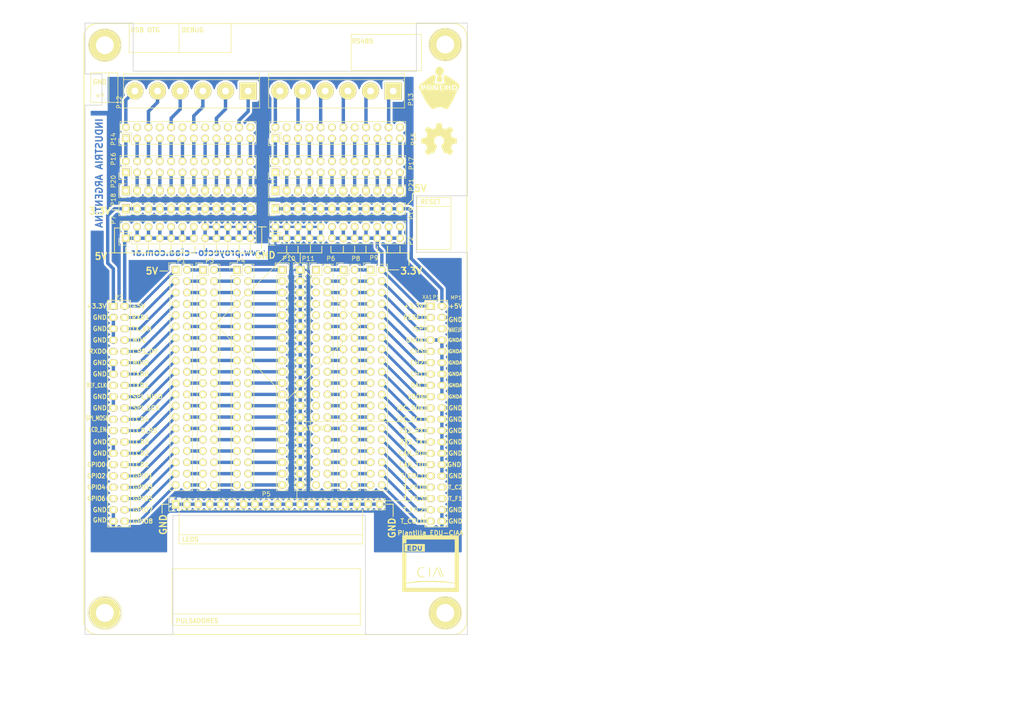
<source format=kicad_pcb>
(kicad_pcb (version 4) (host pcbnew "(2015-08-26 BZR 6128)-product")
  (title_block (title "Poncho Grande - Modelo - Ejemplo - Template") (date "mar 29 sep 2015") (rev 1.0) (company "Proyecto CIAA - COMPUTADORA INDUSTRIAL ABIERTA ARGENTINA") (comment 1 https://github.com/ciaa/Ponchos/tree/master/modelos/doc) (comment 2 "Autores y Licencias ver el siguiente enlace:"))
  (layers (0 F.Cu signal) (31 B.Cu signal) (34 B.Paste user) (35 F.Paste user) (36 B.SilkS user) (37 F.SilkS user) (38 B.Mask user) (39 F.Mask user) (44 Edge.Cuts user))
  (net 0 "")
  (net 1 "/Circuito Principal/GPIO3")
  (net 2 GND)
  (net 3 "/Circuito Principal/GPIO7")
  (net 4 "/Circuito Principal/GPIO8")
  (net 5 "/Circuito Principal/ADC1")
  (net 6 "/Circuito Principal/ADC2")
  (net 7 "/Circuito Principal/ADC3")
  (net 8 "/Circuito Principal/DAC")
  (net 9 GNDA)
  (net 10 "/Circuito Principal/RXD")
  (net 11 +5V)
  (net 12 "/Circuito Principal/TXD")
  (net 13 "/Circuito Principal/COL0")
  (net 14 "/Circuito Principal/COL1")
  (net 15 "/Circuito Principal/F2")
  (net 16 "/Circuito Principal/F0")
  (net 17 "/Circuito Principal/F3")
  (net 18 "/Circuito Principal/LCD4")
  (net 19 "/Circuito Principal/RS")
  (net 20 +3.3VP)
  (net 21 "/Circuito Principal/RD")
  (net 22 "/Circuito Principal/TD")
  (net 23 "/Circuito Principal/SDA")
  (net 24 "/Circuito Principal/spiCCK")
  (net 25 "/Circuito Principal/MISO")
  (net 26 "/Circuito Principal/ISP")
  (net 27 "/Circuito Principal/RESET")
  (net 28 "/Circuito Principal/GPIO5")
  (net 29 "/Circuito Principal/LCD1")
  (net 30 "/Circuito Principal/LCD2")
  (net 31 "/Circuito Principal/LCD3")
  (net 32 +3.3V)
  (net 33 +5VP)
  (net 34 "/Circuito Principal/GPIO1")
  (net 35 "Net-(P1-Pad2)")
  (net 36 "Net-(P1-Pad4)")
  (net 37 "Net-(P1-Pad6)")
  (net 38 "Net-(P1-Pad8)")
  (net 39 "Net-(P1-Pad10)")
  (net 40 "Net-(P1-Pad12)")
  (net 41 "Net-(P1-Pad14)")
  (net 42 "Net-(P1-Pad16)")
  (net 43 "Net-(P1-Pad18)")
  (net 44 "Net-(P1-Pad20)")
  (net 45 "Net-(P1-Pad22)")
  (net 46 "Net-(P1-Pad24)")
  (net 47 "Net-(P1-Pad26)")
  (net 48 "Net-(P1-Pad28)")
  (net 49 "Net-(P1-Pad30)")
  (net 50 "Net-(P1-Pad32)")
  (net 51 "Net-(P1-Pad34)")
  (net 52 "Net-(P1-Pad36)")
  (net 53 "Net-(P1-Pad38)")
  (net 54 "Net-(P1-Pad40)")
  (net 55 "Net-(P3-Pad2)")
  (net 56 "Net-(P3-Pad4)")
  (net 57 "Net-(P3-Pad6)")
  (net 58 "Net-(P3-Pad8)")
  (net 59 "Net-(P3-Pad10)")
  (net 60 "Net-(P3-Pad12)")
  (net 61 "Net-(P3-Pad14)")
  (net 62 "Net-(P3-Pad16)")
  (net 63 "Net-(P3-Pad18)")
  (net 64 "Net-(P3-Pad20)")
  (net 65 "Net-(P3-Pad22)")
  (net 66 "Net-(P3-Pad24)")
  (net 67 "Net-(P3-Pad26)")
  (net 68 "Net-(P3-Pad28)")
  (net 69 "Net-(P3-Pad30)")
  (net 70 "Net-(P3-Pad32)")
  (net 71 "Net-(P3-Pad34)")
  (net 72 "Net-(P3-Pad36)")
  (net 73 "Net-(P3-Pad38)")
  (net 74 "Net-(P3-Pad40)")
  (net 75 "Net-(P6-Pad2)")
  (net 76 "Net-(P6-Pad4)")
  (net 77 "Net-(P6-Pad6)")
  (net 78 "Net-(P6-Pad8)")
  (net 79 "Net-(P6-Pad10)")
  (net 80 "Net-(P6-Pad12)")
  (net 81 "Net-(P6-Pad14)")
  (net 82 "Net-(P6-Pad16)")
  (net 83 "Net-(P6-Pad18)")
  (net 84 "Net-(P6-Pad20)")
  (net 85 "Net-(P6-Pad22)")
  (net 86 "Net-(P6-Pad24)")
  (net 87 "Net-(P6-Pad26)")
  (net 88 "Net-(P6-Pad28)")
  (net 89 "Net-(P6-Pad30)")
  (net 90 "Net-(P6-Pad32)")
  (net 91 "Net-(P6-Pad34)")
  (net 92 "Net-(P6-Pad36)")
  (net 93 "Net-(P6-Pad38)")
  (net 94 "Net-(P6-Pad40)")
  (net 95 "Net-(P8-Pad2)")
  (net 96 "Net-(P8-Pad4)")
  (net 97 "Net-(P8-Pad6)")
  (net 98 "Net-(P8-Pad8)")
  (net 99 "Net-(P8-Pad10)")
  (net 100 "Net-(P8-Pad12)")
  (net 101 "Net-(P8-Pad14)")
  (net 102 "Net-(P8-Pad16)")
  (net 103 "Net-(P8-Pad18)")
  (net 104 "Net-(P8-Pad20)")
  (net 105 "Net-(P8-Pad22)")
  (net 106 "Net-(P8-Pad24)")
  (net 107 "Net-(P8-Pad26)")
  (net 108 "Net-(P8-Pad28)")
  (net 109 "Net-(P8-Pad30)")
  (net 110 "Net-(P8-Pad32)")
  (net 111 "Net-(P8-Pad34)")
  (net 112 "Net-(P8-Pad36)")
  (net 113 "Net-(P8-Pad38)")
  (net 114 "Net-(P8-Pad40)")
  (net 115 "/Circuito Principal/RXD1")
  (net 116 "/Circuito Principal/TXEN")
  (net 117 "/Circuito Principal/MDC")
  (net 118 "/Circuito Principal/CRS")
  (net 119 "/Circuito Principal/MDIO")
  (net 120 "/Circuito Principal/TXD0")
  (net 121 "/Circuito Principal/TXD1")
  (net 122 +3.3VADC)
  (net 123 "/Circuito Principal/SCL")
  (net 124 "Net-(P10-Pad1)")
  (net 125 "Net-(P10-Pad2)")
  (net 126 "Net-(P10-Pad3)")
  (net 127 "Net-(P10-Pad19)")
  (net 128 "Net-(P10-Pad20)")
  (net 129 "Net-(P12-Pad2)")
  (net 130 "Net-(P12-Pad3)")
  (net 131 "Net-(P12-Pad1)")
  (net 132 "Net-(P12-Pad4)")
  (net 133 "Net-(P12-Pad5)")
  (net 134 "Net-(P12-Pad6)")
  (net 135 "Net-(P13-Pad2)")
  (net 136 "Net-(P13-Pad3)")
  (net 137 "Net-(P13-Pad1)")
  (net 138 "Net-(P13-Pad4)")
  (net 139 "Net-(P13-Pad5)")
  (net 140 "Net-(P13-Pad6)")
  (net 141 "Net-(P14-Pad3)")
  (net 142 "Net-(P14-Pad23)")
  (net 143 "Net-(P15-Pad23)")
  (net 144 "Net-(P14-Pad1)")
  (net 145 "Net-(P14-Pad21)")
  (net 146 "Net-(P15-Pad1)")
  (net 147 "Net-(P10-Pad4)")
  (net 148 "Net-(P10-Pad5)")
  (net 149 "Net-(P10-Pad6)")
  (net 150 "Net-(P10-Pad7)")
  (net 151 "Net-(P10-Pad8)")
  (net 152 "Net-(P10-Pad9)")
  (net 153 "Net-(P10-Pad10)")
  (net 154 "Net-(P10-Pad11)")
  (net 155 "Net-(P10-Pad12)")
  (net 156 "Net-(P10-Pad13)")
  (net 157 "Net-(P10-Pad14)")
  (net 158 "Net-(P10-Pad15)")
  (net 159 "Net-(P10-Pad16)")
  (net 160 "Net-(P10-Pad17)")
  (net 161 "Net-(P10-Pad18)")
  (net 162 "Net-(P14-Pad5)")
  (net 163 "Net-(P14-Pad7)")
  (net 164 "Net-(P14-Pad9)")
  (net 165 "Net-(P14-Pad11)")
  (net 166 "Net-(P14-Pad13)")
  (net 167 "Net-(P14-Pad15)")
  (net 168 "Net-(P14-Pad17)")
  (net 169 "Net-(P14-Pad19)")
  (net 170 "Net-(P15-Pad3)")
  (net 171 "Net-(P15-Pad5)")
  (net 172 "Net-(P15-Pad7)")
  (net 173 "Net-(P15-Pad9)")
  (net 174 "Net-(P15-Pad11)")
  (net 175 "Net-(P15-Pad13)")
  (net 176 "Net-(P15-Pad15)")
  (net 177 "Net-(P15-Pad17)")
  (net 178 "Net-(P15-Pad19)")
  (net 179 "Net-(P15-Pad21)")
  (net 180 "Net-(P16-Pad1)")
  (net 181 "Net-(P16-Pad3)")
  (net 182 "Net-(P16-Pad5)")
  (net 183 "Net-(P16-Pad7)")
  (net 184 "Net-(P16-Pad9)")
  (net 185 "Net-(P16-Pad11)")
  (net 186 "Net-(P16-Pad13)")
  (net 187 "Net-(P16-Pad15)")
  (net 188 "Net-(P16-Pad17)")
  (net 189 "Net-(P16-Pad19)")
  (net 190 "Net-(P16-Pad21)")
  (net 191 "Net-(P16-Pad23)")
  (net 192 "Net-(P17-Pad1)")
  (net 193 "Net-(P17-Pad3)")
  (net 194 "Net-(P17-Pad5)")
  (net 195 "Net-(P17-Pad7)")
  (net 196 "Net-(P17-Pad9)")
  (net 197 "Net-(P17-Pad11)")
  (net 198 "Net-(P17-Pad13)")
  (net 199 "Net-(P17-Pad15)")
  (net 200 "Net-(P17-Pad17)")
  (net 201 "Net-(P17-Pad19)")
  (net 202 "Net-(P17-Pad21)")
  (net 203 "Net-(P17-Pad23)")
  (module Pin_Headers:Pin_Header_Straight_2x20 (layer F.Cu) (at 93.98 80.772)
    (fp_text reference P1 (at 1.27 -2.032) (layer F.SilkS))
    (fp_text value CONN_02X20)
    (pad 1 thru_hole rect (at 0 0) (size 1.7272 1.7272) (drill 1.016) (layers *.Cu *.Mask F.SilkS) (net 33 +5VP))
    (pad 2 thru_hole oval (at 2.54 0) (size 1.7272 1.7272) (drill 1.016) (layers *.Cu *.Mask F.SilkS) (net 35 "Net-(P1-Pad2)"))
    (pad 3 thru_hole oval (at 0 2.54) (size 1.7272 1.7272) (drill 1.016) (layers *.Cu *.Mask F.SilkS) (net 115 "/Circuito Principal/RXD1"))
    (pad 4 thru_hole oval (at 2.54 2.54) (size 1.7272 1.7272) (drill 1.016) (layers *.Cu *.Mask F.SilkS) (net 36 "Net-(P1-Pad4)"))
    (pad 5 thru_hole oval (at 0 5.08) (size 1.7272 1.7272) (drill 1.016) (layers *.Cu *.Mask F.SilkS) (net 116 "/Circuito Principal/TXEN"))
    (pad 6 thru_hole oval (at 2.54 5.08) (size 1.7272 1.7272) (drill 1.016) (layers *.Cu *.Mask F.SilkS) (net 37 "Net-(P1-Pad6)"))
    (pad 7 thru_hole oval (at 0 7.62) (size 1.7272 1.7272) (drill 1.016) (layers *.Cu *.Mask F.SilkS) (net 117 "/Circuito Principal/MDC"))
    (pad 8 thru_hole oval (at 2.54 7.62) (size 1.7272 1.7272) (drill 1.016) (layers *.Cu *.Mask F.SilkS) (net 38 "Net-(P1-Pad8)"))
    (pad 9 thru_hole oval (at 0 10.16) (size 1.7272 1.7272) (drill 1.016) (layers *.Cu *.Mask F.SilkS) (net 118 "/Circuito Principal/CRS"))
    (pad 10 thru_hole oval (at 2.54 10.16) (size 1.7272 1.7272) (drill 1.016) (layers *.Cu *.Mask F.SilkS) (net 39 "Net-(P1-Pad10)"))
    (pad 11 thru_hole oval (at 0 12.7) (size 1.7272 1.7272) (drill 1.016) (layers *.Cu *.Mask F.SilkS) (net 119 "/Circuito Principal/MDIO"))
    (pad 12 thru_hole oval (at 2.54 12.7) (size 1.7272 1.7272) (drill 1.016) (layers *.Cu *.Mask F.SilkS) (net 40 "Net-(P1-Pad12)"))
    (pad 13 thru_hole oval (at 0 15.24) (size 1.7272 1.7272) (drill 1.016) (layers *.Cu *.Mask F.SilkS) (net 120 "/Circuito Principal/TXD0"))
    (pad 14 thru_hole oval (at 2.54 15.24) (size 1.7272 1.7272) (drill 1.016) (layers *.Cu *.Mask F.SilkS) (net 41 "Net-(P1-Pad14)"))
    (pad 15 thru_hole oval (at 0 17.78) (size 1.7272 1.7272) (drill 1.016) (layers *.Cu *.Mask F.SilkS) (net 121 "/Circuito Principal/TXD1"))
    (pad 16 thru_hole oval (at 2.54 17.78) (size 1.7272 1.7272) (drill 1.016) (layers *.Cu *.Mask F.SilkS) (net 42 "Net-(P1-Pad16)"))
    (pad 17 thru_hole oval (at 0 20.32) (size 1.7272 1.7272) (drill 1.016) (layers *.Cu *.Mask F.SilkS) (net 25 "/Circuito Principal/MISO"))
    (pad 18 thru_hole oval (at 2.54 20.32) (size 1.7272 1.7272) (drill 1.016) (layers *.Cu *.Mask F.SilkS) (net 43 "Net-(P1-Pad18)"))
    (pad 19 thru_hole oval (at 0 22.86) (size 1.7272 1.7272) (drill 1.016) (layers *.Cu *.Mask F.SilkS) (net 24 "/Circuito Principal/spiCCK"))
    (pad 20 thru_hole oval (at 2.54 22.86) (size 1.7272 1.7272) (drill 1.016) (layers *.Cu *.Mask F.SilkS) (net 44 "Net-(P1-Pad20)"))
    (pad 21 thru_hole oval (at 0 25.4) (size 1.7272 1.7272) (drill 1.016) (layers *.Cu *.Mask F.SilkS) (net 18 "/Circuito Principal/LCD4"))
    (pad 22 thru_hole oval (at 2.54 25.4) (size 1.7272 1.7272) (drill 1.016) (layers *.Cu *.Mask F.SilkS) (net 45 "Net-(P1-Pad22)"))
    (pad 23 thru_hole oval (at 0 27.94) (size 1.7272 1.7272) (drill 1.016) (layers *.Cu *.Mask F.SilkS) (net 19 "/Circuito Principal/RS"))
    (pad 24 thru_hole oval (at 2.54 27.94) (size 1.7272 1.7272) (drill 1.016) (layers *.Cu *.Mask F.SilkS) (net 46 "Net-(P1-Pad24)"))
    (pad 25 thru_hole oval (at 0 30.48) (size 1.7272 1.7272) (drill 1.016) (layers *.Cu *.Mask F.SilkS) (net 31 "/Circuito Principal/LCD3"))
    (pad 26 thru_hole oval (at 2.54 30.48) (size 1.7272 1.7272) (drill 1.016) (layers *.Cu *.Mask F.SilkS) (net 47 "Net-(P1-Pad26)"))
    (pad 27 thru_hole oval (at 0 33.02) (size 1.7272 1.7272) (drill 1.016) (layers *.Cu *.Mask F.SilkS) (net 30 "/Circuito Principal/LCD2"))
    (pad 28 thru_hole oval (at 2.54 33.02) (size 1.7272 1.7272) (drill 1.016) (layers *.Cu *.Mask F.SilkS) (net 48 "Net-(P1-Pad28)"))
    (pad 29 thru_hole oval (at 0 35.56) (size 1.7272 1.7272) (drill 1.016) (layers *.Cu *.Mask F.SilkS) (net 29 "/Circuito Principal/LCD1"))
    (pad 30 thru_hole oval (at 2.54 35.56) (size 1.7272 1.7272) (drill 1.016) (layers *.Cu *.Mask F.SilkS) (net 49 "Net-(P1-Pad30)"))
    (pad 31 thru_hole oval (at 0 38.1) (size 1.7272 1.7272) (drill 1.016) (layers *.Cu *.Mask F.SilkS) (net 34 "/Circuito Principal/GPIO1"))
    (pad 32 thru_hole oval (at 2.54 38.1) (size 1.7272 1.7272) (drill 1.016) (layers *.Cu *.Mask F.SilkS) (net 50 "Net-(P1-Pad32)"))
    (pad 33 thru_hole oval (at 0 40.64) (size 1.7272 1.7272) (drill 1.016) (layers *.Cu *.Mask F.SilkS) (net 1 "/Circuito Principal/GPIO3"))
    (pad 34 thru_hole oval (at 2.54 40.64) (size 1.7272 1.7272) (drill 1.016) (layers *.Cu *.Mask F.SilkS) (net 51 "Net-(P1-Pad34)"))
    (pad 35 thru_hole oval (at 0 43.18) (size 1.7272 1.7272) (drill 1.016) (layers *.Cu *.Mask F.SilkS) (net 28 "/Circuito Principal/GPIO5"))
    (pad 36 thru_hole oval (at 2.54 43.18) (size 1.7272 1.7272) (drill 1.016) (layers *.Cu *.Mask F.SilkS) (net 52 "Net-(P1-Pad36)"))
    (pad 37 thru_hole oval (at 0 45.72) (size 1.7272 1.7272) (drill 1.016) (layers *.Cu *.Mask F.SilkS) (net 3 "/Circuito Principal/GPIO7"))
    (pad 38 thru_hole oval (at 2.54 45.72) (size 1.7272 1.7272) (drill 1.016) (layers *.Cu *.Mask F.SilkS) (net 53 "Net-(P1-Pad38)"))
    (pad 39 thru_hole oval (at 0 48.26) (size 1.7272 1.7272) (drill 1.016) (layers *.Cu *.Mask F.SilkS) (net 4 "/Circuito Principal/GPIO8"))
    (pad 40 thru_hole oval (at 2.54 48.26) (size 1.7272 1.7272) (drill 1.016) (layers *.Cu *.Mask F.SilkS) (net 54 "Net-(P1-Pad40)"))
  )
  (module Pin_Headers:Pin_Header_Straight_2x20 (layer F.Cu) (at 100.076 80.772)
    (fp_text reference P3 (at 1.524 -2.032) (layer F.SilkS))
    (fp_text value CONN_02X20)
    (pad 1 thru_hole rect (at 0 0) (size 1.7272 1.7272) (drill 1.016) (layers *.Cu *.Mask F.SilkS) (net 35 "Net-(P1-Pad2)"))
    (pad 2 thru_hole oval (at 2.54 0) (size 1.7272 1.7272) (drill 1.016) (layers *.Cu *.Mask F.SilkS) (net 55 "Net-(P3-Pad2)"))
    (pad 3 thru_hole oval (at 0 2.54) (size 1.7272 1.7272) (drill 1.016) (layers *.Cu *.Mask F.SilkS) (net 36 "Net-(P1-Pad4)"))
    (pad 4 thru_hole oval (at 2.54 2.54) (size 1.7272 1.7272) (drill 1.016) (layers *.Cu *.Mask F.SilkS) (net 56 "Net-(P3-Pad4)"))
    (pad 5 thru_hole oval (at 0 5.08) (size 1.7272 1.7272) (drill 1.016) (layers *.Cu *.Mask F.SilkS) (net 37 "Net-(P1-Pad6)"))
    (pad 6 thru_hole oval (at 2.54 5.08) (size 1.7272 1.7272) (drill 1.016) (layers *.Cu *.Mask F.SilkS) (net 57 "Net-(P3-Pad6)"))
    (pad 7 thru_hole oval (at 0 7.62) (size 1.7272 1.7272) (drill 1.016) (layers *.Cu *.Mask F.SilkS) (net 38 "Net-(P1-Pad8)"))
    (pad 8 thru_hole oval (at 2.54 7.62) (size 1.7272 1.7272) (drill 1.016) (layers *.Cu *.Mask F.SilkS) (net 58 "Net-(P3-Pad8)"))
    (pad 9 thru_hole oval (at 0 10.16) (size 1.7272 1.7272) (drill 1.016) (layers *.Cu *.Mask F.SilkS) (net 39 "Net-(P1-Pad10)"))
    (pad 10 thru_hole oval (at 2.54 10.16) (size 1.7272 1.7272) (drill 1.016) (layers *.Cu *.Mask F.SilkS) (net 59 "Net-(P3-Pad10)"))
    (pad 11 thru_hole oval (at 0 12.7) (size 1.7272 1.7272) (drill 1.016) (layers *.Cu *.Mask F.SilkS) (net 40 "Net-(P1-Pad12)"))
    (pad 12 thru_hole oval (at 2.54 12.7) (size 1.7272 1.7272) (drill 1.016) (layers *.Cu *.Mask F.SilkS) (net 60 "Net-(P3-Pad12)"))
    (pad 13 thru_hole oval (at 0 15.24) (size 1.7272 1.7272) (drill 1.016) (layers *.Cu *.Mask F.SilkS) (net 41 "Net-(P1-Pad14)"))
    (pad 14 thru_hole oval (at 2.54 15.24) (size 1.7272 1.7272) (drill 1.016) (layers *.Cu *.Mask F.SilkS) (net 61 "Net-(P3-Pad14)"))
    (pad 15 thru_hole oval (at 0 17.78) (size 1.7272 1.7272) (drill 1.016) (layers *.Cu *.Mask F.SilkS) (net 42 "Net-(P1-Pad16)"))
    (pad 16 thru_hole oval (at 2.54 17.78) (size 1.7272 1.7272) (drill 1.016) (layers *.Cu *.Mask F.SilkS) (net 62 "Net-(P3-Pad16)"))
    (pad 17 thru_hole oval (at 0 20.32) (size 1.7272 1.7272) (drill 1.016) (layers *.Cu *.Mask F.SilkS) (net 43 "Net-(P1-Pad18)"))
    (pad 18 thru_hole oval (at 2.54 20.32) (size 1.7272 1.7272) (drill 1.016) (layers *.Cu *.Mask F.SilkS) (net 63 "Net-(P3-Pad18)"))
    (pad 19 thru_hole oval (at 0 22.86) (size 1.7272 1.7272) (drill 1.016) (layers *.Cu *.Mask F.SilkS) (net 44 "Net-(P1-Pad20)"))
    (pad 20 thru_hole oval (at 2.54 22.86) (size 1.7272 1.7272) (drill 1.016) (layers *.Cu *.Mask F.SilkS) (net 64 "Net-(P3-Pad20)"))
    (pad 21 thru_hole oval (at 0 25.4) (size 1.7272 1.7272) (drill 1.016) (layers *.Cu *.Mask F.SilkS) (net 45 "Net-(P1-Pad22)"))
    (pad 22 thru_hole oval (at 2.54 25.4) (size 1.7272 1.7272) (drill 1.016) (layers *.Cu *.Mask F.SilkS) (net 65 "Net-(P3-Pad22)"))
    (pad 23 thru_hole oval (at 0 27.94) (size 1.7272 1.7272) (drill 1.016) (layers *.Cu *.Mask F.SilkS) (net 46 "Net-(P1-Pad24)"))
    (pad 24 thru_hole oval (at 2.54 27.94) (size 1.7272 1.7272) (drill 1.016) (layers *.Cu *.Mask F.SilkS) (net 66 "Net-(P3-Pad24)"))
    (pad 25 thru_hole oval (at 0 30.48) (size 1.7272 1.7272) (drill 1.016) (layers *.Cu *.Mask F.SilkS) (net 47 "Net-(P1-Pad26)"))
    (pad 26 thru_hole oval (at 2.54 30.48) (size 1.7272 1.7272) (drill 1.016) (layers *.Cu *.Mask F.SilkS) (net 67 "Net-(P3-Pad26)"))
    (pad 27 thru_hole oval (at 0 33.02) (size 1.7272 1.7272) (drill 1.016) (layers *.Cu *.Mask F.SilkS) (net 48 "Net-(P1-Pad28)"))
    (pad 28 thru_hole oval (at 2.54 33.02) (size 1.7272 1.7272) (drill 1.016) (layers *.Cu *.Mask F.SilkS) (net 68 "Net-(P3-Pad28)"))
    (pad 29 thru_hole oval (at 0 35.56) (size 1.7272 1.7272) (drill 1.016) (layers *.Cu *.Mask F.SilkS) (net 49 "Net-(P1-Pad30)"))
    (pad 30 thru_hole oval (at 2.54 35.56) (size 1.7272 1.7272) (drill 1.016) (layers *.Cu *.Mask F.SilkS) (net 69 "Net-(P3-Pad30)"))
    (pad 31 thru_hole oval (at 0 38.1) (size 1.7272 1.7272) (drill 1.016) (layers *.Cu *.Mask F.SilkS) (net 50 "Net-(P1-Pad32)"))
    (pad 32 thru_hole oval (at 2.54 38.1) (size 1.7272 1.7272) (drill 1.016) (layers *.Cu *.Mask F.SilkS) (net 70 "Net-(P3-Pad32)"))
    (pad 33 thru_hole oval (at 0 40.64) (size 1.7272 1.7272) (drill 1.016) (layers *.Cu *.Mask F.SilkS) (net 51 "Net-(P1-Pad34)"))
    (pad 34 thru_hole oval (at 2.54 40.64) (size 1.7272 1.7272) (drill 1.016) (layers *.Cu *.Mask F.SilkS) (net 71 "Net-(P3-Pad34)"))
    (pad 35 thru_hole oval (at 0 43.18) (size 1.7272 1.7272) (drill 1.016) (layers *.Cu *.Mask F.SilkS) (net 52 "Net-(P1-Pad36)"))
    (pad 36 thru_hole oval (at 2.54 43.18) (size 1.7272 1.7272) (drill 1.016) (layers *.Cu *.Mask F.SilkS) (net 72 "Net-(P3-Pad36)"))
    (pad 37 thru_hole oval (at 0 45.72) (size 1.7272 1.7272) (drill 1.016) (layers *.Cu *.Mask F.SilkS) (net 53 "Net-(P1-Pad38)"))
    (pad 38 thru_hole oval (at 2.54 45.72) (size 1.7272 1.7272) (drill 1.016) (layers *.Cu *.Mask F.SilkS) (net 73 "Net-(P3-Pad38)"))
    (pad 39 thru_hole oval (at 0 48.26) (size 1.7272 1.7272) (drill 1.016) (layers *.Cu *.Mask F.SilkS) (net 54 "Net-(P1-Pad40)"))
    (pad 40 thru_hole oval (at 2.54 48.26) (size 1.7272 1.7272) (drill 1.016) (layers *.Cu *.Mask F.SilkS) (net 74 "Net-(P3-Pad40)"))
  )
  (module Pin_Headers:Pin_Header_Straight_2x20 (layer F.Cu) (at 107.696 80.772)
    (fp_text reference P4 (at 0.889 -2.032) (layer F.SilkS))
    (fp_text value CONN_02X20)
    (pad 1 thru_hole rect (at 0 0) (size 1.7272 1.7272) (drill 1.016) (layers *.Cu *.Mask F.SilkS) (net 55 "Net-(P3-Pad2)"))
    (pad 2 thru_hole oval (at 2.54 0) (size 1.7272 1.7272) (drill 1.016) (layers *.Cu *.Mask F.SilkS) (net 124 "Net-(P10-Pad1)"))
    (pad 3 thru_hole oval (at 0 2.54) (size 1.7272 1.7272) (drill 1.016) (layers *.Cu *.Mask F.SilkS) (net 56 "Net-(P3-Pad4)"))
    (pad 4 thru_hole oval (at 2.54 2.54) (size 1.7272 1.7272) (drill 1.016) (layers *.Cu *.Mask F.SilkS) (net 125 "Net-(P10-Pad2)"))
    (pad 5 thru_hole oval (at 0 5.08) (size 1.7272 1.7272) (drill 1.016) (layers *.Cu *.Mask F.SilkS) (net 57 "Net-(P3-Pad6)"))
    (pad 6 thru_hole oval (at 2.54 5.08) (size 1.7272 1.7272) (drill 1.016) (layers *.Cu *.Mask F.SilkS) (net 126 "Net-(P10-Pad3)"))
    (pad 7 thru_hole oval (at 0 7.62) (size 1.7272 1.7272) (drill 1.016) (layers *.Cu *.Mask F.SilkS) (net 58 "Net-(P3-Pad8)"))
    (pad 8 thru_hole oval (at 2.54 7.62) (size 1.7272 1.7272) (drill 1.016) (layers *.Cu *.Mask F.SilkS) (net 147 "Net-(P10-Pad4)"))
    (pad 9 thru_hole oval (at 0 10.16) (size 1.7272 1.7272) (drill 1.016) (layers *.Cu *.Mask F.SilkS) (net 59 "Net-(P3-Pad10)"))
    (pad 10 thru_hole oval (at 2.54 10.16) (size 1.7272 1.7272) (drill 1.016) (layers *.Cu *.Mask F.SilkS) (net 148 "Net-(P10-Pad5)"))
    (pad 11 thru_hole oval (at 0 12.7) (size 1.7272 1.7272) (drill 1.016) (layers *.Cu *.Mask F.SilkS) (net 60 "Net-(P3-Pad12)"))
    (pad 12 thru_hole oval (at 2.54 12.7) (size 1.7272 1.7272) (drill 1.016) (layers *.Cu *.Mask F.SilkS) (net 149 "Net-(P10-Pad6)"))
    (pad 13 thru_hole oval (at 0 15.24) (size 1.7272 1.7272) (drill 1.016) (layers *.Cu *.Mask F.SilkS) (net 61 "Net-(P3-Pad14)"))
    (pad 14 thru_hole oval (at 2.54 15.24) (size 1.7272 1.7272) (drill 1.016) (layers *.Cu *.Mask F.SilkS) (net 150 "Net-(P10-Pad7)"))
    (pad 15 thru_hole oval (at 0 17.78) (size 1.7272 1.7272) (drill 1.016) (layers *.Cu *.Mask F.SilkS) (net 62 "Net-(P3-Pad16)"))
    (pad 16 thru_hole oval (at 2.54 17.78) (size 1.7272 1.7272) (drill 1.016) (layers *.Cu *.Mask F.SilkS) (net 151 "Net-(P10-Pad8)"))
    (pad 17 thru_hole oval (at 0 20.32) (size 1.7272 1.7272) (drill 1.016) (layers *.Cu *.Mask F.SilkS) (net 63 "Net-(P3-Pad18)"))
    (pad 18 thru_hole oval (at 2.54 20.32) (size 1.7272 1.7272) (drill 1.016) (layers *.Cu *.Mask F.SilkS) (net 152 "Net-(P10-Pad9)"))
    (pad 19 thru_hole oval (at 0 22.86) (size 1.7272 1.7272) (drill 1.016) (layers *.Cu *.Mask F.SilkS) (net 64 "Net-(P3-Pad20)"))
    (pad 20 thru_hole oval (at 2.54 22.86) (size 1.7272 1.7272) (drill 1.016) (layers *.Cu *.Mask F.SilkS) (net 153 "Net-(P10-Pad10)"))
    (pad 21 thru_hole oval (at 0 25.4) (size 1.7272 1.7272) (drill 1.016) (layers *.Cu *.Mask F.SilkS) (net 65 "Net-(P3-Pad22)"))
    (pad 22 thru_hole oval (at 2.54 25.4) (size 1.7272 1.7272) (drill 1.016) (layers *.Cu *.Mask F.SilkS) (net 154 "Net-(P10-Pad11)"))
    (pad 23 thru_hole oval (at 0 27.94) (size 1.7272 1.7272) (drill 1.016) (layers *.Cu *.Mask F.SilkS) (net 66 "Net-(P3-Pad24)"))
    (pad 24 thru_hole oval (at 2.54 27.94) (size 1.7272 1.7272) (drill 1.016) (layers *.Cu *.Mask F.SilkS) (net 155 "Net-(P10-Pad12)"))
    (pad 25 thru_hole oval (at 0 30.48) (size 1.7272 1.7272) (drill 1.016) (layers *.Cu *.Mask F.SilkS) (net 67 "Net-(P3-Pad26)"))
    (pad 26 thru_hole oval (at 2.54 30.48) (size 1.7272 1.7272) (drill 1.016) (layers *.Cu *.Mask F.SilkS) (net 156 "Net-(P10-Pad13)"))
    (pad 27 thru_hole oval (at 0 33.02) (size 1.7272 1.7272) (drill 1.016) (layers *.Cu *.Mask F.SilkS) (net 68 "Net-(P3-Pad28)"))
    (pad 28 thru_hole oval (at 2.54 33.02) (size 1.7272 1.7272) (drill 1.016) (layers *.Cu *.Mask F.SilkS) (net 157 "Net-(P10-Pad14)"))
    (pad 29 thru_hole oval (at 0 35.56) (size 1.7272 1.7272) (drill 1.016) (layers *.Cu *.Mask F.SilkS) (net 69 "Net-(P3-Pad30)"))
    (pad 30 thru_hole oval (at 2.54 35.56) (size 1.7272 1.7272) (drill 1.016) (layers *.Cu *.Mask F.SilkS) (net 158 "Net-(P10-Pad15)"))
    (pad 31 thru_hole oval (at 0 38.1) (size 1.7272 1.7272) (drill 1.016) (layers *.Cu *.Mask F.SilkS) (net 70 "Net-(P3-Pad32)"))
    (pad 32 thru_hole oval (at 2.54 38.1) (size 1.7272 1.7272) (drill 1.016) (layers *.Cu *.Mask F.SilkS) (net 159 "Net-(P10-Pad16)"))
    (pad 33 thru_hole oval (at 0 40.64) (size 1.7272 1.7272) (drill 1.016) (layers *.Cu *.Mask F.SilkS) (net 71 "Net-(P3-Pad34)"))
    (pad 34 thru_hole oval (at 2.54 40.64) (size 1.7272 1.7272) (drill 1.016) (layers *.Cu *.Mask F.SilkS) (net 160 "Net-(P10-Pad17)"))
    (pad 35 thru_hole oval (at 0 43.18) (size 1.7272 1.7272) (drill 1.016) (layers *.Cu *.Mask F.SilkS) (net 72 "Net-(P3-Pad36)"))
    (pad 36 thru_hole oval (at 2.54 43.18) (size 1.7272 1.7272) (drill 1.016) (layers *.Cu *.Mask F.SilkS) (net 161 "Net-(P10-Pad18)"))
    (pad 37 thru_hole oval (at 0 45.72) (size 1.7272 1.7272) (drill 1.016) (layers *.Cu *.Mask F.SilkS) (net 73 "Net-(P3-Pad38)"))
    (pad 38 thru_hole oval (at 2.54 45.72) (size 1.7272 1.7272) (drill 1.016) (layers *.Cu *.Mask F.SilkS) (net 127 "Net-(P10-Pad19)"))
    (pad 39 thru_hole oval (at 0 48.26) (size 1.7272 1.7272) (drill 1.016) (layers *.Cu *.Mask F.SilkS) (net 74 "Net-(P3-Pad40)"))
    (pad 40 thru_hole oval (at 2.54 48.26) (size 1.7272 1.7272) (drill 1.016) (layers *.Cu *.Mask F.SilkS) (net 128 "Net-(P10-Pad20)"))
  )
  (module Pin_Headers:Pin_Header_Straight_2x20 (layer F.Cu) (at 125.476 80.772)
    (fp_text reference P6 (at 3.302 -2.54) (layer F.SilkS))
    (fp_text value CONN_02X20)
    (pad 1 thru_hole rect (at 0 0) (size 1.7272 1.7272) (drill 1.016) (layers *.Cu *.Mask F.SilkS))
    (pad 2 thru_hole oval (at 2.54 0) (size 1.7272 1.7272) (drill 1.016) (layers *.Cu *.Mask F.SilkS) (net 75 "Net-(P6-Pad2)"))
    (pad 3 thru_hole oval (at 0 2.54) (size 1.7272 1.7272) (drill 1.016) (layers *.Cu *.Mask F.SilkS))
    (pad 4 thru_hole oval (at 2.54 2.54) (size 1.7272 1.7272) (drill 1.016) (layers *.Cu *.Mask F.SilkS) (net 76 "Net-(P6-Pad4)"))
    (pad 5 thru_hole oval (at 0 5.08) (size 1.7272 1.7272) (drill 1.016) (layers *.Cu *.Mask F.SilkS))
    (pad 6 thru_hole oval (at 2.54 5.08) (size 1.7272 1.7272) (drill 1.016) (layers *.Cu *.Mask F.SilkS) (net 77 "Net-(P6-Pad6)"))
    (pad 7 thru_hole oval (at 0 7.62) (size 1.7272 1.7272) (drill 1.016) (layers *.Cu *.Mask F.SilkS))
    (pad 8 thru_hole oval (at 2.54 7.62) (size 1.7272 1.7272) (drill 1.016) (layers *.Cu *.Mask F.SilkS) (net 78 "Net-(P6-Pad8)"))
    (pad 9 thru_hole oval (at 0 10.16) (size 1.7272 1.7272) (drill 1.016) (layers *.Cu *.Mask F.SilkS))
    (pad 10 thru_hole oval (at 2.54 10.16) (size 1.7272 1.7272) (drill 1.016) (layers *.Cu *.Mask F.SilkS) (net 79 "Net-(P6-Pad10)"))
    (pad 11 thru_hole oval (at 0 12.7) (size 1.7272 1.7272) (drill 1.016) (layers *.Cu *.Mask F.SilkS))
    (pad 12 thru_hole oval (at 2.54 12.7) (size 1.7272 1.7272) (drill 1.016) (layers *.Cu *.Mask F.SilkS) (net 80 "Net-(P6-Pad12)"))
    (pad 13 thru_hole oval (at 0 15.24) (size 1.7272 1.7272) (drill 1.016) (layers *.Cu *.Mask F.SilkS))
    (pad 14 thru_hole oval (at 2.54 15.24) (size 1.7272 1.7272) (drill 1.016) (layers *.Cu *.Mask F.SilkS) (net 81 "Net-(P6-Pad14)"))
    (pad 15 thru_hole oval (at 0 17.78) (size 1.7272 1.7272) (drill 1.016) (layers *.Cu *.Mask F.SilkS))
    (pad 16 thru_hole oval (at 2.54 17.78) (size 1.7272 1.7272) (drill 1.016) (layers *.Cu *.Mask F.SilkS) (net 82 "Net-(P6-Pad16)"))
    (pad 17 thru_hole oval (at 0 20.32) (size 1.7272 1.7272) (drill 1.016) (layers *.Cu *.Mask F.SilkS))
    (pad 18 thru_hole oval (at 2.54 20.32) (size 1.7272 1.7272) (drill 1.016) (layers *.Cu *.Mask F.SilkS) (net 83 "Net-(P6-Pad18)"))
    (pad 19 thru_hole oval (at 0 22.86) (size 1.7272 1.7272) (drill 1.016) (layers *.Cu *.Mask F.SilkS))
    (pad 20 thru_hole oval (at 2.54 22.86) (size 1.7272 1.7272) (drill 1.016) (layers *.Cu *.Mask F.SilkS) (net 84 "Net-(P6-Pad20)"))
    (pad 21 thru_hole oval (at 0 25.4) (size 1.7272 1.7272) (drill 1.016) (layers *.Cu *.Mask F.SilkS))
    (pad 22 thru_hole oval (at 2.54 25.4) (size 1.7272 1.7272) (drill 1.016) (layers *.Cu *.Mask F.SilkS) (net 85 "Net-(P6-Pad22)"))
    (pad 23 thru_hole oval (at 0 27.94) (size 1.7272 1.7272) (drill 1.016) (layers *.Cu *.Mask F.SilkS))
    (pad 24 thru_hole oval (at 2.54 27.94) (size 1.7272 1.7272) (drill 1.016) (layers *.Cu *.Mask F.SilkS) (net 86 "Net-(P6-Pad24)"))
    (pad 25 thru_hole oval (at 0 30.48) (size 1.7272 1.7272) (drill 1.016) (layers *.Cu *.Mask F.SilkS))
    (pad 26 thru_hole oval (at 2.54 30.48) (size 1.7272 1.7272) (drill 1.016) (layers *.Cu *.Mask F.SilkS) (net 87 "Net-(P6-Pad26)"))
    (pad 27 thru_hole oval (at 0 33.02) (size 1.7272 1.7272) (drill 1.016) (layers *.Cu *.Mask F.SilkS))
    (pad 28 thru_hole oval (at 2.54 33.02) (size 1.7272 1.7272) (drill 1.016) (layers *.Cu *.Mask F.SilkS) (net 88 "Net-(P6-Pad28)"))
    (pad 29 thru_hole oval (at 0 35.56) (size 1.7272 1.7272) (drill 1.016) (layers *.Cu *.Mask F.SilkS))
    (pad 30 thru_hole oval (at 2.54 35.56) (size 1.7272 1.7272) (drill 1.016) (layers *.Cu *.Mask F.SilkS) (net 89 "Net-(P6-Pad30)"))
    (pad 31 thru_hole oval (at 0 38.1) (size 1.7272 1.7272) (drill 1.016) (layers *.Cu *.Mask F.SilkS))
    (pad 32 thru_hole oval (at 2.54 38.1) (size 1.7272 1.7272) (drill 1.016) (layers *.Cu *.Mask F.SilkS) (net 90 "Net-(P6-Pad32)"))
    (pad 33 thru_hole oval (at 0 40.64) (size 1.7272 1.7272) (drill 1.016) (layers *.Cu *.Mask F.SilkS))
    (pad 34 thru_hole oval (at 2.54 40.64) (size 1.7272 1.7272) (drill 1.016) (layers *.Cu *.Mask F.SilkS) (net 91 "Net-(P6-Pad34)"))
    (pad 35 thru_hole oval (at 0 43.18) (size 1.7272 1.7272) (drill 1.016) (layers *.Cu *.Mask F.SilkS))
    (pad 36 thru_hole oval (at 2.54 43.18) (size 1.7272 1.7272) (drill 1.016) (layers *.Cu *.Mask F.SilkS) (net 92 "Net-(P6-Pad36)"))
    (pad 37 thru_hole oval (at 0 45.72) (size 1.7272 1.7272) (drill 1.016) (layers *.Cu *.Mask F.SilkS))
    (pad 38 thru_hole oval (at 2.54 45.72) (size 1.7272 1.7272) (drill 1.016) (layers *.Cu *.Mask F.SilkS) (net 93 "Net-(P6-Pad38)"))
    (pad 39 thru_hole oval (at 0 48.26) (size 1.7272 1.7272) (drill 1.016) (layers *.Cu *.Mask F.SilkS))
    (pad 40 thru_hole oval (at 2.54 48.26) (size 1.7272 1.7272) (drill 1.016) (layers *.Cu *.Mask F.SilkS) (net 94 "Net-(P6-Pad40)"))
  )
  (module Pin_Headers:Pin_Header_Straight_2x20 (layer F.Cu) (at 131.572 80.772)
    (fp_text reference P8 (at 2.794 -2.54) (layer F.SilkS))
    (fp_text value CONN_02X20)
    (pad 1 thru_hole rect (at 0 0) (size 1.7272 1.7272) (drill 1.016) (layers *.Cu *.Mask F.SilkS) (net 75 "Net-(P6-Pad2)"))
    (pad 2 thru_hole oval (at 2.54 0) (size 1.7272 1.7272) (drill 1.016) (layers *.Cu *.Mask F.SilkS) (net 95 "Net-(P8-Pad2)"))
    (pad 3 thru_hole oval (at 0 2.54) (size 1.7272 1.7272) (drill 1.016) (layers *.Cu *.Mask F.SilkS) (net 76 "Net-(P6-Pad4)"))
    (pad 4 thru_hole oval (at 2.54 2.54) (size 1.7272 1.7272) (drill 1.016) (layers *.Cu *.Mask F.SilkS) (net 96 "Net-(P8-Pad4)"))
    (pad 5 thru_hole oval (at 0 5.08) (size 1.7272 1.7272) (drill 1.016) (layers *.Cu *.Mask F.SilkS) (net 77 "Net-(P6-Pad6)"))
    (pad 6 thru_hole oval (at 2.54 5.08) (size 1.7272 1.7272) (drill 1.016) (layers *.Cu *.Mask F.SilkS) (net 97 "Net-(P8-Pad6)"))
    (pad 7 thru_hole oval (at 0 7.62) (size 1.7272 1.7272) (drill 1.016) (layers *.Cu *.Mask F.SilkS) (net 78 "Net-(P6-Pad8)"))
    (pad 8 thru_hole oval (at 2.54 7.62) (size 1.7272 1.7272) (drill 1.016) (layers *.Cu *.Mask F.SilkS) (net 98 "Net-(P8-Pad8)"))
    (pad 9 thru_hole oval (at 0 10.16) (size 1.7272 1.7272) (drill 1.016) (layers *.Cu *.Mask F.SilkS) (net 79 "Net-(P6-Pad10)"))
    (pad 10 thru_hole oval (at 2.54 10.16) (size 1.7272 1.7272) (drill 1.016) (layers *.Cu *.Mask F.SilkS) (net 99 "Net-(P8-Pad10)"))
    (pad 11 thru_hole oval (at 0 12.7) (size 1.7272 1.7272) (drill 1.016) (layers *.Cu *.Mask F.SilkS) (net 80 "Net-(P6-Pad12)"))
    (pad 12 thru_hole oval (at 2.54 12.7) (size 1.7272 1.7272) (drill 1.016) (layers *.Cu *.Mask F.SilkS) (net 100 "Net-(P8-Pad12)"))
    (pad 13 thru_hole oval (at 0 15.24) (size 1.7272 1.7272) (drill 1.016) (layers *.Cu *.Mask F.SilkS) (net 81 "Net-(P6-Pad14)"))
    (pad 14 thru_hole oval (at 2.54 15.24) (size 1.7272 1.7272) (drill 1.016) (layers *.Cu *.Mask F.SilkS) (net 101 "Net-(P8-Pad14)"))
    (pad 15 thru_hole oval (at 0 17.78) (size 1.7272 1.7272) (drill 1.016) (layers *.Cu *.Mask F.SilkS) (net 82 "Net-(P6-Pad16)"))
    (pad 16 thru_hole oval (at 2.54 17.78) (size 1.7272 1.7272) (drill 1.016) (layers *.Cu *.Mask F.SilkS) (net 102 "Net-(P8-Pad16)"))
    (pad 17 thru_hole oval (at 0 20.32) (size 1.7272 1.7272) (drill 1.016) (layers *.Cu *.Mask F.SilkS) (net 83 "Net-(P6-Pad18)"))
    (pad 18 thru_hole oval (at 2.54 20.32) (size 1.7272 1.7272) (drill 1.016) (layers *.Cu *.Mask F.SilkS) (net 103 "Net-(P8-Pad18)"))
    (pad 19 thru_hole oval (at 0 22.86) (size 1.7272 1.7272) (drill 1.016) (layers *.Cu *.Mask F.SilkS) (net 84 "Net-(P6-Pad20)"))
    (pad 20 thru_hole oval (at 2.54 22.86) (size 1.7272 1.7272) (drill 1.016) (layers *.Cu *.Mask F.SilkS) (net 104 "Net-(P8-Pad20)"))
    (pad 21 thru_hole oval (at 0 25.4) (size 1.7272 1.7272) (drill 1.016) (layers *.Cu *.Mask F.SilkS) (net 85 "Net-(P6-Pad22)"))
    (pad 22 thru_hole oval (at 2.54 25.4) (size 1.7272 1.7272) (drill 1.016) (layers *.Cu *.Mask F.SilkS) (net 105 "Net-(P8-Pad22)"))
    (pad 23 thru_hole oval (at 0 27.94) (size 1.7272 1.7272) (drill 1.016) (layers *.Cu *.Mask F.SilkS) (net 86 "Net-(P6-Pad24)"))
    (pad 24 thru_hole oval (at 2.54 27.94) (size 1.7272 1.7272) (drill 1.016) (layers *.Cu *.Mask F.SilkS) (net 106 "Net-(P8-Pad24)"))
    (pad 25 thru_hole oval (at 0 30.48) (size 1.7272 1.7272) (drill 1.016) (layers *.Cu *.Mask F.SilkS) (net 87 "Net-(P6-Pad26)"))
    (pad 26 thru_hole oval (at 2.54 30.48) (size 1.7272 1.7272) (drill 1.016) (layers *.Cu *.Mask F.SilkS) (net 107 "Net-(P8-Pad26)"))
    (pad 27 thru_hole oval (at 0 33.02) (size 1.7272 1.7272) (drill 1.016) (layers *.Cu *.Mask F.SilkS) (net 88 "Net-(P6-Pad28)"))
    (pad 28 thru_hole oval (at 2.54 33.02) (size 1.7272 1.7272) (drill 1.016) (layers *.Cu *.Mask F.SilkS) (net 108 "Net-(P8-Pad28)"))
    (pad 29 thru_hole oval (at 0 35.56) (size 1.7272 1.7272) (drill 1.016) (layers *.Cu *.Mask F.SilkS) (net 89 "Net-(P6-Pad30)"))
    (pad 30 thru_hole oval (at 2.54 35.56) (size 1.7272 1.7272) (drill 1.016) (layers *.Cu *.Mask F.SilkS) (net 109 "Net-(P8-Pad30)"))
    (pad 31 thru_hole oval (at 0 38.1) (size 1.7272 1.7272) (drill 1.016) (layers *.Cu *.Mask F.SilkS) (net 90 "Net-(P6-Pad32)"))
    (pad 32 thru_hole oval (at 2.54 38.1) (size 1.7272 1.7272) (drill 1.016) (layers *.Cu *.Mask F.SilkS) (net 110 "Net-(P8-Pad32)"))
    (pad 33 thru_hole oval (at 0 40.64) (size 1.7272 1.7272) (drill 1.016) (layers *.Cu *.Mask F.SilkS) (net 91 "Net-(P6-Pad34)"))
    (pad 34 thru_hole oval (at 2.54 40.64) (size 1.7272 1.7272) (drill 1.016) (layers *.Cu *.Mask F.SilkS) (net 111 "Net-(P8-Pad34)"))
    (pad 35 thru_hole oval (at 0 43.18) (size 1.7272 1.7272) (drill 1.016) (layers *.Cu *.Mask F.SilkS) (net 92 "Net-(P6-Pad36)"))
    (pad 36 thru_hole oval (at 2.54 43.18) (size 1.7272 1.7272) (drill 1.016) (layers *.Cu *.Mask F.SilkS) (net 112 "Net-(P8-Pad36)"))
    (pad 37 thru_hole oval (at 0 45.72) (size 1.7272 1.7272) (drill 1.016) (layers *.Cu *.Mask F.SilkS) (net 93 "Net-(P6-Pad38)"))
    (pad 38 thru_hole oval (at 2.54 45.72) (size 1.7272 1.7272) (drill 1.016) (layers *.Cu *.Mask F.SilkS) (net 113 "Net-(P8-Pad38)"))
    (pad 39 thru_hole oval (at 0 48.26) (size 1.7272 1.7272) (drill 1.016) (layers *.Cu *.Mask F.SilkS) (net 94 "Net-(P6-Pad40)"))
    (pad 40 thru_hole oval (at 2.54 48.26) (size 1.7272 1.7272) (drill 1.016) (layers *.Cu *.Mask F.SilkS) (net 114 "Net-(P8-Pad40)"))
  )
  (module Pin_Headers:Pin_Header_Straight_2x20 (layer F.Cu) (at 137.668 80.772)
    (fp_text reference P9 (at 0.762 -2.667) (layer F.SilkS))
    (fp_text value CONN_02X20)
    (pad 1 thru_hole rect (at 0 0) (size 1.7272 1.7272) (drill 1.016) (layers *.Cu *.Mask F.SilkS) (net 95 "Net-(P8-Pad2)"))
    (pad 2 thru_hole oval (at 2.54 0) (size 1.7272 1.7272) (drill 1.016) (layers *.Cu *.Mask F.SilkS) (net 32 +3.3V))
    (pad 3 thru_hole oval (at 0 2.54) (size 1.7272 1.7272) (drill 1.016) (layers *.Cu *.Mask F.SilkS) (net 96 "Net-(P8-Pad4)"))
    (pad 4 thru_hole oval (at 2.54 2.54) (size 1.7272 1.7272) (drill 1.016) (layers *.Cu *.Mask F.SilkS) (net 27 "/Circuito Principal/RESET"))
    (pad 5 thru_hole oval (at 0 5.08) (size 1.7272 1.7272) (drill 1.016) (layers *.Cu *.Mask F.SilkS) (net 97 "Net-(P8-Pad6)"))
    (pad 6 thru_hole oval (at 2.54 5.08) (size 1.7272 1.7272) (drill 1.016) (layers *.Cu *.Mask F.SilkS) (net 26 "/Circuito Principal/ISP"))
    (pad 7 thru_hole oval (at 0 7.62) (size 1.7272 1.7272) (drill 1.016) (layers *.Cu *.Mask F.SilkS) (net 98 "Net-(P8-Pad8)"))
    (pad 8 thru_hole oval (at 2.54 7.62) (size 1.7272 1.7272) (drill 1.016) (layers *.Cu *.Mask F.SilkS) (net 9 GNDA))
    (pad 9 thru_hole oval (at 0 10.16) (size 1.7272 1.7272) (drill 1.016) (layers *.Cu *.Mask F.SilkS) (net 99 "Net-(P8-Pad10)"))
    (pad 10 thru_hole oval (at 2.54 10.16) (size 1.7272 1.7272) (drill 1.016) (layers *.Cu *.Mask F.SilkS) (net 7 "/Circuito Principal/ADC3"))
    (pad 11 thru_hole oval (at 0 12.7) (size 1.7272 1.7272) (drill 1.016) (layers *.Cu *.Mask F.SilkS) (net 100 "Net-(P8-Pad12)"))
    (pad 12 thru_hole oval (at 2.54 12.7) (size 1.7272 1.7272) (drill 1.016) (layers *.Cu *.Mask F.SilkS) (net 6 "/Circuito Principal/ADC2"))
    (pad 13 thru_hole oval (at 0 15.24) (size 1.7272 1.7272) (drill 1.016) (layers *.Cu *.Mask F.SilkS) (net 101 "Net-(P8-Pad14)"))
    (pad 14 thru_hole oval (at 2.54 15.24) (size 1.7272 1.7272) (drill 1.016) (layers *.Cu *.Mask F.SilkS) (net 5 "/Circuito Principal/ADC1"))
    (pad 15 thru_hole oval (at 0 17.78) (size 1.7272 1.7272) (drill 1.016) (layers *.Cu *.Mask F.SilkS) (net 102 "Net-(P8-Pad16)"))
    (pad 16 thru_hole oval (at 2.54 17.78) (size 1.7272 1.7272) (drill 1.016) (layers *.Cu *.Mask F.SilkS) (net 8 "/Circuito Principal/DAC"))
    (pad 17 thru_hole oval (at 0 20.32) (size 1.7272 1.7272) (drill 1.016) (layers *.Cu *.Mask F.SilkS) (net 103 "Net-(P8-Pad18)"))
    (pad 18 thru_hole oval (at 2.54 20.32) (size 1.7272 1.7272) (drill 1.016) (layers *.Cu *.Mask F.SilkS) (net 122 +3.3VADC))
    (pad 19 thru_hole oval (at 0 22.86) (size 1.7272 1.7272) (drill 1.016) (layers *.Cu *.Mask F.SilkS) (net 104 "Net-(P8-Pad20)"))
    (pad 20 thru_hole oval (at 2.54 22.86) (size 1.7272 1.7272) (drill 1.016) (layers *.Cu *.Mask F.SilkS) (net 23 "/Circuito Principal/SDA"))
    (pad 21 thru_hole oval (at 0 25.4) (size 1.7272 1.7272) (drill 1.016) (layers *.Cu *.Mask F.SilkS) (net 105 "Net-(P8-Pad22)"))
    (pad 22 thru_hole oval (at 2.54 25.4) (size 1.7272 1.7272) (drill 1.016) (layers *.Cu *.Mask F.SilkS) (net 123 "/Circuito Principal/SCL"))
    (pad 23 thru_hole oval (at 0 27.94) (size 1.7272 1.7272) (drill 1.016) (layers *.Cu *.Mask F.SilkS) (net 106 "Net-(P8-Pad24)"))
    (pad 24 thru_hole oval (at 2.54 27.94) (size 1.7272 1.7272) (drill 1.016) (layers *.Cu *.Mask F.SilkS) (net 10 "/Circuito Principal/RXD"))
    (pad 25 thru_hole oval (at 0 30.48) (size 1.7272 1.7272) (drill 1.016) (layers *.Cu *.Mask F.SilkS) (net 107 "Net-(P8-Pad26)"))
    (pad 26 thru_hole oval (at 2.54 30.48) (size 1.7272 1.7272) (drill 1.016) (layers *.Cu *.Mask F.SilkS) (net 12 "/Circuito Principal/TXD"))
    (pad 27 thru_hole oval (at 0 33.02) (size 1.7272 1.7272) (drill 1.016) (layers *.Cu *.Mask F.SilkS) (net 108 "Net-(P8-Pad28)"))
    (pad 28 thru_hole oval (at 2.54 33.02) (size 1.7272 1.7272) (drill 1.016) (layers *.Cu *.Mask F.SilkS) (net 21 "/Circuito Principal/RD"))
    (pad 29 thru_hole oval (at 0 35.56) (size 1.7272 1.7272) (drill 1.016) (layers *.Cu *.Mask F.SilkS) (net 109 "Net-(P8-Pad30)"))
    (pad 30 thru_hole oval (at 2.54 35.56) (size 1.7272 1.7272) (drill 1.016) (layers *.Cu *.Mask F.SilkS) (net 22 "/Circuito Principal/TD"))
    (pad 31 thru_hole oval (at 0 38.1) (size 1.7272 1.7272) (drill 1.016) (layers *.Cu *.Mask F.SilkS) (net 110 "Net-(P8-Pad32)"))
    (pad 32 thru_hole oval (at 2.54 38.1) (size 1.7272 1.7272) (drill 1.016) (layers *.Cu *.Mask F.SilkS) (net 14 "/Circuito Principal/COL1"))
    (pad 33 thru_hole oval (at 0 40.64) (size 1.7272 1.7272) (drill 1.016) (layers *.Cu *.Mask F.SilkS) (net 111 "Net-(P8-Pad34)"))
    (pad 34 thru_hole oval (at 2.54 40.64) (size 1.7272 1.7272) (drill 1.016) (layers *.Cu *.Mask F.SilkS) (net 16 "/Circuito Principal/F0"))
    (pad 35 thru_hole oval (at 0 43.18) (size 1.7272 1.7272) (drill 1.016) (layers *.Cu *.Mask F.SilkS) (net 112 "Net-(P8-Pad36)"))
    (pad 36 thru_hole oval (at 2.54 43.18) (size 1.7272 1.7272) (drill 1.016) (layers *.Cu *.Mask F.SilkS) (net 17 "/Circuito Principal/F3"))
    (pad 37 thru_hole oval (at 0 45.72) (size 1.7272 1.7272) (drill 1.016) (layers *.Cu *.Mask F.SilkS) (net 113 "Net-(P8-Pad38)"))
    (pad 38 thru_hole oval (at 2.54 45.72) (size 1.7272 1.7272) (drill 1.016) (layers *.Cu *.Mask F.SilkS) (net 15 "/Circuito Principal/F2"))
    (pad 39 thru_hole oval (at 0 48.26) (size 1.7272 1.7272) (drill 1.016) (layers *.Cu *.Mask F.SilkS) (net 114 "Net-(P8-Pad40)"))
    (pad 40 thru_hole oval (at 2.54 48.26) (size 1.7272 1.7272) (drill 1.016) (layers *.Cu *.Mask F.SilkS) (net 13 "/Circuito Principal/COL0"))
  )
  (module Pin_Headers:Pin_Header_Straight_1x20 (layer F.Cu) (at 117.856 80.772)
    (fp_text reference P10 (at 1.524 -2.54) (layer F.SilkS))
    (fp_text value CONN_01X20)
    (pad 1 thru_hole rect (at 0 0) (size 2.032 1.7272) (drill 1.016) (layers *.Cu *.Mask F.SilkS) (net 124 "Net-(P10-Pad1)"))
    (pad 2 thru_hole oval (at 0 2.54) (size 2.032 1.7272) (drill 1.016) (layers *.Cu *.Mask F.SilkS) (net 125 "Net-(P10-Pad2)"))
    (pad 3 thru_hole oval (at 0 5.08) (size 2.032 1.7272) (drill 1.016) (layers *.Cu *.Mask F.SilkS) (net 126 "Net-(P10-Pad3)"))
    (pad 4 thru_hole oval (at 0 7.62) (size 2.032 1.7272) (drill 1.016) (layers *.Cu *.Mask F.SilkS) (net 147 "Net-(P10-Pad4)"))
    (pad 5 thru_hole oval (at 0 10.16) (size 2.032 1.7272) (drill 1.016) (layers *.Cu *.Mask F.SilkS) (net 148 "Net-(P10-Pad5)"))
    (pad 6 thru_hole oval (at 0 12.7) (size 2.032 1.7272) (drill 1.016) (layers *.Cu *.Mask F.SilkS) (net 149 "Net-(P10-Pad6)"))
    (pad 7 thru_hole oval (at 0 15.24) (size 2.032 1.7272) (drill 1.016) (layers *.Cu *.Mask F.SilkS) (net 150 "Net-(P10-Pad7)"))
    (pad 8 thru_hole oval (at 0 17.78) (size 2.032 1.7272) (drill 1.016) (layers *.Cu *.Mask F.SilkS) (net 151 "Net-(P10-Pad8)"))
    (pad 9 thru_hole oval (at 0 20.32) (size 2.032 1.7272) (drill 1.016) (layers *.Cu *.Mask F.SilkS) (net 152 "Net-(P10-Pad9)"))
    (pad 10 thru_hole oval (at 0 22.86) (size 2.032 1.7272) (drill 1.016) (layers *.Cu *.Mask F.SilkS) (net 153 "Net-(P10-Pad10)"))
    (pad 11 thru_hole oval (at 0 25.4) (size 2.032 1.7272) (drill 1.016) (layers *.Cu *.Mask F.SilkS) (net 154 "Net-(P10-Pad11)"))
    (pad 12 thru_hole oval (at 0 27.94) (size 2.032 1.7272) (drill 1.016) (layers *.Cu *.Mask F.SilkS) (net 155 "Net-(P10-Pad12)"))
    (pad 13 thru_hole oval (at 0 30.48) (size 2.032 1.7272) (drill 1.016) (layers *.Cu *.Mask F.SilkS) (net 156 "Net-(P10-Pad13)"))
    (pad 14 thru_hole oval (at 0 33.02) (size 2.032 1.7272) (drill 1.016) (layers *.Cu *.Mask F.SilkS) (net 157 "Net-(P10-Pad14)"))
    (pad 15 thru_hole oval (at 0 35.56) (size 2.032 1.7272) (drill 1.016) (layers *.Cu *.Mask F.SilkS) (net 158 "Net-(P10-Pad15)"))
    (pad 16 thru_hole oval (at 0 38.1) (size 2.032 1.7272) (drill 1.016) (layers *.Cu *.Mask F.SilkS) (net 159 "Net-(P10-Pad16)"))
    (pad 17 thru_hole oval (at 0 40.64) (size 2.032 1.7272) (drill 1.016) (layers *.Cu *.Mask F.SilkS) (net 160 "Net-(P10-Pad17)"))
    (pad 18 thru_hole oval (at 0 43.18) (size 2.032 1.7272) (drill 1.016) (layers *.Cu *.Mask F.SilkS) (net 161 "Net-(P10-Pad18)"))
    (pad 19 thru_hole oval (at 0 45.72) (size 2.032 1.7272) (drill 1.016) (layers *.Cu *.Mask F.SilkS) (net 127 "Net-(P10-Pad19)"))
    (pad 20 thru_hole oval (at 0 48.26) (size 2.032 1.7272) (drill 1.016) (layers *.Cu *.Mask F.SilkS) (net 128 "Net-(P10-Pad20)"))
  )
  (module Pin_Headers:Pin_Header_Straight_1x20 (layer F.Cu) (at 121.92 80.772)
    (fp_text reference P11 (at 1.778 -2.54) (layer F.SilkS))
    (fp_text value CONN_01X20)
    (pad 1 thru_hole rect (at 0 0) (size 2.032 1.7272) (drill 1.016) (layers *.Cu *.Mask F.SilkS) (net 2 GND))
    (pad 2 thru_hole oval (at 0 2.54) (size 2.032 1.7272) (drill 1.016) (layers *.Cu *.Mask F.SilkS) (net 2 GND))
    (pad 3 thru_hole oval (at 0 5.08) (size 2.032 1.7272) (drill 1.016) (layers *.Cu *.Mask F.SilkS) (net 2 GND))
    (pad 4 thru_hole oval (at 0 7.62) (size 2.032 1.7272) (drill 1.016) (layers *.Cu *.Mask F.SilkS) (net 2 GND))
    (pad 5 thru_hole oval (at 0 10.16) (size 2.032 1.7272) (drill 1.016) (layers *.Cu *.Mask F.SilkS) (net 2 GND))
    (pad 6 thru_hole oval (at 0 12.7) (size 2.032 1.7272) (drill 1.016) (layers *.Cu *.Mask F.SilkS) (net 2 GND))
    (pad 7 thru_hole oval (at 0 15.24) (size 2.032 1.7272) (drill 1.016) (layers *.Cu *.Mask F.SilkS) (net 2 GND))
    (pad 8 thru_hole oval (at 0 17.78) (size 2.032 1.7272) (drill 1.016) (layers *.Cu *.Mask F.SilkS) (net 2 GND))
    (pad 9 thru_hole oval (at 0 20.32) (size 2.032 1.7272) (drill 1.016) (layers *.Cu *.Mask F.SilkS) (net 2 GND))
    (pad 10 thru_hole oval (at 0 22.86) (size 2.032 1.7272) (drill 1.016) (layers *.Cu *.Mask F.SilkS) (net 2 GND))
    (pad 11 thru_hole oval (at 0 25.4) (size 2.032 1.7272) (drill 1.016) (layers *.Cu *.Mask F.SilkS) (net 2 GND))
    (pad 12 thru_hole oval (at 0 27.94) (size 2.032 1.7272) (drill 1.016) (layers *.Cu *.Mask F.SilkS) (net 2 GND))
    (pad 13 thru_hole oval (at 0 30.48) (size 2.032 1.7272) (drill 1.016) (layers *.Cu *.Mask F.SilkS) (net 2 GND))
    (pad 14 thru_hole oval (at 0 33.02) (size 2.032 1.7272) (drill 1.016) (layers *.Cu *.Mask F.SilkS) (net 2 GND))
    (pad 15 thru_hole oval (at 0 35.56) (size 2.032 1.7272) (drill 1.016) (layers *.Cu *.Mask F.SilkS) (net 2 GND))
    (pad 16 thru_hole oval (at 0 38.1) (size 2.032 1.7272) (drill 1.016) (layers *.Cu *.Mask F.SilkS) (net 2 GND))
    (pad 17 thru_hole oval (at 0 40.64) (size 2.032 1.7272) (drill 1.016) (layers *.Cu *.Mask F.SilkS) (net 2 GND))
    (pad 18 thru_hole oval (at 0 43.18) (size 2.032 1.7272) (drill 1.016) (layers *.Cu *.Mask F.SilkS) (net 2 GND))
    (pad 19 thru_hole oval (at 0 45.72) (size 2.032 1.7272) (drill 1.016) (layers *.Cu *.Mask F.SilkS) (net 2 GND))
    (pad 20 thru_hole oval (at 0 48.26) (size 2.032 1.7272) (drill 1.016) (layers *.Cu *.Mask F.SilkS) (net 2 GND))
  )
  (module Pin_Headers:Pin_Header_Straight_2x12 (layer F.Cu) (at 116.332 73.66 90)
    (fp_text reference P2 (at -0.635 30.353 270) (layer F.SilkS))
    (fp_text value CONN_01X20)
    (pad 1 thru_hole rect (at 0 0 90) (size 1.7272 1.7272) (drill 1.016) (layers *.Cu *.Mask F.SilkS) (net 2 GND))
    (pad 2 thru_hole oval (at 2.54 0 90) (size 1.7272 1.7272) (drill 1.016) (layers *.Cu *.Mask F.SilkS) (net 2 GND))
    (pad 3 thru_hole oval (at 0 2.54 90) (size 1.7272 1.7272) (drill 1.016) (layers *.Cu *.Mask F.SilkS) (net 2 GND))
    (pad 4 thru_hole oval (at 2.54 2.54 90) (size 1.7272 1.7272) (drill 1.016) (layers *.Cu *.Mask F.SilkS) (net 2 GND))
    (pad 5 thru_hole oval (at 0 5.08 90) (size 1.7272 1.7272) (drill 1.016) (layers *.Cu *.Mask F.SilkS) (net 2 GND))
    (pad 6 thru_hole oval (at 2.54 5.08 90) (size 1.7272 1.7272) (drill 1.016) (layers *.Cu *.Mask F.SilkS) (net 2 GND))
    (pad 7 thru_hole oval (at 0 7.62 90) (size 1.7272 1.7272) (drill 1.016) (layers *.Cu *.Mask F.SilkS) (net 2 GND))
    (pad 8 thru_hole oval (at 2.54 7.62 90) (size 1.7272 1.7272) (drill 1.016) (layers *.Cu *.Mask F.SilkS) (net 2 GND))
    (pad 9 thru_hole oval (at 0 10.16 90) (size 1.7272 1.7272) (drill 1.016) (layers *.Cu *.Mask F.SilkS) (net 2 GND))
    (pad 10 thru_hole oval (at 2.54 10.16 90) (size 1.7272 1.7272) (drill 1.016) (layers *.Cu *.Mask F.SilkS) (net 2 GND))
    (pad 11 thru_hole oval (at 0 12.7 90) (size 1.7272 1.7272) (drill 1.016) (layers *.Cu *.Mask F.SilkS) (net 32 +3.3V))
    (pad 12 thru_hole oval (at 2.54 12.7 90) (size 1.7272 1.7272) (drill 1.016) (layers *.Cu *.Mask F.SilkS) (net 32 +3.3V))
    (pad 13 thru_hole oval (at 0 15.24 90) (size 1.7272 1.7272) (drill 1.016) (layers *.Cu *.Mask F.SilkS) (net 32 +3.3V))
    (pad 14 thru_hole oval (at 2.54 15.24 90) (size 1.7272 1.7272) (drill 1.016) (layers *.Cu *.Mask F.SilkS) (net 32 +3.3V))
    (pad 15 thru_hole oval (at 0 17.78 90) (size 1.7272 1.7272) (drill 1.016) (layers *.Cu *.Mask F.SilkS) (net 32 +3.3V))
    (pad 16 thru_hole oval (at 2.54 17.78 90) (size 1.7272 1.7272) (drill 1.016) (layers *.Cu *.Mask F.SilkS) (net 32 +3.3V))
    (pad 17 thru_hole oval (at 0 20.32 90) (size 1.7272 1.7272) (drill 1.016) (layers *.Cu *.Mask F.SilkS) (net 32 +3.3V))
    (pad 18 thru_hole oval (at 2.54 20.32 90) (size 1.7272 1.7272) (drill 1.016) (layers *.Cu *.Mask F.SilkS) (net 32 +3.3V))
    (pad 19 thru_hole oval (at 0 22.86 90) (size 1.7272 1.7272) (drill 1.016) (layers *.Cu *.Mask F.SilkS) (net 32 +3.3V))
    (pad 20 thru_hole oval (at 2.54 22.86 90) (size 1.7272 1.7272) (drill 1.016) (layers *.Cu *.Mask F.SilkS) (net 32 +3.3V))
    (pad 21 thru_hole oval (at 0 25.4 90) (size 1.7272 1.7272) (drill 1.016) (layers *.Cu *.Mask F.SilkS) (net 32 +3.3V))
    (pad 22 thru_hole oval (at 2.54 25.4 90) (size 1.7272 1.7272) (drill 1.016) (layers *.Cu *.Mask F.SilkS) (net 32 +3.3V))
    (pad 23 thru_hole oval (at 0 27.94 90) (size 1.7272 1.7272) (drill 1.016) (layers *.Cu *.Mask F.SilkS) (net 32 +3.3V))
    (pad 24 thru_hole oval (at 2.54 27.94 90) (size 1.7272 1.7272) (drill 1.016) (layers *.Cu *.Mask F.SilkS) (net 32 +3.3V))
  )
  (module Pin_Headers:Pin_Header_Straight_2x12 (layer F.Cu) (at 82.804 73.66 90)
    (fp_text reference P7 (at 4.064 -2.794 90) (layer F.SilkS))
    (fp_text value CONN_01X20)
    (pad 1 thru_hole rect (at 0 0 90) (size 1.7272 1.7272) (drill 1.016) (layers *.Cu *.Mask F.SilkS) (net 33 +5VP))
    (pad 2 thru_hole oval (at 2.54 0 90) (size 1.7272 1.7272) (drill 1.016) (layers *.Cu *.Mask F.SilkS) (net 33 +5VP))
    (pad 3 thru_hole oval (at 0 2.54 90) (size 1.7272 1.7272) (drill 1.016) (layers *.Cu *.Mask F.SilkS) (net 33 +5VP))
    (pad 4 thru_hole oval (at 2.54 2.54 90) (size 1.7272 1.7272) (drill 1.016) (layers *.Cu *.Mask F.SilkS) (net 33 +5VP))
    (pad 5 thru_hole oval (at 0 5.08 90) (size 1.7272 1.7272) (drill 1.016) (layers *.Cu *.Mask F.SilkS) (net 33 +5VP))
    (pad 6 thru_hole oval (at 2.54 5.08 90) (size 1.7272 1.7272) (drill 1.016) (layers *.Cu *.Mask F.SilkS) (net 33 +5VP))
    (pad 7 thru_hole oval (at 0 7.62 90) (size 1.7272 1.7272) (drill 1.016) (layers *.Cu *.Mask F.SilkS) (net 33 +5VP))
    (pad 8 thru_hole oval (at 2.54 7.62 90) (size 1.7272 1.7272) (drill 1.016) (layers *.Cu *.Mask F.SilkS) (net 33 +5VP))
    (pad 9 thru_hole oval (at 0 10.16 90) (size 1.7272 1.7272) (drill 1.016) (layers *.Cu *.Mask F.SilkS) (net 33 +5VP))
    (pad 10 thru_hole oval (at 2.54 10.16 90) (size 1.7272 1.7272) (drill 1.016) (layers *.Cu *.Mask F.SilkS) (net 33 +5VP))
    (pad 11 thru_hole oval (at 0 12.7 90) (size 1.7272 1.7272) (drill 1.016) (layers *.Cu *.Mask F.SilkS) (net 33 +5VP))
    (pad 12 thru_hole oval (at 2.54 12.7 90) (size 1.7272 1.7272) (drill 1.016) (layers *.Cu *.Mask F.SilkS) (net 33 +5VP))
    (pad 13 thru_hole oval (at 0 15.24 90) (size 1.7272 1.7272) (drill 1.016) (layers *.Cu *.Mask F.SilkS) (net 33 +5VP))
    (pad 14 thru_hole oval (at 2.54 15.24 90) (size 1.7272 1.7272) (drill 1.016) (layers *.Cu *.Mask F.SilkS) (net 33 +5VP))
    (pad 15 thru_hole oval (at 0 17.78 90) (size 1.7272 1.7272) (drill 1.016) (layers *.Cu *.Mask F.SilkS) (net 2 GND))
    (pad 16 thru_hole oval (at 2.54 17.78 90) (size 1.7272 1.7272) (drill 1.016) (layers *.Cu *.Mask F.SilkS) (net 2 GND))
    (pad 17 thru_hole oval (at 0 20.32 90) (size 1.7272 1.7272) (drill 1.016) (layers *.Cu *.Mask F.SilkS) (net 2 GND))
    (pad 18 thru_hole oval (at 2.54 20.32 90) (size 1.7272 1.7272) (drill 1.016) (layers *.Cu *.Mask F.SilkS) (net 2 GND))
    (pad 19 thru_hole oval (at 0 22.86 90) (size 1.7272 1.7272) (drill 1.016) (layers *.Cu *.Mask F.SilkS) (net 2 GND))
    (pad 20 thru_hole oval (at 2.54 22.86 90) (size 1.7272 1.7272) (drill 1.016) (layers *.Cu *.Mask F.SilkS) (net 2 GND))
    (pad 21 thru_hole oval (at 0 25.4 90) (size 1.7272 1.7272) (drill 1.016) (layers *.Cu *.Mask F.SilkS) (net 2 GND))
    (pad 22 thru_hole oval (at 2.54 25.4 90) (size 1.7272 1.7272) (drill 1.016) (layers *.Cu *.Mask F.SilkS) (net 2 GND))
    (pad 23 thru_hole oval (at 0 27.94 90) (size 1.7272 1.7272) (drill 1.016) (layers *.Cu *.Mask F.SilkS) (net 2 GND))
    (pad 24 thru_hole oval (at 2.54 27.94 90) (size 1.7272 1.7272) (drill 1.016) (layers *.Cu *.Mask F.SilkS) (net 2 GND))
  )
  (module mod:bornier6 (layer F.Cu) (at 97.536 40.64 180)
    (fp_text reference P12 (at 16.256 -2.54 270) (layer F.SilkS))
    (fp_text value CONN_01X06)
    (pad 2 thru_hole circle (at -7.62 0 180) (size 3.81 3.81) (drill 1.524) (layers *.Cu *.Mask F.SilkS) (net 129 "Net-(P12-Pad2)"))
    (pad 3 thru_hole circle (at -2.54 0 180) (size 3.81 3.81) (drill 1.524) (layers *.Cu *.Mask F.SilkS) (net 130 "Net-(P12-Pad3)"))
    (pad 1 thru_hole rect (at -12.7 0 180) (size 3.81 3.81) (drill 1.524) (layers *.Cu *.Mask F.SilkS) (net 131 "Net-(P12-Pad1)"))
    (pad 4 thru_hole circle (at 2.54 0 180) (size 3.81 3.81) (drill 1.524) (layers *.Cu *.Mask F.SilkS) (net 132 "Net-(P12-Pad4)"))
    (pad 5 thru_hole circle (at 7.62 0 180) (size 3.81 3.81) (drill 1.524) (layers *.Cu *.Mask F.SilkS) (net 133 "Net-(P12-Pad5)"))
    (pad 6 thru_hole circle (at 12.7 0 180) (size 3.81 3.81) (drill 1.524) (layers *.Cu *.Mask F.SilkS) (net 134 "Net-(P12-Pad6)"))
  )
  (module mod:bornier6 (layer F.Cu) (at 130.048 40.64 180)
    (fp_text reference P13 (at -16.637 -1.905 270) (layer F.SilkS))
    (fp_text value CONN_01X06)
    (pad 2 thru_hole circle (at -7.62 0 180) (size 3.81 3.81) (drill 1.524) (layers *.Cu *.Mask F.SilkS) (net 135 "Net-(P13-Pad2)"))
    (pad 3 thru_hole circle (at -2.54 0 180) (size 3.81 3.81) (drill 1.524) (layers *.Cu *.Mask F.SilkS) (net 136 "Net-(P13-Pad3)"))
    (pad 1 thru_hole rect (at -12.7 0 180) (size 3.81 3.81) (drill 1.524) (layers *.Cu *.Mask F.SilkS) (net 137 "Net-(P13-Pad1)"))
    (pad 4 thru_hole circle (at 2.54 0 180) (size 3.81 3.81) (drill 1.524) (layers *.Cu *.Mask F.SilkS) (net 138 "Net-(P13-Pad4)"))
    (pad 5 thru_hole circle (at 7.62 0 180) (size 3.81 3.81) (drill 1.524) (layers *.Cu *.Mask F.SilkS) (net 139 "Net-(P13-Pad5)"))
    (pad 6 thru_hole circle (at 12.7 0 180) (size 3.81 3.81) (drill 1.524) (layers *.Cu *.Mask F.SilkS) (net 140 "Net-(P13-Pad6)"))
  )
  (module Pin_Headers:Pin_Header_Straight_2x12 (layer F.Cu) (at 82.804 51.308 90)
    (fp_text reference P14 (at -0.127 -2.794 90) (layer F.SilkS))
    (fp_text value CONN_02X12)
    (pad 1 thru_hole rect (at 0 0 90) (size 1.7272 1.7272) (drill 1.016) (layers *.Cu *.Mask F.SilkS) (net 144 "Net-(P14-Pad1)"))
    (pad 2 thru_hole oval (at 2.54 0 90) (size 1.7272 1.7272) (drill 1.016) (layers *.Cu *.Mask F.SilkS) (net 134 "Net-(P12-Pad6)"))
    (pad 3 thru_hole oval (at 0 2.54 90) (size 1.7272 1.7272) (drill 1.016) (layers *.Cu *.Mask F.SilkS) (net 141 "Net-(P14-Pad3)"))
    (pad 4 thru_hole oval (at 2.54 2.54 90) (size 1.7272 1.7272) (drill 1.016) (layers *.Cu *.Mask F.SilkS))
    (pad 5 thru_hole oval (at 0 5.08 90) (size 1.7272 1.7272) (drill 1.016) (layers *.Cu *.Mask F.SilkS) (net 162 "Net-(P14-Pad5)"))
    (pad 6 thru_hole oval (at 2.54 5.08 90) (size 1.7272 1.7272) (drill 1.016) (layers *.Cu *.Mask F.SilkS) (net 133 "Net-(P12-Pad5)"))
    (pad 7 thru_hole oval (at 0 7.62 90) (size 1.7272 1.7272) (drill 1.016) (layers *.Cu *.Mask F.SilkS) (net 163 "Net-(P14-Pad7)"))
    (pad 8 thru_hole oval (at 2.54 7.62 90) (size 1.7272 1.7272) (drill 1.016) (layers *.Cu *.Mask F.SilkS))
    (pad 9 thru_hole oval (at 0 10.16 90) (size 1.7272 1.7272) (drill 1.016) (layers *.Cu *.Mask F.SilkS) (net 164 "Net-(P14-Pad9)"))
    (pad 10 thru_hole oval (at 2.54 10.16 90) (size 1.7272 1.7272) (drill 1.016) (layers *.Cu *.Mask F.SilkS) (net 132 "Net-(P12-Pad4)"))
    (pad 11 thru_hole oval (at 0 12.7 90) (size 1.7272 1.7272) (drill 1.016) (layers *.Cu *.Mask F.SilkS) (net 165 "Net-(P14-Pad11)"))
    (pad 12 thru_hole oval (at 2.54 12.7 90) (size 1.7272 1.7272) (drill 1.016) (layers *.Cu *.Mask F.SilkS))
    (pad 13 thru_hole oval (at 0 15.24 90) (size 1.7272 1.7272) (drill 1.016) (layers *.Cu *.Mask F.SilkS) (net 166 "Net-(P14-Pad13)"))
    (pad 14 thru_hole oval (at 2.54 15.24 90) (size 1.7272 1.7272) (drill 1.016) (layers *.Cu *.Mask F.SilkS) (net 130 "Net-(P12-Pad3)"))
    (pad 15 thru_hole oval (at 0 17.78 90) (size 1.7272 1.7272) (drill 1.016) (layers *.Cu *.Mask F.SilkS) (net 167 "Net-(P14-Pad15)"))
    (pad 16 thru_hole oval (at 2.54 17.78 90) (size 1.7272 1.7272) (drill 1.016) (layers *.Cu *.Mask F.SilkS))
    (pad 17 thru_hole oval (at 0 20.32 90) (size 1.7272 1.7272) (drill 1.016) (layers *.Cu *.Mask F.SilkS) (net 168 "Net-(P14-Pad17)"))
    (pad 18 thru_hole oval (at 2.54 20.32 90) (size 1.7272 1.7272) (drill 1.016) (layers *.Cu *.Mask F.SilkS) (net 129 "Net-(P12-Pad2)"))
    (pad 19 thru_hole oval (at 0 22.86 90) (size 1.7272 1.7272) (drill 1.016) (layers *.Cu *.Mask F.SilkS) (net 169 "Net-(P14-Pad19)"))
    (pad 20 thru_hole oval (at 2.54 22.86 90) (size 1.7272 1.7272) (drill 1.016) (layers *.Cu *.Mask F.SilkS))
    (pad 21 thru_hole oval (at 0 25.4 90) (size 1.7272 1.7272) (drill 1.016) (layers *.Cu *.Mask F.SilkS) (net 145 "Net-(P14-Pad21)"))
    (pad 22 thru_hole oval (at 2.54 25.4 90) (size 1.7272 1.7272) (drill 1.016) (layers *.Cu *.Mask F.SilkS) (net 131 "Net-(P12-Pad1)"))
    (pad 23 thru_hole oval (at 0 27.94 90) (size 1.7272 1.7272) (drill 1.016) (layers *.Cu *.Mask F.SilkS) (net 142 "Net-(P14-Pad23)"))
    (pad 24 thru_hole oval (at 2.54 27.94 90) (size 1.7272 1.7272) (drill 1.016) (layers *.Cu *.Mask F.SilkS))
  )
  (module Pin_Headers:Pin_Header_Straight_2x12 (layer F.Cu) (at 116.332 51.308 90)
    (fp_text reference P15 (at -0.127 30.988 90) (layer F.SilkS))
    (fp_text value CONN_02X12)
    (pad 1 thru_hole rect (at 0 0 90) (size 1.7272 1.7272) (drill 1.016) (layers *.Cu *.Mask F.SilkS) (net 146 "Net-(P15-Pad1)"))
    (pad 2 thru_hole oval (at 2.54 0 90) (size 1.7272 1.7272) (drill 1.016) (layers *.Cu *.Mask F.SilkS) (net 140 "Net-(P13-Pad6)"))
    (pad 3 thru_hole oval (at 0 2.54 90) (size 1.7272 1.7272) (drill 1.016) (layers *.Cu *.Mask F.SilkS) (net 170 "Net-(P15-Pad3)"))
    (pad 4 thru_hole oval (at 2.54 2.54 90) (size 1.7272 1.7272) (drill 1.016) (layers *.Cu *.Mask F.SilkS))
    (pad 5 thru_hole oval (at 0 5.08 90) (size 1.7272 1.7272) (drill 1.016) (layers *.Cu *.Mask F.SilkS) (net 171 "Net-(P15-Pad5)"))
    (pad 6 thru_hole oval (at 2.54 5.08 90) (size 1.7272 1.7272) (drill 1.016) (layers *.Cu *.Mask F.SilkS) (net 139 "Net-(P13-Pad5)"))
    (pad 7 thru_hole oval (at 0 7.62 90) (size 1.7272 1.7272) (drill 1.016) (layers *.Cu *.Mask F.SilkS) (net 172 "Net-(P15-Pad7)"))
    (pad 8 thru_hole oval (at 2.54 7.62 90) (size 1.7272 1.7272) (drill 1.016) (layers *.Cu *.Mask F.SilkS))
    (pad 9 thru_hole oval (at 0 10.16 90) (size 1.7272 1.7272) (drill 1.016) (layers *.Cu *.Mask F.SilkS) (net 173 "Net-(P15-Pad9)"))
    (pad 10 thru_hole oval (at 2.54 10.16 90) (size 1.7272 1.7272) (drill 1.016) (layers *.Cu *.Mask F.SilkS) (net 138 "Net-(P13-Pad4)"))
    (pad 11 thru_hole oval (at 0 12.7 90) (size 1.7272 1.7272) (drill 1.016) (layers *.Cu *.Mask F.SilkS) (net 174 "Net-(P15-Pad11)"))
    (pad 12 thru_hole oval (at 2.54 12.7 90) (size 1.7272 1.7272) (drill 1.016) (layers *.Cu *.Mask F.SilkS))
    (pad 13 thru_hole oval (at 0 15.24 90) (size 1.7272 1.7272) (drill 1.016) (layers *.Cu *.Mask F.SilkS) (net 175 "Net-(P15-Pad13)"))
    (pad 14 thru_hole oval (at 2.54 15.24 90) (size 1.7272 1.7272) (drill 1.016) (layers *.Cu *.Mask F.SilkS) (net 136 "Net-(P13-Pad3)"))
    (pad 15 thru_hole oval (at 0 17.78 90) (size 1.7272 1.7272) (drill 1.016) (layers *.Cu *.Mask F.SilkS) (net 176 "Net-(P15-Pad15)"))
    (pad 16 thru_hole oval (at 2.54 17.78 90) (size 1.7272 1.7272) (drill 1.016) (layers *.Cu *.Mask F.SilkS))
    (pad 17 thru_hole oval (at 0 20.32 90) (size 1.7272 1.7272) (drill 1.016) (layers *.Cu *.Mask F.SilkS) (net 177 "Net-(P15-Pad17)"))
    (pad 18 thru_hole oval (at 2.54 20.32 90) (size 1.7272 1.7272) (drill 1.016) (layers *.Cu *.Mask F.SilkS) (net 135 "Net-(P13-Pad2)"))
    (pad 19 thru_hole oval (at 0 22.86 90) (size 1.7272 1.7272) (drill 1.016) (layers *.Cu *.Mask F.SilkS) (net 178 "Net-(P15-Pad19)"))
    (pad 20 thru_hole oval (at 2.54 22.86 90) (size 1.7272 1.7272) (drill 1.016) (layers *.Cu *.Mask F.SilkS))
    (pad 21 thru_hole oval (at 0 25.4 90) (size 1.7272 1.7272) (drill 1.016) (layers *.Cu *.Mask F.SilkS) (net 179 "Net-(P15-Pad21)"))
    (pad 22 thru_hole oval (at 2.54 25.4 90) (size 1.7272 1.7272) (drill 1.016) (layers *.Cu *.Mask F.SilkS) (net 137 "Net-(P13-Pad1)"))
    (pad 23 thru_hole oval (at 0 27.94 90) (size 1.7272 1.7272) (drill 1.016) (layers *.Cu *.Mask F.SilkS) (net 143 "Net-(P15-Pad23)"))
    (pad 24 thru_hole oval (at 2.54 27.94 90) (size 1.7272 1.7272) (drill 1.016) (layers *.Cu *.Mask F.SilkS))
  )
  (module Pin_Headers:Pin_Header_Straight_2x12 (layer F.Cu) (at 82.804 58.928 90)
    (fp_text reference P16 (at 3.048 -2.794 90) (layer F.SilkS))
    (fp_text value CONN_02X12)
    (pad 1 thru_hole rect (at 0 0 90) (size 1.7272 1.7272) (drill 1.016) (layers *.Cu *.Mask F.SilkS) (net 180 "Net-(P16-Pad1)"))
    (pad 2 thru_hole oval (at 2.54 0 90) (size 1.7272 1.7272) (drill 1.016) (layers *.Cu *.Mask F.SilkS) (net 144 "Net-(P14-Pad1)"))
    (pad 3 thru_hole oval (at 0 2.54 90) (size 1.7272 1.7272) (drill 1.016) (layers *.Cu *.Mask F.SilkS) (net 181 "Net-(P16-Pad3)"))
    (pad 4 thru_hole oval (at 2.54 2.54 90) (size 1.7272 1.7272) (drill 1.016) (layers *.Cu *.Mask F.SilkS) (net 141 "Net-(P14-Pad3)"))
    (pad 5 thru_hole oval (at 0 5.08 90) (size 1.7272 1.7272) (drill 1.016) (layers *.Cu *.Mask F.SilkS) (net 182 "Net-(P16-Pad5)"))
    (pad 6 thru_hole oval (at 2.54 5.08 90) (size 1.7272 1.7272) (drill 1.016) (layers *.Cu *.Mask F.SilkS) (net 162 "Net-(P14-Pad5)"))
    (pad 7 thru_hole oval (at 0 7.62 90) (size 1.7272 1.7272) (drill 1.016) (layers *.Cu *.Mask F.SilkS) (net 183 "Net-(P16-Pad7)"))
    (pad 8 thru_hole oval (at 2.54 7.62 90) (size 1.7272 1.7272) (drill 1.016) (layers *.Cu *.Mask F.SilkS) (net 163 "Net-(P14-Pad7)"))
    (pad 9 thru_hole oval (at 0 10.16 90) (size 1.7272 1.7272) (drill 1.016) (layers *.Cu *.Mask F.SilkS) (net 184 "Net-(P16-Pad9)"))
    (pad 10 thru_hole oval (at 2.54 10.16 90) (size 1.7272 1.7272) (drill 1.016) (layers *.Cu *.Mask F.SilkS) (net 164 "Net-(P14-Pad9)"))
    (pad 11 thru_hole oval (at 0 12.7 90) (size 1.7272 1.7272) (drill 1.016) (layers *.Cu *.Mask F.SilkS) (net 185 "Net-(P16-Pad11)"))
    (pad 12 thru_hole oval (at 2.54 12.7 90) (size 1.7272 1.7272) (drill 1.016) (layers *.Cu *.Mask F.SilkS) (net 165 "Net-(P14-Pad11)"))
    (pad 13 thru_hole oval (at 0 15.24 90) (size 1.7272 1.7272) (drill 1.016) (layers *.Cu *.Mask F.SilkS) (net 186 "Net-(P16-Pad13)"))
    (pad 14 thru_hole oval (at 2.54 15.24 90) (size 1.7272 1.7272) (drill 1.016) (layers *.Cu *.Mask F.SilkS) (net 166 "Net-(P14-Pad13)"))
    (pad 15 thru_hole oval (at 0 17.78 90) (size 1.7272 1.7272) (drill 1.016) (layers *.Cu *.Mask F.SilkS) (net 187 "Net-(P16-Pad15)"))
    (pad 16 thru_hole oval (at 2.54 17.78 90) (size 1.7272 1.7272) (drill 1.016) (layers *.Cu *.Mask F.SilkS) (net 167 "Net-(P14-Pad15)"))
    (pad 17 thru_hole oval (at 0 20.32 90) (size 1.7272 1.7272) (drill 1.016) (layers *.Cu *.Mask F.SilkS) (net 188 "Net-(P16-Pad17)"))
    (pad 18 thru_hole oval (at 2.54 20.32 90) (size 1.7272 1.7272) (drill 1.016) (layers *.Cu *.Mask F.SilkS) (net 168 "Net-(P14-Pad17)"))
    (pad 19 thru_hole oval (at 0 22.86 90) (size 1.7272 1.7272) (drill 1.016) (layers *.Cu *.Mask F.SilkS) (net 189 "Net-(P16-Pad19)"))
    (pad 20 thru_hole oval (at 2.54 22.86 90) (size 1.7272 1.7272) (drill 1.016) (layers *.Cu *.Mask F.SilkS) (net 169 "Net-(P14-Pad19)"))
    (pad 21 thru_hole oval (at 0 25.4 90) (size 1.7272 1.7272) (drill 1.016) (layers *.Cu *.Mask F.SilkS) (net 190 "Net-(P16-Pad21)"))
    (pad 22 thru_hole oval (at 2.54 25.4 90) (size 1.7272 1.7272) (drill 1.016) (layers *.Cu *.Mask F.SilkS) (net 145 "Net-(P14-Pad21)"))
    (pad 23 thru_hole oval (at 0 27.94 90) (size 1.7272 1.7272) (drill 1.016) (layers *.Cu *.Mask F.SilkS) (net 191 "Net-(P16-Pad23)"))
    (pad 24 thru_hole oval (at 2.54 27.94 90) (size 1.7272 1.7272) (drill 1.016) (layers *.Cu *.Mask F.SilkS) (net 142 "Net-(P14-Pad23)"))
  )
  (module Pin_Headers:Pin_Header_Straight_2x12 (layer F.Cu) (at 116.332 58.928 90)
    (fp_text reference P17 (at 2.032 30.48 90) (layer F.SilkS))
    (fp_text value CONN_02X12)
    (pad 1 thru_hole rect (at 0 0 90) (size 1.7272 1.7272) (drill 1.016) (layers *.Cu *.Mask F.SilkS) (net 192 "Net-(P17-Pad1)"))
    (pad 2 thru_hole oval (at 2.54 0 90) (size 1.7272 1.7272) (drill 1.016) (layers *.Cu *.Mask F.SilkS) (net 146 "Net-(P15-Pad1)"))
    (pad 3 thru_hole oval (at 0 2.54 90) (size 1.7272 1.7272) (drill 1.016) (layers *.Cu *.Mask F.SilkS) (net 193 "Net-(P17-Pad3)"))
    (pad 4 thru_hole oval (at 2.54 2.54 90) (size 1.7272 1.7272) (drill 1.016) (layers *.Cu *.Mask F.SilkS) (net 170 "Net-(P15-Pad3)"))
    (pad 5 thru_hole oval (at 0 5.08 90) (size 1.7272 1.7272) (drill 1.016) (layers *.Cu *.Mask F.SilkS) (net 194 "Net-(P17-Pad5)"))
    (pad 6 thru_hole oval (at 2.54 5.08 90) (size 1.7272 1.7272) (drill 1.016) (layers *.Cu *.Mask F.SilkS) (net 171 "Net-(P15-Pad5)"))
    (pad 7 thru_hole oval (at 0 7.62 90) (size 1.7272 1.7272) (drill 1.016) (layers *.Cu *.Mask F.SilkS) (net 195 "Net-(P17-Pad7)"))
    (pad 8 thru_hole oval (at 2.54 7.62 90) (size 1.7272 1.7272) (drill 1.016) (layers *.Cu *.Mask F.SilkS) (net 172 "Net-(P15-Pad7)"))
    (pad 9 thru_hole oval (at 0 10.16 90) (size 1.7272 1.7272) (drill 1.016) (layers *.Cu *.Mask F.SilkS) (net 196 "Net-(P17-Pad9)"))
    (pad 10 thru_hole oval (at 2.54 10.16 90) (size 1.7272 1.7272) (drill 1.016) (layers *.Cu *.Mask F.SilkS) (net 173 "Net-(P15-Pad9)"))
    (pad 11 thru_hole oval (at 0 12.7 90) (size 1.7272 1.7272) (drill 1.016) (layers *.Cu *.Mask F.SilkS) (net 197 "Net-(P17-Pad11)"))
    (pad 12 thru_hole oval (at 2.54 12.7 90) (size 1.7272 1.7272) (drill 1.016) (layers *.Cu *.Mask F.SilkS) (net 174 "Net-(P15-Pad11)"))
    (pad 13 thru_hole oval (at 0 15.24 90) (size 1.7272 1.7272) (drill 1.016) (layers *.Cu *.Mask F.SilkS) (net 198 "Net-(P17-Pad13)"))
    (pad 14 thru_hole oval (at 2.54 15.24 90) (size 1.7272 1.7272) (drill 1.016) (layers *.Cu *.Mask F.SilkS) (net 175 "Net-(P15-Pad13)"))
    (pad 15 thru_hole oval (at 0 17.78 90) (size 1.7272 1.7272) (drill 1.016) (layers *.Cu *.Mask F.SilkS) (net 199 "Net-(P17-Pad15)"))
    (pad 16 thru_hole oval (at 2.54 17.78 90) (size 1.7272 1.7272) (drill 1.016) (layers *.Cu *.Mask F.SilkS) (net 176 "Net-(P15-Pad15)"))
    (pad 17 thru_hole oval (at 0 20.32 90) (size 1.7272 1.7272) (drill 1.016) (layers *.Cu *.Mask F.SilkS) (net 200 "Net-(P17-Pad17)"))
    (pad 18 thru_hole oval (at 2.54 20.32 90) (size 1.7272 1.7272) (drill 1.016) (layers *.Cu *.Mask F.SilkS) (net 177 "Net-(P15-Pad17)"))
    (pad 19 thru_hole oval (at 0 22.86 90) (size 1.7272 1.7272) (drill 1.016) (layers *.Cu *.Mask F.SilkS) (net 201 "Net-(P17-Pad19)"))
    (pad 20 thru_hole oval (at 2.54 22.86 90) (size 1.7272 1.7272) (drill 1.016) (layers *.Cu *.Mask F.SilkS) (net 178 "Net-(P15-Pad19)"))
    (pad 21 thru_hole oval (at 0 25.4 90) (size 1.7272 1.7272) (drill 1.016) (layers *.Cu *.Mask F.SilkS) (net 202 "Net-(P17-Pad21)"))
    (pad 22 thru_hole oval (at 2.54 25.4 90) (size 1.7272 1.7272) (drill 1.016) (layers *.Cu *.Mask F.SilkS) (net 179 "Net-(P15-Pad21)"))
    (pad 23 thru_hole oval (at 0 27.94 90) (size 1.7272 1.7272) (drill 1.016) (layers *.Cu *.Mask F.SilkS) (net 203 "Net-(P17-Pad23)"))
    (pad 24 thru_hole oval (at 2.54 27.94 90) (size 1.7272 1.7272) (drill 1.016) (layers *.Cu *.Mask F.SilkS) (net 143 "Net-(P15-Pad23)"))
  )
  (module Pin_Headers:Pin_Header_Straight_1x12 (layer F.Cu) (at 82.804 67.056 90)
    (fp_text reference P18 (at 2.032 -2.794 90) (layer F.SilkS))
    (fp_text value CONN_01X12)
    (pad 1 thru_hole rect (at 0 0 90) (size 2.032 1.7272) (drill 1.016) (layers *.Cu *.Mask F.SilkS) (net 20 +3.3VP))
    (pad 2 thru_hole oval (at 0 2.54 90) (size 2.032 1.7272) (drill 1.016) (layers *.Cu *.Mask F.SilkS) (net 20 +3.3VP))
    (pad 3 thru_hole oval (at 0 5.08 90) (size 2.032 1.7272) (drill 1.016) (layers *.Cu *.Mask F.SilkS) (net 20 +3.3VP))
    (pad 4 thru_hole oval (at 0 7.62 90) (size 2.032 1.7272) (drill 1.016) (layers *.Cu *.Mask F.SilkS) (net 20 +3.3VP))
    (pad 5 thru_hole oval (at 0 10.16 90) (size 2.032 1.7272) (drill 1.016) (layers *.Cu *.Mask F.SilkS) (net 20 +3.3VP))
    (pad 6 thru_hole oval (at 0 12.7 90) (size 2.032 1.7272) (drill 1.016) (layers *.Cu *.Mask F.SilkS) (net 20 +3.3VP))
    (pad 7 thru_hole oval (at 0 15.24 90) (size 2.032 1.7272) (drill 1.016) (layers *.Cu *.Mask F.SilkS) (net 20 +3.3VP))
    (pad 8 thru_hole oval (at 0 17.78 90) (size 2.032 1.7272) (drill 1.016) (layers *.Cu *.Mask F.SilkS) (net 20 +3.3VP))
    (pad 9 thru_hole oval (at 0 20.32 90) (size 2.032 1.7272) (drill 1.016) (layers *.Cu *.Mask F.SilkS) (net 20 +3.3VP))
    (pad 10 thru_hole oval (at 0 22.86 90) (size 2.032 1.7272) (drill 1.016) (layers *.Cu *.Mask F.SilkS) (net 20 +3.3VP))
    (pad 11 thru_hole oval (at 0 25.4 90) (size 2.032 1.7272) (drill 1.016) (layers *.Cu *.Mask F.SilkS) (net 20 +3.3VP))
    (pad 12 thru_hole oval (at 0 27.94 90) (size 2.032 1.7272) (drill 1.016) (layers *.Cu *.Mask F.SilkS) (net 20 +3.3VP))
  )
  (module Pin_Headers:Pin_Header_Straight_1x12 (layer F.Cu) (at 116.332 67.056 90)
    (fp_text reference P19 (at -1.016 30.48 270) (layer F.SilkS))
    (fp_text value CONN_01X12)
    (pad 1 thru_hole rect (at 0 0 90) (size 2.032 1.7272) (drill 1.016) (layers *.Cu *.Mask F.SilkS) (net 11 +5V))
    (pad 2 thru_hole oval (at 0 2.54 90) (size 2.032 1.7272) (drill 1.016) (layers *.Cu *.Mask F.SilkS) (net 11 +5V))
    (pad 3 thru_hole oval (at 0 5.08 90) (size 2.032 1.7272) (drill 1.016) (layers *.Cu *.Mask F.SilkS) (net 11 +5V))
    (pad 4 thru_hole oval (at 0 7.62 90) (size 2.032 1.7272) (drill 1.016) (layers *.Cu *.Mask F.SilkS) (net 11 +5V))
    (pad 5 thru_hole oval (at 0 10.16 90) (size 2.032 1.7272) (drill 1.016) (layers *.Cu *.Mask F.SilkS) (net 11 +5V))
    (pad 6 thru_hole oval (at 0 12.7 90) (size 2.032 1.7272) (drill 1.016) (layers *.Cu *.Mask F.SilkS) (net 11 +5V))
    (pad 7 thru_hole oval (at 0 15.24 90) (size 2.032 1.7272) (drill 1.016) (layers *.Cu *.Mask F.SilkS) (net 11 +5V))
    (pad 8 thru_hole oval (at 0 17.78 90) (size 2.032 1.7272) (drill 1.016) (layers *.Cu *.Mask F.SilkS) (net 11 +5V))
    (pad 9 thru_hole oval (at 0 20.32 90) (size 2.032 1.7272) (drill 1.016) (layers *.Cu *.Mask F.SilkS) (net 11 +5V))
    (pad 10 thru_hole oval (at 0 22.86 90) (size 2.032 1.7272) (drill 1.016) (layers *.Cu *.Mask F.SilkS) (net 11 +5V))
    (pad 11 thru_hole oval (at 0 25.4 90) (size 2.032 1.7272) (drill 1.016) (layers *.Cu *.Mask F.SilkS) (net 11 +5V))
    (pad 12 thru_hole oval (at 0 27.94 90) (size 2.032 1.7272) (drill 1.016) (layers *.Cu *.Mask F.SilkS) (net 11 +5V))
  )
  (module Pin_Headers:Pin_Header_Straight_1x12 (layer F.Cu) (at 82.804 62.992 90)
    (fp_text reference P20 (at 2.032 -2.794 90) (layer F.SilkS))
    (fp_text value CONN_01X12)
    (pad 1 thru_hole rect (at 0 0 90) (size 2.032 1.7272) (drill 1.016) (layers *.Cu *.Mask F.SilkS) (net 180 "Net-(P16-Pad1)"))
    (pad 2 thru_hole oval (at 0 2.54 90) (size 2.032 1.7272) (drill 1.016) (layers *.Cu *.Mask F.SilkS) (net 181 "Net-(P16-Pad3)"))
    (pad 3 thru_hole oval (at 0 5.08 90) (size 2.032 1.7272) (drill 1.016) (layers *.Cu *.Mask F.SilkS) (net 182 "Net-(P16-Pad5)"))
    (pad 4 thru_hole oval (at 0 7.62 90) (size 2.032 1.7272) (drill 1.016) (layers *.Cu *.Mask F.SilkS) (net 183 "Net-(P16-Pad7)"))
    (pad 5 thru_hole oval (at 0 10.16 90) (size 2.032 1.7272) (drill 1.016) (layers *.Cu *.Mask F.SilkS) (net 184 "Net-(P16-Pad9)"))
    (pad 6 thru_hole oval (at 0 12.7 90) (size 2.032 1.7272) (drill 1.016) (layers *.Cu *.Mask F.SilkS) (net 185 "Net-(P16-Pad11)"))
    (pad 7 thru_hole oval (at 0 15.24 90) (size 2.032 1.7272) (drill 1.016) (layers *.Cu *.Mask F.SilkS) (net 186 "Net-(P16-Pad13)"))
    (pad 8 thru_hole oval (at 0 17.78 90) (size 2.032 1.7272) (drill 1.016) (layers *.Cu *.Mask F.SilkS) (net 187 "Net-(P16-Pad15)"))
    (pad 9 thru_hole oval (at 0 20.32 90) (size 2.032 1.7272) (drill 1.016) (layers *.Cu *.Mask F.SilkS) (net 188 "Net-(P16-Pad17)"))
    (pad 10 thru_hole oval (at 0 22.86 90) (size 2.032 1.7272) (drill 1.016) (layers *.Cu *.Mask F.SilkS) (net 189 "Net-(P16-Pad19)"))
    (pad 11 thru_hole oval (at 0 25.4 90) (size 2.032 1.7272) (drill 1.016) (layers *.Cu *.Mask F.SilkS) (net 190 "Net-(P16-Pad21)"))
    (pad 12 thru_hole oval (at 0 27.94 90) (size 2.032 1.7272) (drill 1.016) (layers *.Cu *.Mask F.SilkS) (net 191 "Net-(P16-Pad23)"))
  )
  (module Pin_Headers:Pin_Header_Straight_1x12 (layer F.Cu) (at 116.332 62.992 90)
    (fp_text reference P21 (at 1.27 30.48 90) (layer F.SilkS))
    (fp_text value CONN_01X12)
    (pad 1 thru_hole rect (at 0 0 90) (size 2.032 1.7272) (drill 1.016) (layers *.Cu *.Mask F.SilkS) (net 192 "Net-(P17-Pad1)"))
    (pad 2 thru_hole oval (at 0 2.54 90) (size 2.032 1.7272) (drill 1.016) (layers *.Cu *.Mask F.SilkS) (net 193 "Net-(P17-Pad3)"))
    (pad 3 thru_hole oval (at 0 5.08 90) (size 2.032 1.7272) (drill 1.016) (layers *.Cu *.Mask F.SilkS) (net 194 "Net-(P17-Pad5)"))
    (pad 4 thru_hole oval (at 0 7.62 90) (size 2.032 1.7272) (drill 1.016) (layers *.Cu *.Mask F.SilkS) (net 195 "Net-(P17-Pad7)"))
    (pad 5 thru_hole oval (at 0 10.16 90) (size 2.032 1.7272) (drill 1.016) (layers *.Cu *.Mask F.SilkS) (net 196 "Net-(P17-Pad9)"))
    (pad 6 thru_hole oval (at 0 12.7 90) (size 2.032 1.7272) (drill 1.016) (layers *.Cu *.Mask F.SilkS) (net 197 "Net-(P17-Pad11)"))
    (pad 7 thru_hole oval (at 0 15.24 90) (size 2.032 1.7272) (drill 1.016) (layers *.Cu *.Mask F.SilkS) (net 198 "Net-(P17-Pad13)"))
    (pad 8 thru_hole oval (at 0 17.78 90) (size 2.032 1.7272) (drill 1.016) (layers *.Cu *.Mask F.SilkS) (net 199 "Net-(P17-Pad15)"))
    (pad 9 thru_hole oval (at 0 20.32 90) (size 2.032 1.7272) (drill 1.016) (layers *.Cu *.Mask F.SilkS) (net 200 "Net-(P17-Pad17)"))
    (pad 10 thru_hole oval (at 0 22.86 90) (size 2.032 1.7272) (drill 1.016) (layers *.Cu *.Mask F.SilkS) (net 201 "Net-(P17-Pad19)"))
    (pad 11 thru_hole oval (at 0 25.4 90) (size 2.032 1.7272) (drill 1.016) (layers *.Cu *.Mask F.SilkS) (net 202 "Net-(P17-Pad21)"))
    (pad 12 thru_hole oval (at 0 27.94 90) (size 2.032 1.7272) (drill 1.016) (layers *.Cu *.Mask F.SilkS) (net 203 "Net-(P17-Pad23)"))
  )
  (module Pin_Headers:Pin_Header_Straight_1x19 (layer F.Cu) (at 93.98 133.35 90)
    (fp_text reference P5 (at 2.286 20.32 180) (layer F.SilkS))
    (fp_text value CONN_01X19)
    (pad 1 thru_hole rect (at 0 0 90) (size 2.032 1.7272) (drill 1.016) (layers *.Cu *.Mask F.SilkS) (net 2 GND))
    (pad 2 thru_hole oval (at 0 2.54 90) (size 2.032 1.7272) (drill 1.016) (layers *.Cu *.Mask F.SilkS) (net 2 GND))
    (pad 3 thru_hole oval (at 0 5.08 90) (size 2.032 1.7272) (drill 1.016) (layers *.Cu *.Mask F.SilkS) (net 2 GND))
    (pad 4 thru_hole oval (at 0 7.62 90) (size 2.032 1.7272) (drill 1.016) (layers *.Cu *.Mask F.SilkS) (net 2 GND))
    (pad 5 thru_hole oval (at 0 10.16 90) (size 2.032 1.7272) (drill 1.016) (layers *.Cu *.Mask F.SilkS) (net 2 GND))
    (pad 6 thru_hole oval (at 0 12.7 90) (size 2.032 1.7272) (drill 1.016) (layers *.Cu *.Mask F.SilkS) (net 2 GND))
    (pad 7 thru_hole oval (at 0 15.24 90) (size 2.032 1.7272) (drill 1.016) (layers *.Cu *.Mask F.SilkS) (net 2 GND))
    (pad 8 thru_hole oval (at 0 17.78 90) (size 2.032 1.7272) (drill 1.016) (layers *.Cu *.Mask F.SilkS) (net 2 GND))
    (pad 9 thru_hole oval (at 0 20.32 90) (size 2.032 1.7272) (drill 1.016) (layers *.Cu *.Mask F.SilkS) (net 2 GND))
    (pad 10 thru_hole oval (at 0 22.86 90) (size 2.032 1.7272) (drill 1.016) (layers *.Cu *.Mask F.SilkS) (net 2 GND))
    (pad 11 thru_hole oval (at 0 25.4 90) (size 2.032 1.7272) (drill 1.016) (layers *.Cu *.Mask F.SilkS) (net 2 GND))
    (pad 12 thru_hole oval (at 0 27.94 90) (size 2.032 1.7272) (drill 1.016) (layers *.Cu *.Mask F.SilkS) (net 2 GND))
    (pad 13 thru_hole oval (at 0 30.48 90) (size 2.032 1.7272) (drill 1.016) (layers *.Cu *.Mask F.SilkS) (net 2 GND))
    (pad 14 thru_hole oval (at 0 33.02 90) (size 2.032 1.7272) (drill 1.016) (layers *.Cu *.Mask F.SilkS) (net 2 GND))
    (pad 15 thru_hole oval (at 0 35.56 90) (size 2.032 1.7272) (drill 1.016) (layers *.Cu *.Mask F.SilkS) (net 2 GND))
    (pad 16 thru_hole oval (at 0 38.1 90) (size 2.032 1.7272) (drill 1.016) (layers *.Cu *.Mask F.SilkS) (net 2 GND))
    (pad 17 thru_hole oval (at 0 40.64 90) (size 2.032 1.7272) (drill 1.016) (layers *.Cu *.Mask F.SilkS) (net 2 GND))
    (pad 18 thru_hole oval (at 0 43.18 90) (size 2.032 1.7272) (drill 1.016) (layers *.Cu *.Mask F.SilkS) (net 2 GND))
    (pad 19 thru_hole oval (at 0 45.72 90) (size 2.032 1.7272) (drill 1.016) (layers *.Cu *.Mask F.SilkS) (net 2 GND))
  )
  (module Poncho_Esqueleto:Logo_OSHWA (layer F.Cu) (at 153.035 51.435)
    (fp_text reference G101 hide)
    (fp_text value Logo_OSHWA hide)
  )
  (module Poncho_Esqueleto:Logo_Poncho (layer F.Cu) (at 153.035 40.005)
    (fp_text reference G*** hide)
    (fp_text value LOGO hide)
  )
  (module Poncho_Esqueleto:Logo_EDU-CIAA (layer F.Cu) (at 151.13 146.685)
    (fp_text reference G*** hide)
    (fp_text value Logo_EDU-CIAA hide)
  )
  (module Poncho_Esqueleto:Plantilla_EDU-CIAA (layer F.Cu) (at 151.13 88.9)
    (fp_text reference MP1 (at 5.715 -1.905) (layer F.SilkS) (effects (font (size 0.8 0.8) (thickness 0.12))))
    (fp_text value Plantilla_EDU-CIAA (at -0.03 50.9) (layer F.SilkS) (effects (font (size 1.016 1.016) (thickness 0.2032))))
    (fp_text user GND (at -74.168 -50.292) (layer F.SilkS) (effects (font (thickness 0.2))))
    (fp_text user +V (at -74.168 -47.244) (layer F.SilkS) (effects (font (thickness 0.2))))
    (fp_text user DEBUG (at -53.34 -61.976) (layer F.SilkS) (effects (font (thickness 0.2))))
    (fp_text user "USB OTG" (at -64.008 -61.976) (layer F.SilkS) (effects (font (thickness 0.2))))
    (fp_text user RS485 (at -15.24 -59.436) (layer F.SilkS) (effects (font (thickness 0.2))))
    (fp_text user RESET (at 0 -23.368) (layer F.SilkS) (effects (font (thickness 0.2))))
    (fp_text user BATERIA (at -26.416 27.432) (layer F.SilkS) (effects (font (thickness 0.2))))
    (fp_text user LEDS (at -53.848 52.324) (layer F.SilkS) (effects (font (thickness 0.2))))
    (fp_text user PULSADORES (at -52.324 70.612) (layer F.SilkS) (effects (font (thickness 0.2))))
  )
  (module mod:poncho_grande (layer F.Cu) (at 151.13 88.9)
    (fp_text reference XA1 (at -0.762 -2.032 180) (layer F.SilkS) (effects (font (size 0.8 0.8) (thickness 0.12))))
    (fp_text value "" (at 1.27 50.8) (layer F.SilkS) (effects (font (size 1.016 1.016) (thickness 0.2032))))
    (fp_text user GPIO8 (at -64.516 48.26) (layer F.SilkS) (effects (font (thickness 0.2))))
    (fp_text user GPIO7 (at -64.516 45.72) (layer F.SilkS) (effects (font (thickness 0.2))))
    (fp_text user GPIO5 (at -64.516 43.18) (layer F.SilkS) (effects (font (thickness 0.2))))
    (fp_text user GPIO3 (at -64.516 40.64) (layer F.SilkS) (effects (font (thickness 0.2))))
    (fp_text user GPIO1 (at -64.516 38.1) (layer F.SilkS) (effects (font (thickness 0.2))))
    (fp_text user LCD1 (at -65.024 35.56) (layer F.SilkS) (effects (font (thickness 0.2))))
    (fp_text user LCD2 (at -65.024 33.02) (layer F.SilkS) (effects (font (thickness 0.2))))
    (fp_text user LCD3 (at -65.024 30.48) (layer F.SilkS) (effects (font (thickness 0.2))))
    (fp_text user LCD_RS (at -64.008 27.94) (layer F.SilkS) (effects (font (thickness 0.2))))
    (fp_text user LCD4 (at -65.024 25.4) (layer F.SilkS) (effects (font (thickness 0.2))))
    (fp_text user SPI_SCK (at -63.754 22.86) (layer F.SilkS) (effects (font (thickness 0.2))))
    (fp_text user SPI_MISO (at -63.5 20.32) (layer F.SilkS) (effects (font (thickness 0.2))))
    (fp_text user TXD1 (at -65.024 17.78) (layer F.SilkS) (effects (font (thickness 0.2))))
    (fp_text user TXD0 (at -65.024 15.24) (layer F.SilkS) (effects (font (thickness 0.2))))
    (fp_text user MDIO (at -65.024 12.7) (layer F.SilkS) (effects (font (thickness 0.2))))
    (fp_text user CRS_DV (at -64.008 10.16) (layer F.SilkS) (effects (font (thickness 0.2))))
    (fp_text user MDC (at -65.278 7.62) (layer F.SilkS) (effects (font (thickness 0.2))))
    (fp_text user TX_EN (at -64.77 5.08) (layer F.SilkS) (effects (font (thickness 0.2))))
    (fp_text user RXD1 (at -65.024 2.54) (layer F.SilkS) (effects (font (thickness 0.2))))
    (fp_text user +5V (at -65.532 0) (layer F.SilkS) (effects (font (thickness 0.2))))
    (fp_text user GND (at -74.168 48.006) (layer F.SilkS) (effects (font (thickness 0.2))))
    (fp_text user GND (at -74.168 45.72) (layer F.SilkS) (effects (font (thickness 0.2))))
    (fp_text user GPIO6 (at -74.93 43.18) (layer F.SilkS) (effects (font (size 1 0.9) (thickness 0.2))))
    (fp_text user GPIO4 (at -74.93 40.64) (layer F.SilkS) (effects (font (size 1 0.9) (thickness 0.2))))
    (fp_text user GPIO2 (at -74.93 38.1) (layer F.SilkS) (effects (font (size 1 0.9) (thickness 0.2))))
    (fp_text user GPIO0 (at -74.93 35.56) (layer F.SilkS) (effects (font (size 1 0.9) (thickness 0.2))))
    (fp_text user GND (at -74.168 33.02) (layer F.SilkS) (effects (font (thickness 0.2))))
    (fp_text user GND (at -74.168 30.48) (layer F.SilkS) (effects (font (thickness 0.2))))
    (fp_text user LCD_EN (at -74.676 27.686) (layer F.SilkS) (effects (font (size 1 0.7) (thickness 0.17))))
    (fp_text user SPI_MOSI (at -74.93 25.146) (layer F.SilkS) (effects (font (size 1 0.7) (thickness 0.17))))
    (fp_text user GND (at -74.168 22.86) (layer F.SilkS) (effects (font (thickness 0.2))))
    (fp_text user GND (at -74.168 20.32) (layer F.SilkS) (effects (font (thickness 0.2))))
    (fp_text user REF_CLK (at -74.93 17.78) (layer F.SilkS) (effects (font (size 0.9 0.7) (thickness 0.175))))
    (fp_text user GND (at -74.168 15.24) (layer F.SilkS) (effects (font (thickness 0.2))))
    (fp_text user GND (at -74.168 12.7) (layer F.SilkS) (effects (font (thickness 0.2))))
    (fp_text user GND (at -74.168 7.62) (layer F.SilkS) (effects (font (thickness 0.2))))
    (fp_text user RXD0 (at -74.676 10.16) (layer F.SilkS) (effects (font (thickness 0.2))))
    (fp_text user GND (at -74.168 5.08) (layer F.SilkS) (effects (font (thickness 0.2))))
    (fp_text user GND (at -74.168 2.54) (layer F.SilkS) (effects (font (thickness 0.2))))
    (fp_text user +3.3V (at -74.93 0) (layer F.SilkS) (effects (font (thickness 0.2))))
    (fp_text user GND (at 5.588 48.26) (layer F.SilkS) (effects (font (thickness 0.2))))
    (fp_text user GND (at 5.588 45.72) (layer F.SilkS) (effects (font (thickness 0.2))))
    (fp_text user T_F1 (at 5.588 43.18) (layer F.SilkS) (effects (font (size 0.9 0.9) (thickness 0.18))))
    (fp_text user T_C2 (at 5.588 40.64) (layer F.SilkS) (effects (font (size 0.9 0.9) (thickness 0.18))))
    (fp_text user GND (at 5.588 38.1) (layer F.SilkS) (effects (font (thickness 0.2))))
    (fp_text user GND (at 5.334 35.56) (layer F.SilkS) (effects (font (thickness 0.2))))
    (fp_text user GND (at 5.588 33.02) (layer F.SilkS) (effects (font (thickness 0.2))))
    (fp_text user GND (at 5.588 30.48) (layer F.SilkS) (effects (font (thickness 0.2))))
    (fp_text user GND (at 5.588 27.94) (layer F.SilkS) (effects (font (thickness 0.2))))
    (fp_text user GND (at 5.588 25.4) (layer F.SilkS) (effects (font (thickness 0.2))))
    (fp_text user GND (at 5.588 22.86) (layer F.SilkS) (effects (font (thickness 0.2))))
    (fp_text user GNDA (at 5.588 20.32) (layer F.SilkS) (effects (font (size 0.76 0.76) (thickness 0.19))))
    (fp_text user GNDA (at 5.588 17.78) (layer F.SilkS) (effects (font (size 0.76 0.76) (thickness 0.19))))
    (fp_text user GNDA (at 5.588 15.24) (layer F.SilkS) (effects (font (size 0.76 0.76) (thickness 0.19))))
    (fp_text user GNDA (at 5.588 12.7) (layer F.SilkS) (effects (font (size 0.76 0.76) (thickness 0.19))))
    (fp_text user GNDA (at 5.588 10.16) (layer F.SilkS) (effects (font (size 0.76 0.76) (thickness 0.19))))
    (fp_text user GNDA (at 5.588 7.62) (layer F.SilkS) (effects (font (size 0.76 0.76) (thickness 0.19))))
    (fp_text user WAKEUP (at 5.588 5.334) (layer F.SilkS) (effects (font (size 1 0.5) (thickness 0.125))))
    (fp_text user GND (at 5.588 3.048) (layer F.SilkS) (effects (font (thickness 0.2))))
    (fp_text user +5V (at 5.588 0) (layer F.SilkS) (effects (font (thickness 0.2))))
    (fp_text user T_COL0 (at -4.064 48.26) (layer F.SilkS) (effects (font (thickness 0.2))))
    (fp_text user T_FIL2 (at -3.81 45.72) (layer F.SilkS) (effects (font (thickness 0.2))))
    (fp_text user T_FIL3 (at -3.81 43.18) (layer F.SilkS) (effects (font (thickness 0.2))))
    (fp_text user T_FIL0 (at -3.81 40.64) (layer F.SilkS) (effects (font (thickness 0.2))))
    (fp_text user T_COL1 (at -4.064 38.1) (layer F.SilkS) (effects (font (thickness 0.2))))
    (fp_text user CAN_TD (at -4.318 35.56) (layer F.SilkS) (effects (font (thickness 0.2))))
    (fp_text user CAN_RD (at -4.318 33.02) (layer F.SilkS) (effects (font (thickness 0.2))))
    (fp_text user 232_TX (at -4.318 30.48) (layer F.SilkS) (effects (font (thickness 0.2))))
    (fp_text user 232_RX (at -4.318 27.94) (layer F.SilkS) (effects (font (thickness 0.2))))
    (fp_text user I2C_SCL (at -4.572 25.4) (layer F.SilkS) (effects (font (thickness 0.2))))
    (fp_text user I2C_SDA (at -4.572 22.86) (layer F.SilkS) (effects (font (thickness 0.2))))
    (fp_text user VDDA (at -3.302 20.32) (layer F.SilkS) (effects (font (thickness 0.2))))
    (fp_text user DAC (at -3.048 17.78) (layer F.SilkS) (effects (font (thickness 0.2))))
    (fp_text user CH1 (at -3.048 15.24) (layer F.SilkS) (effects (font (thickness 0.2))))
    (fp_text user CH2 (at -3.048 12.7) (layer F.SilkS) (effects (font (thickness 0.2))))
    (fp_text user CH3 (at -3.048 10.16) (layer F.SilkS) (effects (font (thickness 0.2))))
    (fp_text user GNDA (at -3.556 7.62) (layer F.SilkS) (effects (font (thickness 0.2))))
    (fp_text user ISP (at -2.794 5.08) (layer F.SilkS) (effects (font (thickness 0.2))))
    (fp_text user RESET (at -3.81 2.54) (layer F.SilkS) (effects (font (thickness 0.2))))
    (fp_text user P2 (at -69.85 -2.032) (layer F.SilkS) (effects (font (size 0.8 0.8) (thickness 0.12))))
    (fp_text user P1 (at 1.27 -2.032) (layer F.SilkS) (effects (font (size 0.8 0.8) (thickness 0.12))))
    (fp_text user +3.3V (at -3.81 0) (layer F.SilkS) (effects (font (thickness 0.2))))
    (pad 1 thru_hole rect (at 0 0 270) (size 1.524 2) (drill 1.016) (layers *.Cu *.Mask F.SilkS) (net 32 +3.3V))
    (pad 2 thru_hole oval (at 2.54 0 270) (size 1.524 2) (drill 1.016) (layers *.Cu *.Mask F.SilkS) (net 11 +5V))
    (pad 11 thru_hole oval (at 0 12.7 270) (size 1.524 2) (drill 1.016) (layers *.Cu *.Mask F.SilkS) (net 6 "/Circuito Principal/ADC2"))
    (pad 4 thru_hole oval (at 2.54 2.54 270) (size 1.524 2) (drill 1.016) (layers *.Cu *.Mask F.SilkS) (net 2 GND))
    (pad 13 thru_hole oval (at 0 15.24 270) (size 1.524 2) (drill 1.016) (layers *.Cu *.Mask F.SilkS) (net 5 "/Circuito Principal/ADC1"))
    (pad 6 thru_hole oval (at 2.54 5.08 270) (size 1.524 2) (drill 1.016) (layers *.Cu *.Mask F.SilkS))
    (pad 15 thru_hole oval (at 0 17.78 270) (size 1.524 2) (drill 1.016) (layers *.Cu *.Mask F.SilkS) (net 8 "/Circuito Principal/DAC"))
    (pad 8 thru_hole oval (at 2.54 7.62 270) (size 1.524 2) (drill 1.016) (layers *.Cu *.Mask F.SilkS) (net 9 GNDA))
    (pad 17 thru_hole oval (at 0 20.32 270) (size 1.524 2) (drill 1.016) (layers *.Cu *.Mask F.SilkS) (net 122 +3.3VADC))
    (pad 10 thru_hole oval (at 2.54 10.16 270) (size 1.524 2) (drill 1.016) (layers *.Cu *.Mask F.SilkS) (net 9 GNDA))
    (pad 19 thru_hole oval (at 0 22.86 270) (size 1.524 2) (drill 1.016) (layers *.Cu *.Mask F.SilkS) (net 23 "/Circuito Principal/SDA"))
    (pad 12 thru_hole oval (at 2.54 12.7 270) (size 1.524 2) (drill 1.016) (layers *.Cu *.Mask F.SilkS) (net 9 GNDA))
    (pad 21 thru_hole oval (at 0 25.4 270) (size 1.524 2) (drill 1.016) (layers *.Cu *.Mask F.SilkS) (net 123 "/Circuito Principal/SCL"))
    (pad 14 thru_hole oval (at 2.54 15.24 270) (size 1.524 2) (drill 1.016) (layers *.Cu *.Mask F.SilkS) (net 9 GNDA))
    (pad 23 thru_hole oval (at 0 27.94 270) (size 1.524 2) (drill 1.016) (layers *.Cu *.Mask F.SilkS) (net 10 "/Circuito Principal/RXD"))
    (pad 16 thru_hole oval (at 2.54 17.78 270) (size 1.524 2) (drill 1.016) (layers *.Cu *.Mask F.SilkS) (net 9 GNDA))
    (pad 25 thru_hole oval (at 0 30.48 270) (size 1.524 2) (drill 1.016) (layers *.Cu *.Mask F.SilkS) (net 12 "/Circuito Principal/TXD"))
    (pad 18 thru_hole oval (at 2.54 20.32 270) (size 1.524 2) (drill 1.016) (layers *.Cu *.Mask F.SilkS) (net 9 GNDA))
    (pad 27 thru_hole oval (at 0 33.02 270) (size 1.524 2) (drill 1.016) (layers *.Cu *.Mask F.SilkS) (net 21 "/Circuito Principal/RD"))
    (pad 20 thru_hole oval (at 2.54 22.86 270) (size 1.524 2) (drill 1.016) (layers *.Cu *.Mask F.SilkS) (net 2 GND))
    (pad 29 thru_hole oval (at 0 35.56 270) (size 1.524 2) (drill 1.016) (layers *.Cu *.Mask F.SilkS) (net 22 "/Circuito Principal/TD"))
    (pad 22 thru_hole oval (at 2.54 25.4 270) (size 1.524 2) (drill 1.016) (layers *.Cu *.Mask F.SilkS) (net 2 GND))
    (pad 31 thru_hole oval (at 0 38.1 270) (size 1.524 2) (drill 1.016) (layers *.Cu *.Mask F.SilkS) (net 14 "/Circuito Principal/COL1"))
    (pad 24 thru_hole oval (at 2.54 27.94 270) (size 1.524 2) (drill 1.016) (layers *.Cu *.Mask F.SilkS) (net 2 GND))
    (pad 26 thru_hole oval (at 2.54 30.48 270) (size 1.524 2) (drill 1.016) (layers *.Cu *.Mask F.SilkS) (net 2 GND))
    (pad 33 thru_hole oval (at 0 40.64 270) (size 1.524 2) (drill 1.016) (layers *.Cu *.Mask F.SilkS) (net 16 "/Circuito Principal/F0"))
    (pad 28 thru_hole oval (at 2.54 33.02 270) (size 1.524 2) (drill 1.016) (layers *.Cu *.Mask F.SilkS) (net 2 GND))
    (pad 32 thru_hole oval (at 2.54 38.1 270) (size 1.524 2) (drill 1.016) (layers *.Cu *.Mask F.SilkS) (net 2 GND))
    (pad 34 thru_hole oval (at 2.54 40.64 270) (size 1.524 2) (drill 1.016) (layers *.Cu *.Mask F.SilkS))
    (pad 36 thru_hole oval (at 2.54 43.18 270) (size 1.524 2) (drill 1.016) (layers *.Cu *.Mask F.SilkS))
    (pad 38 thru_hole oval (at 2.54 45.72 270) (size 1.524 2) (drill 1.016) (layers *.Cu *.Mask F.SilkS) (net 2 GND))
    (pad 35 thru_hole oval (at 0 43.18 270) (size 1.524 2) (drill 1.016) (layers *.Cu *.Mask F.SilkS) (net 17 "/Circuito Principal/F3"))
    (pad 37 thru_hole oval (at 0 45.72 270) (size 1.524 2) (drill 1.016) (layers *.Cu *.Mask F.SilkS) (net 15 "/Circuito Principal/F2"))
    (pad 3 thru_hole oval (at 0 2.54 270) (size 1.524 2) (drill 1.016) (layers *.Cu *.Mask F.SilkS) (net 27 "/Circuito Principal/RESET"))
    (pad 5 thru_hole oval (at 0 5.08 270) (size 1.524 2) (drill 1.016) (layers *.Cu *.Mask F.SilkS) (net 26 "/Circuito Principal/ISP"))
    (pad 7 thru_hole oval (at 0 7.62 270) (size 1.524 2) (drill 1.016) (layers *.Cu *.Mask F.SilkS) (net 9 GNDA))
    (pad 9 thru_hole oval (at 0 10.16 270) (size 1.524 2) (drill 1.016) (layers *.Cu *.Mask F.SilkS) (net 7 "/Circuito Principal/ADC3"))
    (pad 39 thru_hole oval (at 0 48.26 270) (size 1.524 2) (drill 1.016) (layers *.Cu *.Mask F.SilkS) (net 13 "/Circuito Principal/COL0"))
    (pad 40 thru_hole oval (at 2.54 48.26 270) (size 1.524 2) (drill 1.016) (layers *.Cu *.Mask F.SilkS) (net 2 GND))
    (pad 30 thru_hole oval (at 2.54 35.56 270) (size 1.524 2) (drill 1.016) (layers *.Cu *.Mask F.SilkS) (net 2 GND))
    (pad 41 thru_hole rect (at -71.12 0 270) (size 1.524 2) (drill 1.016) (layers *.Cu *.Mask F.SilkS) (net 20 +3.3VP))
    (pad 42 thru_hole oval (at -68.58 0 270) (size 1.524 2) (drill 1.016) (layers *.Cu *.Mask F.SilkS) (net 33 +5VP))
    (pad 43 thru_hole oval (at -71.12 2.54 270) (size 1.524 2) (drill 1.016) (layers *.Cu *.Mask F.SilkS) (net 2 GND))
    (pad 44 thru_hole oval (at -68.58 2.54 270) (size 1.524 2) (drill 1.016) (layers *.Cu *.Mask F.SilkS) (net 115 "/Circuito Principal/RXD1"))
    (pad 45 thru_hole oval (at -71.12 5.08 270) (size 1.524 2) (drill 1.016) (layers *.Cu *.Mask F.SilkS) (net 2 GND))
    (pad 46 thru_hole oval (at -68.58 5.08 270) (size 1.524 2) (drill 1.016) (layers *.Cu *.Mask F.SilkS) (net 116 "/Circuito Principal/TXEN"))
    (pad 47 thru_hole oval (at -71.12 7.62 270) (size 1.524 2) (drill 1.016) (layers *.Cu *.Mask F.SilkS) (net 2 GND))
    (pad 48 thru_hole oval (at -68.58 7.62 270) (size 1.524 2) (drill 1.016) (layers *.Cu *.Mask F.SilkS) (net 117 "/Circuito Principal/MDC"))
    (pad 49 thru_hole oval (at -71.12 10.16 270) (size 1.524 2) (drill 1.016) (layers *.Cu *.Mask F.SilkS))
    (pad 50 thru_hole oval (at -68.58 10.16 270) (size 1.524 2) (drill 1.016) (layers *.Cu *.Mask F.SilkS) (net 118 "/Circuito Principal/CRS"))
    (pad 51 thru_hole oval (at -71.12 12.7 270) (size 1.524 2) (drill 1.016) (layers *.Cu *.Mask F.SilkS) (net 2 GND))
    (pad 52 thru_hole oval (at -68.58 12.7 270) (size 1.524 2) (drill 1.016) (layers *.Cu *.Mask F.SilkS) (net 119 "/Circuito Principal/MDIO"))
    (pad 53 thru_hole oval (at -71.12 15.24 270) (size 1.524 2) (drill 1.016) (layers *.Cu *.Mask F.SilkS) (net 2 GND))
    (pad 54 thru_hole oval (at -68.58 15.24 270) (size 1.524 2) (drill 1.016) (layers *.Cu *.Mask F.SilkS) (net 120 "/Circuito Principal/TXD0"))
    (pad 55 thru_hole oval (at -71.12 17.78 270) (size 1.524 2) (drill 1.016) (layers *.Cu *.Mask F.SilkS))
    (pad 56 thru_hole oval (at -68.58 17.78 270) (size 1.524 2) (drill 1.016) (layers *.Cu *.Mask F.SilkS) (net 121 "/Circuito Principal/TXD1"))
    (pad 57 thru_hole oval (at -71.12 20.32 270) (size 1.524 2) (drill 1.016) (layers *.Cu *.Mask F.SilkS) (net 2 GND))
    (pad 58 thru_hole oval (at -68.58 20.32 270) (size 1.524 2) (drill 1.016) (layers *.Cu *.Mask F.SilkS) (net 25 "/Circuito Principal/MISO"))
    (pad 59 thru_hole oval (at -71.12 22.86 270) (size 1.524 2) (drill 1.016) (layers *.Cu *.Mask F.SilkS) (net 2 GND))
    (pad 60 thru_hole oval (at -68.58 22.86 270) (size 1.524 2) (drill 1.016) (layers *.Cu *.Mask F.SilkS) (net 24 "/Circuito Principal/spiCCK"))
    (pad 61 thru_hole oval (at -71.12 25.4 270) (size 1.524 2) (drill 1.016) (layers *.Cu *.Mask F.SilkS))
    (pad 62 thru_hole oval (at -68.58 25.4 270) (size 1.524 2) (drill 1.016) (layers *.Cu *.Mask F.SilkS) (net 18 "/Circuito Principal/LCD4"))
    (pad 63 thru_hole oval (at -71.12 27.94 270) (size 1.524 2) (drill 1.016) (layers *.Cu *.Mask F.SilkS))
    (pad 64 thru_hole oval (at -68.58 27.94 270) (size 1.524 2) (drill 1.016) (layers *.Cu *.Mask F.SilkS) (net 19 "/Circuito Principal/RS"))
    (pad 65 thru_hole oval (at -71.12 30.48 270) (size 1.524 2) (drill 1.016) (layers *.Cu *.Mask F.SilkS) (net 2 GND))
    (pad 66 thru_hole oval (at -68.58 30.48 270) (size 1.524 2) (drill 1.016) (layers *.Cu *.Mask F.SilkS) (net 31 "/Circuito Principal/LCD3"))
    (pad 67 thru_hole oval (at -71.12 33.02 270) (size 1.524 2) (drill 1.016) (layers *.Cu *.Mask F.SilkS) (net 2 GND))
    (pad 68 thru_hole oval (at -68.58 33.02 270) (size 1.524 2) (drill 1.016) (layers *.Cu *.Mask F.SilkS) (net 30 "/Circuito Principal/LCD2"))
    (pad 69 thru_hole oval (at -71.12 35.56 270) (size 1.524 2) (drill 1.016) (layers *.Cu *.Mask F.SilkS))
    (pad 70 thru_hole oval (at -68.58 35.56 270) (size 1.524 2) (drill 1.016) (layers *.Cu *.Mask F.SilkS) (net 29 "/Circuito Principal/LCD1"))
    (pad 71 thru_hole oval (at -71.12 38.1 270) (size 1.524 2) (drill 1.016) (layers *.Cu *.Mask F.SilkS))
    (pad 72 thru_hole oval (at -68.58 38.1 270) (size 1.524 2) (drill 1.016) (layers *.Cu *.Mask F.SilkS) (net 34 "/Circuito Principal/GPIO1"))
    (pad 73 thru_hole oval (at -71.12 40.64 270) (size 1.524 2) (drill 1.016) (layers *.Cu *.Mask F.SilkS))
    (pad 74 thru_hole oval (at -68.58 40.64 270) (size 1.524 2) (drill 1.016) (layers *.Cu *.Mask F.SilkS) (net 1 "/Circuito Principal/GPIO3"))
    (pad 75 thru_hole oval (at -71.12 43.18 270) (size 1.524 2) (drill 1.016) (layers *.Cu *.Mask F.SilkS))
    (pad 76 thru_hole oval (at -68.58 43.18 270) (size 1.524 2) (drill 1.016) (layers *.Cu *.Mask F.SilkS) (net 28 "/Circuito Principal/GPIO5"))
    (pad 77 thru_hole oval (at -71.12 45.72 270) (size 1.524 2) (drill 1.016) (layers *.Cu *.Mask F.SilkS) (net 2 GND))
    (pad 78 thru_hole oval (at -68.58 45.72 270) (size 1.524 2) (drill 1.016) (layers *.Cu *.Mask F.SilkS) (net 3 "/Circuito Principal/GPIO7"))
    (pad 79 thru_hole oval (at -71.12 48.26 270) (size 1.524 2) (drill 1.016) (layers *.Cu *.Mask F.SilkS) (net 2 GND))
    (pad 80 thru_hole oval (at -68.58 48.26 270) (size 1.524 2) (drill 1.016) (layers *.Cu *.Mask F.SilkS) (net 4 "/Circuito Principal/GPIO8"))
    (pad ~ thru_hole circle (at -73.025 68.834) (size 7 7) (drill 4) (layers *.Cu *.Mask F.SilkS))
    (pad ~ thru_hole circle (at 3.302 68.834) (size 7 7) (drill 4) (layers *.Cu *.Mask F.SilkS))
    (pad ~ thru_hole circle (at -73.025 -58.547) (size 7 7) (drill 4) (layers *.Cu *.Mask F.SilkS))
    (pad ~ thru_hole circle (at 3.302 -58.674) (size 7 7) (drill 4) (layers *.Cu *.Mask F.SilkS))
  )
  (gr_text 3.3V (at 146.812 81.026) (layer F.SilkS) (effects (font (size 1.5 1.5) (thickness 0.3))))
  (gr_text 5V (at 88.646 81.026) (layer F.SilkS) (effects (font (size 1.5 1.5) (thickness 0.3))))
  (gr_text GND (at 142.494 138.684 90) (layer F.SilkS) (effects (font (size 1.5 1.5) (thickness 0.3))))
  (gr_text GND (at 91.186 137.922 90) (layer F.SilkS) (effects (font (size 1.5 1.5) (thickness 0.3))))
  (gr_text 5V (at 77.216 77.724) (layer F.SilkS) (effects (font (size 1.5 1.5) (thickness 0.3))))
  (gr_text 3.3V (at 76.962 67.564) (layer F.SilkS) (effects (font (size 1.5 1.5) (thickness 0.3))))
  (gr_text GND (at 114.046 77.47) (layer F.SilkS) (effects (font (size 1.5 1.5) (thickness 0.3))))
  (gr_text 5V (at 148.844 62.484) (layer F.SilkS) (effects (font (size 1.5 1.5) (thickness 0.3))))
  (gr_line (start 77.47 43.815) (end 76.2 43.815) (angle 90) (layer Edge.Cuts) (width 0.15))
  (gr_line (start 77.47 36.83) (end 77.47 43.815) (angle 90) (layer Edge.Cuts) (width 0.15))
  (gr_line (start 76.2 36.83) (end 77.47 36.83) (angle 90) (layer Edge.Cuts) (width 0.15))
  (gr_line (start 73.66 43.815) (end 73.66 162.56) (angle 90) (layer Edge.Cuts) (width 0.15))
  (gr_line (start 76.2 43.815) (end 73.66 43.815) (angle 90) (layer Edge.Cuts) (width 0.15))
  (gr_line (start 73.66 36.83) (end 76.2 36.83) (angle 90) (layer Edge.Cuts) (width 0.15))
  (gr_line (start 73.66 26.035) (end 73.66 36.83) (angle 90) (layer Edge.Cuts) (width 0.15))
  (gr_line (start 147.955 36.195) (end 84.455 36.195) (angle 90) (layer Edge.Cuts) (width 0.15))
  (gr_line (start 147.955 25.4) (end 147.955 36.195) (angle 90) (layer Edge.Cuts) (width 0.15))
  (gr_line (start 149.225 25.4) (end 147.955 25.4) (angle 90) (layer Edge.Cuts) (width 0.15))
  (gr_line (start 73.66 25.4) (end 73.66 26.035) (angle 90) (layer Edge.Cuts) (width 0.15))
  (gr_line (start 84.455 25.4) (end 73.66 25.4) (angle 90) (layer Edge.Cuts) (width 0.15))
  (gr_line (start 84.455 36.195) (end 84.455 25.4) (angle 90) (layer Edge.Cuts) (width 0.15))
  (gr_line (start 159.385 25.4) (end 149.225 25.4) (angle 90) (layer Edge.Cuts) (width 0.15))
  (gr_line (start 159.385 64.135) (end 159.385 25.4) (angle 90) (layer Edge.Cuts) (width 0.15))
  (gr_line (start 147.955 64.135) (end 159.385 64.135) (angle 90) (layer Edge.Cuts) (width 0.15))
  (gr_line (start 147.955 76.835) (end 147.955 64.135) (angle 90) (layer Edge.Cuts) (width 0.15))
  (gr_line (start 159.385 76.835) (end 147.955 76.835) (angle 90) (layer Edge.Cuts) (width 0.15))
  (gr_line (start 159.385 162.56) (end 159.385 76.835) (angle 90) (layer Edge.Cuts) (width 0.15))
  (gr_line (start 136.525 162.56) (end 159.385 162.56) (angle 90) (layer Edge.Cuts) (width 0.15))
  (gr_line (start 136.525 135.89) (end 136.525 162.56) (angle 90) (layer Edge.Cuts) (width 0.15))
  (gr_line (start 93.345 135.89) (end 136.525 135.89) (angle 90) (layer Edge.Cuts) (width 0.15))
  (gr_line (start 93.345 162.56) (end 93.345 135.89) (angle 90) (layer Edge.Cuts) (width 0.15))
  (gr_line (start 73.66 162.56) (end 93.345 162.56) (angle 90) (layer Edge.Cuts) (width 0.15))
  (gr_line (start 146.304 76.962) (end 146.304 79.756) (angle 90) (layer F.SilkS) (width 0.2))
  (gr_line (start 144.272 76.962) (end 146.304 76.962) (angle 90) (layer F.SilkS) (width 0.2))
  (gr_line (start 141.478 75.692) (end 141.478 75.438) (angle 90) (layer F.SilkS) (width 0.2))
  (gr_line (start 144.272 76.962) (end 144.272 75.438) (angle 90) (layer F.SilkS) (width 0.2))
  (gr_line (start 141.478 76.962) (end 144.272 76.962) (angle 90) (layer F.SilkS) (width 0.2))
  (gr_line (start 141.478 76.962) (end 141.478 75.692) (angle 90) (layer F.SilkS) (width 0.2))
  (gr_line (start 139.192 75.438) (end 139.192 76.962) (angle 90) (layer F.SilkS) (width 0.2))
  (gr_line (start 136.652 75.438) (end 136.652 76.962) (angle 90) (layer F.SilkS) (width 0.2))
  (gr_line (start 134.112 75.438) (end 134.112 76.962) (angle 90) (layer F.SilkS) (width 0.2))
  (gr_line (start 131.572 75.438) (end 131.572 76.962) (angle 90) (layer F.SilkS) (width 0.2))
  (gr_line (start 128.778 76.962) (end 128.778 75.438) (angle 90) (layer F.SilkS) (width 0.2))
  (gr_line (start 141.478 76.962) (end 128.778 76.962) (angle 90) (layer F.SilkS) (width 0.2))
  (gr_line (start 141.732 80.772) (end 144.018 80.772) (angle 90) (layer F.SilkS) (width 0.2))
  (gr_line (start 91.186 81.026) (end 90.424 81.026) (angle 90) (layer F.SilkS) (width 0.2))
  (gr_line (start 91.186 81.026) (end 92.202 81.026) (angle 90) (layer F.SilkS) (width 0.2))
  (gr_line (start 142.748 133.35) (end 141.224 133.35) (angle 90) (layer F.SilkS) (width 0.2))
  (gr_line (start 142.748 136.144) (end 142.748 133.35) (angle 90) (layer F.SilkS) (width 0.2))
  (gr_line (start 90.932 133.35) (end 92.202 133.35) (angle 90) (layer F.SilkS) (width 0.2))
  (gr_line (start 90.932 135.382) (end 90.932 133.35) (angle 90) (layer F.SilkS) (width 0.2))
  (gr_line (start 121.92 76.962) (end 121.92 78.994) (angle 90) (layer F.SilkS) (width 0.2))
  (gr_line (start 80.264 71.374) (end 81.28 71.374) (angle 90) (layer F.SilkS) (width 0.2))
  (gr_line (start 80.264 76.962) (end 80.264 71.374) (angle 90) (layer F.SilkS) (width 0.2))
  (gr_line (start 95.504 76.962) (end 95.504 75.184) (angle 90) (layer F.SilkS) (width 0.2))
  (gr_line (start 92.964 76.962) (end 92.964 75.184) (angle 90) (layer F.SilkS) (width 0.2))
  (gr_line (start 90.424 76.962) (end 90.424 75.184) (angle 90) (layer F.SilkS) (width 0.2))
  (gr_line (start 87.884 76.962) (end 87.884 75.184) (angle 90) (layer F.SilkS) (width 0.2))
  (gr_line (start 85.344 76.962) (end 85.344 75.184) (angle 90) (layer F.SilkS) (width 0.2))
  (gr_line (start 82.804 76.962) (end 82.804 75.692) (angle 90) (layer F.SilkS) (width 0.2))
  (gr_line (start 98.298 76.962) (end 78.994 76.962) (angle 90) (layer F.SilkS) (width 0.2))
  (gr_line (start 98.298 76.962) (end 98.298 75.438) (angle 90) (layer F.SilkS) (width 0.2))
  (gr_line (start 79.756 67.31) (end 81.026 67.31) (angle 90) (layer F.SilkS) (width 0.2))
  (gr_line (start 118.872 76.962) (end 118.872 75.438) (angle 90) (layer F.SilkS) (width 0.2))
  (gr_line (start 121.412 76.962) (end 121.412 75.438) (angle 90) (layer F.SilkS) (width 0.2))
  (gr_line (start 124.206 76.962) (end 124.206 75.184) (angle 90) (layer F.SilkS) (width 0.2))
  (gr_line (start 126.746 76.962) (end 126.746 75.438) (angle 90) (layer F.SilkS) (width 0.2))
  (gr_line (start 116.84 76.962) (end 126.746 76.962) (angle 90) (layer F.SilkS) (width 0.2))
  (gr_line (start 113.284 71.12) (end 114.3 71.12) (angle 90) (layer F.SilkS) (width 0.2))
  (gr_line (start 113.284 71.12) (end 113.284 75.946) (angle 90) (layer F.SilkS) (width 0.2))
  (gr_line (start 112.522 71.12) (end 113.284 71.12) (angle 90) (layer F.SilkS) (width 0.2))
  (gr_line (start 110.744 76.962) (end 110.744 75.184) (angle 90) (layer F.SilkS) (width 0.2))
  (gr_line (start 108.204 75.184) (end 108.204 76.962) (angle 90) (layer F.SilkS) (width 0.2))
  (gr_line (start 105.664 75.184) (end 105.664 76.962) (angle 90) (layer F.SilkS) (width 0.2))
  (gr_line (start 103.124 75.184) (end 103.124 76.962) (angle 90) (layer F.SilkS) (width 0.2))
  (gr_line (start 100.33 76.962) (end 100.33 75.184) (angle 90) (layer F.SilkS) (width 0.2))
  (gr_line (start 111.506 76.962) (end 100.33 76.962) (angle 90) (layer F.SilkS) (width 0.2))
  (gr_line (start 147.066 63.754) (end 147.574 63.246) (angle 90) (layer F.SilkS) (width 0.2))
  (gr_line (start 147.066 65.024) (end 147.066 63.754) (angle 90) (layer F.SilkS) (width 0.2))
  (gr_line (start 145.796 66.294) (end 147.066 65.024) (angle 90) (layer F.SilkS) (width 0.2))
  (gr_text www.proyecto-ciaa.com.ar (at 99.06 76.835) (layer B.Cu) (effects (font (size 1.5 1.5) (thickness 0.3)) (justify mirror)))
  (gr_text "INDUSTRIA ARGENTINA" (at 76.835 59.055 90) (layer B.Cu) (effects (font (size 1.5 1.5) (thickness 0.3)) (justify mirror)))
  (segment (start 85.852 129.54) (end 93.98 121.412) (width 0.635) (layer B.Cu) (net 1))
  (segment (start 82.55 129.54) (end 85.852 129.54) (width 0.635) (layer B.Cu) (net 1))
  (segment (start 80.01 140.97) (end 81.28 142.24) (width 0.762) (layer B.Cu) (net 2))
  (segment (start 81.28 142.24) (end 87.63 142.24) (width 0.762) (layer B.Cu) (net 2))
  (segment (start 87.63 142.24) (end 91.44 138.43) (width 0.762) (layer B.Cu) (net 2))
  (segment (start 91.44 138.43) (end 91.44 135.89) (width 0.762) (layer B.Cu) (net 2))
  (segment (start 91.44 135.89) (end 93.98 133.35) (width 0.762) (layer B.Cu) (net 2))
  (segment (start 80.01 137.668) (end 80.01 140.97) (width 0.762) (layer B.Cu) (net 2))
  (segment (start 93.98 133.35) (end 96.52 133.35) (width 0.762) (layer B.Cu) (net 2))
  (segment (start 96.52 133.35) (end 99.06 133.35) (width 0.762) (layer B.Cu) (net 2))
  (segment (start 99.06 133.35) (end 101.6 133.35) (width 0.762) (layer B.Cu) (net 2))
  (segment (start 101.6 133.35) (end 104.14 133.35) (width 0.762) (layer B.Cu) (net 2))
  (segment (start 104.14 133.35) (end 106.68 133.35) (width 0.762) (layer B.Cu) (net 2))
  (segment (start 106.68 133.35) (end 109.22 133.35) (width 0.762) (layer B.Cu) (net 2))
  (segment (start 111.76 133.35) (end 109.22 133.35) (width 0.762) (layer B.Cu) (net 2))
  (segment (start 114.3 133.35) (end 111.76 133.35) (width 0.762) (layer B.Cu) (net 2))
  (segment (start 116.84 133.35) (end 119.38 133.35) (width 0.762) (layer B.Cu) (net 2))
  (segment (start 119.38 133.35) (end 121.92 133.35) (width 0.762) (layer B.Cu) (net 2))
  (segment (start 121.92 133.35) (end 124.46 133.35) (width 0.762) (layer B.Cu) (net 2))
  (segment (start 124.46 133.35) (end 127 133.35) (width 0.762) (layer B.Cu) (net 2))
  (segment (start 127 133.35) (end 129.54 133.35) (width 0.762) (layer B.Cu) (net 2))
  (segment (start 129.54 133.35) (end 132.08 133.35) (width 0.762) (layer B.Cu) (net 2))
  (segment (start 132.08 133.35) (end 134.62 133.35) (width 0.762) (layer B.Cu) (net 2))
  (segment (start 134.62 133.35) (end 137.16 133.35) (width 0.762) (layer B.Cu) (net 2))
  (segment (start 137.16 133.35) (end 139.7 133.35) (width 0.762) (layer B.Cu) (net 2))
  (segment (start 80.01 137.668) (end 80.01 135.128) (width 0.762) (layer B.Cu) (net 2))
  (segment (start 80.01 97.028) (end 80.01 94.488) (width 0.762) (layer B.Cu) (net 2))
  (segment (start 80.01 94.488) (end 80.01 91.948) (width 0.762) (layer B.Cu) (net 2))
  (segment (start 121.92 133.35) (end 121.92 129.032) (width 0.762) (layer B.Cu) (net 2))
  (segment (start 121.92 129.032) (end 121.92 126.492) (width 0.762) (layer B.Cu) (net 2))
  (segment (start 121.92 126.492) (end 121.92 123.952) (width 0.762) (layer B.Cu) (net 2))
  (segment (start 121.92 123.952) (end 121.92 121.412) (width 0.762) (layer B.Cu) (net 2))
  (segment (start 121.92 121.412) (end 121.92 118.872) (width 0.762) (layer B.Cu) (net 2))
  (segment (start 121.92 118.872) (end 121.92 116.332) (width 0.762) (layer B.Cu) (net 2))
  (segment (start 139.7 136.525) (end 145.415 142.24) (width 0.762) (layer B.Cu) (net 2))
  (segment (start 145.415 142.24) (end 151.13 142.24) (width 0.762) (layer B.Cu) (net 2))
  (segment (start 151.13 142.24) (end 153.67 139.7) (width 0.762) (layer B.Cu) (net 2))
  (segment (start 153.67 139.7) (end 153.67 137.16) (width 0.762) (layer B.Cu) (net 2))
  (segment (start 139.7 133.35) (end 139.7 136.525) (width 0.762) (layer B.Cu) (net 2))
  (segment (start 153.67 137.16) (end 153.67 134.62) (width 0.762) (layer B.Cu) (net 2))
  (segment (start 154.94 134.62) (end 156.21 133.35) (width 0.762) (layer B.Cu) (net 2))
  (segment (start 156.21 133.35) (end 156.21 128.27) (width 0.762) (layer B.Cu) (net 2))
  (segment (start 156.21 128.27) (end 154.94 127) (width 0.762) (layer B.Cu) (net 2))
  (segment (start 154.94 127) (end 153.67 127) (width 0.762) (layer B.Cu) (net 2))
  (segment (start 153.67 134.62) (end 154.94 134.62) (width 0.762) (layer B.Cu) (net 2))
  (segment (start 153.67 127) (end 153.67 124.46) (width 0.762) (layer B.Cu) (net 2))
  (segment (start 153.67 124.46) (end 153.67 121.92) (width 0.762) (layer B.Cu) (net 2))
  (segment (start 153.67 121.92) (end 153.67 119.38) (width 0.762) (layer B.Cu) (net 2))
  (segment (start 153.67 119.38) (end 153.67 116.84) (width 0.762) (layer B.Cu) (net 2))
  (segment (start 153.67 116.84) (end 153.67 114.3) (width 0.762) (layer B.Cu) (net 2))
  (segment (start 153.67 114.3) (end 153.67 111.76) (width 0.762) (layer B.Cu) (net 2))
  (segment (start 76.835 134.62) (end 76.2 133.985) (width 0.762) (layer B.Cu) (net 2))
  (segment (start 77.47 121.92) (end 80.01 121.92) (width 0.762) (layer B.Cu) (net 2))
  (segment (start 80.01 134.62) (end 76.835 134.62) (width 0.762) (layer B.Cu) (net 2))
  (segment (start 80.01 121.92) (end 80.01 119.38) (width 0.762) (layer B.Cu) (net 2))
  (segment (start 78.105 111.76) (end 80.01 111.76) (width 0.762) (layer B.Cu) (net 2))
  (segment (start 80.01 111.76) (end 80.01 109.22) (width 0.762) (layer B.Cu) (net 2))
  (segment (start 78.105 104.14) (end 80.01 104.14) (width 0.762) (layer B.Cu) (net 2))
  (segment (start 80.01 104.14) (end 80.01 101.6) (width 0.762) (layer B.Cu) (net 2))
  (segment (start 78.105 96.52) (end 80.01 96.52) (width 0.762) (layer B.Cu) (net 2))
  (segment (start 155.575 111.76) (end 156.845 110.49) (width 0.762) (layer B.Cu) (net 2))
  (segment (start 156.845 110.49) (end 156.845 92.71) (width 0.762) (layer B.Cu) (net 2))
  (segment (start 156.845 92.71) (end 155.575 91.44) (width 0.762) (layer B.Cu) (net 2))
  (segment (start 155.575 91.44) (end 153.67 91.44) (width 0.762) (layer B.Cu) (net 2))
  (segment (start 153.67 111.76) (end 155.575 111.76) (width 0.762) (layer B.Cu) (net 2))
  (segment (start 116.84 133.35) (end 114.3 133.35) (width 0.762) (layer B.Cu) (net 2))
  (segment (start 100.584 73.66) (end 103.124 73.66) (width 0.762) (layer B.Cu) (net 2))
  (segment (start 103.124 73.66) (end 105.664 73.66) (width 0.762) (layer B.Cu) (net 2))
  (segment (start 105.664 73.66) (end 108.204 73.66) (width 0.762) (layer B.Cu) (net 2))
  (segment (start 108.204 73.66) (end 110.744 73.66) (width 0.762) (layer B.Cu) (net 2))
  (segment (start 100.584 73.66) (end 100.584 71.12) (width 0.762) (layer B.Cu) (net 2))
  (segment (start 103.124 73.66) (end 103.124 71.12) (width 0.762) (layer B.Cu) (net 2))
  (segment (start 105.664 73.66) (end 105.664 71.12) (width 0.762) (layer B.Cu) (net 2))
  (segment (start 108.204 73.66) (end 108.204 71.12) (width 0.762) (layer B.Cu) (net 2))
  (segment (start 110.744 73.66) (end 110.744 71.12) (width 0.762) (layer B.Cu) (net 2))
  (segment (start 118.872 73.66) (end 116.332 73.66) (width 0.762) (layer B.Cu) (net 2))
  (segment (start 116.332 73.66) (end 116.332 71.12) (width 0.762) (layer B.Cu) (net 2))
  (segment (start 116.332 73.66) (end 110.744 73.66) (width 0.381) (layer B.Cu) (net 2))
  (segment (start 116.332 71.12) (end 110.744 71.12) (width 0.381) (layer B.Cu) (net 2))
  (segment (start 76.2 98.425) (end 78.105 96.52) (width 0.762) (layer B.Cu) (net 2))
  (segment (start 76.2 106.045) (end 76.2 98.425) (width 0.762) (layer B.Cu) (net 2))
  (segment (start 121.412 73.66) (end 118.872 73.66) (width 0.762) (layer B.Cu) (net 2))
  (segment (start 118.872 73.66) (end 118.872 71.12) (width 0.762) (layer B.Cu) (net 2))
  (segment (start 126.492 73.66) (end 126.492 71.12) (width 0.762) (layer B.Cu) (net 2))
  (segment (start 76.2 133.985) (end 76.2 123.19) (width 0.762) (layer B.Cu) (net 2))
  (segment (start 76.2 123.19) (end 77.47 121.92) (width 0.762) (layer B.Cu) (net 2))
  (segment (start 76.2 113.665) (end 78.105 111.76) (width 0.762) (layer B.Cu) (net 2))
  (segment (start 76.2 114.3) (end 76.2 113.665) (width 0.762) (layer B.Cu) (net 2))
  (segment (start 76.2 123.19) (end 76.2 114.3) (width 0.762) (layer B.Cu) (net 2))
  (segment (start 76.2 106.045) (end 78.105 104.14) (width 0.762) (layer B.Cu) (net 2))
  (segment (start 76.2 114.3) (end 76.2 106.045) (width 0.762) (layer B.Cu) (net 2))
  (segment (start 123.952 73.66) (end 121.412 73.66) (width 0.762) (layer B.Cu) (net 2))
  (segment (start 121.412 73.66) (end 121.412 71.12) (width 0.762) (layer B.Cu) (net 2))
  (segment (start 121.412 76.327) (end 121.412 73.66) (width 0.762) (layer B.Cu) (net 2))
  (segment (start 126.492 73.66) (end 123.952 73.66) (width 0.762) (layer B.Cu) (net 2))
  (segment (start 123.952 73.66) (end 123.952 71.12) (width 0.762) (layer B.Cu) (net 2))
  (segment (start 121.92 116.332) (end 121.92 113.792) (width 0.762) (layer B.Cu) (net 2))
  (segment (start 121.92 113.792) (end 121.92 111.252) (width 0.762) (layer B.Cu) (net 2))
  (segment (start 121.92 111.252) (end 121.92 108.712) (width 0.762) (layer B.Cu) (net 2))
  (segment (start 121.92 108.712) (end 121.92 106.172) (width 0.762) (layer B.Cu) (net 2))
  (segment (start 121.92 88.392) (end 121.92 85.852) (width 0.762) (layer B.Cu) (net 2))
  (segment (start 121.92 85.852) (end 121.92 83.312) (width 0.762) (layer B.Cu) (net 2))
  (segment (start 121.92 83.312) (end 121.92 80.772) (width 0.762) (layer B.Cu) (net 2))
  (segment (start 121.92 76.835) (end 121.412 76.327) (width 0.762) (layer B.Cu) (net 2))
  (segment (start 121.92 80.772) (end 121.92 76.835) (width 0.762) (layer B.Cu) (net 2))
  (segment (start 121.92 106.172) (end 121.92 103.632) (width 0.762) (layer B.Cu) (net 2))
  (segment (start 121.92 103.632) (end 121.92 101.092) (width 0.762) (layer B.Cu) (net 2))
  (segment (start 121.92 101.092) (end 121.92 98.552) (width 0.762) (layer B.Cu) (net 2))
  (segment (start 121.92 98.552) (end 121.92 96.012) (width 0.762) (layer B.Cu) (net 2))
  (segment (start 121.92 96.012) (end 121.92 93.472) (width 0.762) (layer B.Cu) (net 2))
  (segment (start 121.92 93.472) (end 121.92 90.932) (width 0.762) (layer B.Cu) (net 2))
  (segment (start 121.92 90.932) (end 121.92 88.392) (width 0.762) (layer B.Cu) (net 2))
  (segment (start 85.852 134.62) (end 93.98 126.492) (width 0.635) (layer B.Cu) (net 3))
  (segment (start 82.55 134.62) (end 85.852 134.62) (width 0.635) (layer B.Cu) (net 3))
  (segment (start 85.852 137.16) (end 93.98 129.032) (width 0.635) (layer B.Cu) (net 4))
  (segment (start 82.55 137.16) (end 85.852 137.16) (width 0.635) (layer B.Cu) (net 4))
  (segment (start 148.336 104.14) (end 140.208 96.012) (width 0.635) (layer B.Cu) (net 5))
  (segment (start 151.13 104.14) (end 148.336 104.14) (width 0.635) (layer B.Cu) (net 5))
  (segment (start 148.336 101.6) (end 140.208 93.472) (width 0.635) (layer B.Cu) (net 6))
  (segment (start 151.13 101.6) (end 148.336 101.6) (width 0.635) (layer B.Cu) (net 6))
  (segment (start 148.336 99.06) (end 140.208 90.932) (width 0.635) (layer B.Cu) (net 7))
  (segment (start 151.13 99.06) (end 148.336 99.06) (width 0.635) (layer B.Cu) (net 7))
  (segment (start 148.336 106.68) (end 140.208 98.552) (width 0.635) (layer B.Cu) (net 8))
  (segment (start 151.13 106.68) (end 148.336 106.68) (width 0.635) (layer B.Cu) (net 8))
  (segment (start 148.336 96.52) (end 140.208 88.392) (width 0.635) (layer B.Cu) (net 9))
  (segment (start 151.13 96.52) (end 148.336 96.52) (width 0.635) (layer B.Cu) (net 9))
  (segment (start 153.67 109.22) (end 153.67 106.68) (width 0.762) (layer B.Cu) (net 9))
  (segment (start 153.67 106.68) (end 153.67 104.14) (width 0.762) (layer B.Cu) (net 9))
  (segment (start 153.67 104.14) (end 153.67 101.6) (width 0.762) (layer B.Cu) (net 9))
  (segment (start 153.67 101.6) (end 153.67 99.06) (width 0.762) (layer B.Cu) (net 9))
  (segment (start 153.67 99.06) (end 153.67 96.52) (width 0.762) (layer B.Cu) (net 9))
  (segment (start 153.67 96.52) (end 151.13 96.52) (width 0.762) (layer B.Cu) (net 9))
  (segment (start 148.336 116.84) (end 140.208 108.712) (width 0.635) (layer B.Cu) (net 10))
  (segment (start 151.13 116.84) (end 148.336 116.84) (width 0.635) (layer B.Cu) (net 10))
  (segment (start 144.272 67.056) (end 141.732 67.056) (width 0.762) (layer B.Cu) (net 11))
  (segment (start 141.732 67.056) (end 139.192 67.056) (width 0.762) (layer B.Cu) (net 11))
  (segment (start 139.192 67.056) (end 136.652 67.056) (width 0.762) (layer B.Cu) (net 11))
  (segment (start 136.652 67.056) (end 134.112 67.056) (width 0.762) (layer B.Cu) (net 11))
  (segment (start 134.112 67.056) (end 131.572 67.056) (width 0.762) (layer B.Cu) (net 11))
  (segment (start 131.572 67.056) (end 129.032 67.056) (width 0.762) (layer B.Cu) (net 11))
  (segment (start 129.032 67.056) (end 126.492 67.056) (width 0.762) (layer B.Cu) (net 11))
  (segment (start 126.492 67.056) (end 123.952 67.056) (width 0.762) (layer B.Cu) (net 11))
  (segment (start 123.952 67.056) (end 121.412 67.056) (width 0.762) (layer B.Cu) (net 11))
  (segment (start 121.412 67.056) (end 118.872 67.056) (width 0.762) (layer B.Cu) (net 11))
  (segment (start 118.872 67.056) (end 116.332 67.056) (width 0.762) (layer B.Cu) (net 11))
  (segment (start 153.67 85.09) (end 146.812 78.232) (width 0.762) (layer B.Cu) (net 11))
  (segment (start 146.812 78.232) (end 146.812 67.564) (width 0.762) (layer B.Cu) (net 11))
  (segment (start 146.812 67.564) (end 146.304 67.056) (width 0.762) (layer B.Cu) (net 11))
  (segment (start 146.304 67.056) (end 144.272 67.056) (width 0.762) (layer B.Cu) (net 11))
  (segment (start 153.67 89.408) (end 153.67 85.09) (width 0.762) (layer B.Cu) (net 11))
  (segment (start 148.336 119.38) (end 140.208 111.252) (width 0.635) (layer B.Cu) (net 12))
  (segment (start 151.13 119.38) (end 148.336 119.38) (width 0.635) (layer B.Cu) (net 12))
  (segment (start 148.336 137.16) (end 140.208 129.032) (width 0.635) (layer B.Cu) (net 13))
  (segment (start 151.13 137.16) (end 148.336 137.16) (width 0.635) (layer B.Cu) (net 13))
  (segment (start 148.336 127) (end 140.208 118.872) (width 0.635) (layer B.Cu) (net 14))
  (segment (start 151.13 127) (end 148.336 127) (width 0.635) (layer B.Cu) (net 14))
  (segment (start 148.336 134.62) (end 140.208 126.492) (width 0.635) (layer B.Cu) (net 15))
  (segment (start 151.13 134.62) (end 148.336 134.62) (width 0.635) (layer B.Cu) (net 15))
  (segment (start 148.336 129.54) (end 140.208 121.412) (width 0.635) (layer B.Cu) (net 16))
  (segment (start 151.13 129.54) (end 148.336 129.54) (width 0.635) (layer B.Cu) (net 16))
  (segment (start 148.336 132.08) (end 140.208 123.952) (width 0.635) (layer B.Cu) (net 17))
  (segment (start 151.13 132.08) (end 148.336 132.08) (width 0.635) (layer B.Cu) (net 17))
  (segment (start 82.55 114.3) (end 85.852 114.3) (width 0.635) (layer B.Cu) (net 18))
  (segment (start 85.852 114.3) (end 93.98 106.172) (width 0.635) (layer B.Cu) (net 18))
  (segment (start 85.852 116.84) (end 93.98 108.712) (width 0.635) (layer B.Cu) (net 19))
  (segment (start 82.55 116.84) (end 85.852 116.84) (width 0.635) (layer B.Cu) (net 19))
  (segment (start 80.01 80.518) (end 78.74 79.248) (width 0.762) (layer B.Cu) (net 20))
  (segment (start 78.74 79.248) (end 78.74 68.58) (width 0.762) (layer B.Cu) (net 20))
  (segment (start 78.74 68.58) (end 80.264 67.056) (width 0.762) (layer B.Cu) (net 20))
  (segment (start 80.264 67.056) (end 82.804 67.056) (width 0.762) (layer B.Cu) (net 20))
  (segment (start 80.01 89.408) (end 80.01 80.518) (width 0.762) (layer B.Cu) (net 20))
  (segment (start 82.804 67.056) (end 85.344 67.056) (width 0.762) (layer B.Cu) (net 20))
  (segment (start 85.344 67.056) (end 87.884 67.056) (width 0.762) (layer B.Cu) (net 20))
  (segment (start 87.884 67.056) (end 90.424 67.056) (width 0.762) (layer B.Cu) (net 20))
  (segment (start 90.424 67.056) (end 92.964 67.056) (width 0.762) (layer B.Cu) (net 20))
  (segment (start 92.964 67.056) (end 95.504 67.056) (width 0.762) (layer B.Cu) (net 20))
  (segment (start 95.504 67.056) (end 98.044 67.056) (width 0.762) (layer B.Cu) (net 20))
  (segment (start 98.044 67.056) (end 100.584 67.056) (width 0.762) (layer B.Cu) (net 20))
  (segment (start 100.584 67.056) (end 103.124 67.056) (width 0.762) (layer B.Cu) (net 20))
  (segment (start 103.124 67.056) (end 105.664 67.056) (width 0.762) (layer B.Cu) (net 20))
  (segment (start 105.664 67.056) (end 108.204 67.056) (width 0.762) (layer B.Cu) (net 20))
  (segment (start 108.204 67.056) (end 110.744 67.056) (width 0.762) (layer B.Cu) (net 20))
  (segment (start 148.336 121.92) (end 140.208 113.792) (width 0.635) (layer B.Cu) (net 21))
  (segment (start 151.13 121.92) (end 148.336 121.92) (width 0.635) (layer B.Cu) (net 21))
  (segment (start 148.336 124.46) (end 140.208 116.332) (width 0.635) (layer B.Cu) (net 22))
  (segment (start 151.13 124.46) (end 148.336 124.46) (width 0.635) (layer B.Cu) (net 22))
  (segment (start 148.336 111.76) (end 140.208 103.632) (width 0.635) (layer B.Cu) (net 23))
  (segment (start 151.13 111.76) (end 148.336 111.76) (width 0.635) (layer B.Cu) (net 23))
  (segment (start 82.55 111.76) (end 85.852 111.76) (width 0.635) (layer B.Cu) (net 24))
  (segment (start 85.852 111.76) (end 93.98 103.632) (width 0.635) (layer B.Cu) (net 24))
  (segment (start 85.852 109.22) (end 93.98 101.092) (width 0.635) (layer B.Cu) (net 25))
  (segment (start 82.55 109.22) (end 85.852 109.22) (width 0.635) (layer B.Cu) (net 25))
  (segment (start 148.336 93.98) (end 140.208 85.852) (width 0.635) (layer B.Cu) (net 26))
  (segment (start 151.13 93.98) (end 148.336 93.98) (width 0.635) (layer B.Cu) (net 26))
  (segment (start 148.336 91.44) (end 140.208 83.312) (width 0.635) (layer B.Cu) (net 27))
  (segment (start 151.13 91.44) (end 148.336 91.44) (width 0.635) (layer B.Cu) (net 27))
  (segment (start 85.852 132.08) (end 93.98 123.952) (width 0.635) (layer B.Cu) (net 28))
  (segment (start 82.55 132.08) (end 85.852 132.08) (width 0.635) (layer B.Cu) (net 28))
  (segment (start 85.852 124.46) (end 93.98 116.332) (width 0.635) (layer B.Cu) (net 29))
  (segment (start 82.55 124.46) (end 85.852 124.46) (width 0.635) (layer B.Cu) (net 29))
  (segment (start 82.55 121.92) (end 85.852 121.92) (width 0.635) (layer B.Cu) (net 30))
  (segment (start 85.852 121.92) (end 93.98 113.792) (width 0.635) (layer B.Cu) (net 30))
  (segment (start 82.55 119.38) (end 85.852 119.38) (width 0.635) (layer B.Cu) (net 31))
  (segment (start 85.852 119.38) (end 93.98 111.252) (width 0.635) (layer B.Cu) (net 31))
  (segment (start 139.192 73.66) (end 141.732 73.66) (width 0.762) (layer B.Cu) (net 32))
  (segment (start 141.732 73.66) (end 144.272 73.66) (width 0.762) (layer B.Cu) (net 32))
  (segment (start 139.192 73.66) (end 139.192 71.12) (width 0.762) (layer B.Cu) (net 32))
  (segment (start 141.732 73.66) (end 141.732 71.12) (width 0.762) (layer B.Cu) (net 32))
  (segment (start 144.272 73.66) (end 144.272 71.12) (width 0.762) (layer B.Cu) (net 32))
  (segment (start 139.192 75.692) (end 139.192 73.66) (width 0.762) (layer B.Cu) (net 32))
  (segment (start 139.192 73.66) (end 136.652 73.66) (width 0.762) (layer B.Cu) (net 32))
  (segment (start 136.652 73.66) (end 136.652 71.12) (width 0.762) (layer B.Cu) (net 32))
  (segment (start 136.652 73.66) (end 134.112 73.66) (width 0.762) (layer B.Cu) (net 32))
  (segment (start 134.112 73.66) (end 134.112 71.12) (width 0.762) (layer B.Cu) (net 32))
  (segment (start 131.572 73.66) (end 129.032 73.66) (width 0.762) (layer B.Cu) (net 32))
  (segment (start 129.032 73.66) (end 129.032 71.12) (width 0.762) (layer B.Cu) (net 32))
  (segment (start 134.112 73.66) (end 131.572 73.66) (width 0.762) (layer B.Cu) (net 32))
  (segment (start 131.572 73.66) (end 131.572 71.12) (width 0.762) (layer B.Cu) (net 32))
  (segment (start 148.336 88.9) (end 140.208 80.772) (width 0.635) (layer B.Cu) (net 32))
  (segment (start 151.13 88.9) (end 148.336 88.9) (width 0.635) (layer B.Cu) (net 32))
  (segment (start 140.208 76.708) (end 139.192 75.692) (width 0.762) (layer B.Cu) (net 32))
  (segment (start 140.208 80.772) (end 140.208 76.708) (width 0.762) (layer B.Cu) (net 32))
  (segment (start 85.852 88.9) (end 93.98 80.772) (width 0.635) (layer B.Cu) (net 33))
  (segment (start 82.55 88.9) (end 85.852 88.9) (width 0.635) (layer B.Cu) (net 33))
  (segment (start 82.55 73.914) (end 82.804 73.66) (width 0.762) (layer B.Cu) (net 33))
  (segment (start 82.804 73.66) (end 85.344 73.66) (width 0.762) (layer B.Cu) (net 33))
  (segment (start 85.344 73.66) (end 87.884 73.66) (width 0.762) (layer B.Cu) (net 33))
  (segment (start 87.884 73.66) (end 90.424 73.66) (width 0.762) (layer B.Cu) (net 33))
  (segment (start 90.424 73.66) (end 92.964 73.66) (width 0.762) (layer B.Cu) (net 33))
  (segment (start 92.964 73.66) (end 95.504 73.66) (width 0.762) (layer B.Cu) (net 33))
  (segment (start 82.804 73.66) (end 82.804 71.12) (width 0.762) (layer B.Cu) (net 33))
  (segment (start 85.344 71.12) (end 85.344 73.66) (width 0.762) (layer B.Cu) (net 33))
  (segment (start 87.884 73.66) (end 87.884 71.12) (width 0.762) (layer B.Cu) (net 33))
  (segment (start 90.424 73.66) (end 90.424 71.12) (width 0.762) (layer B.Cu) (net 33))
  (segment (start 92.964 73.66) (end 92.964 71.12) (width 0.762) (layer B.Cu) (net 33))
  (segment (start 95.504 73.66) (end 95.504 71.12) (width 0.762) (layer B.Cu) (net 33))
  (segment (start 98.044 73.66) (end 98.044 71.12) (width 0.762) (layer B.Cu) (net 33))
  (segment (start 82.55 73.914) (end 82.804 73.66) (width 0.762) (layer B.Cu) (net 33))
  (segment (start 82.55 89.408) (end 82.55 73.914) (width 0.762) (layer B.Cu) (net 33))
  (segment (start 98.044 73.66) (end 95.504 73.66) (width 0.762) (layer B.Cu) (net 33))
  (segment (start 85.852 127) (end 93.98 118.872) (width 0.635) (layer B.Cu) (net 34))
  (segment (start 82.55 127) (end 85.852 127) (width 0.635) (layer B.Cu) (net 34))
  (segment (start 96.52 80.772) (end 100.076 80.772) (width 0.762) (layer B.Cu) (net 35))
  (segment (start 100.076 83.312) (end 96.52 83.312) (width 0.762) (layer B.Cu) (net 36))
  (segment (start 96.52 85.852) (end 100.076 85.852) (width 0.762) (layer B.Cu) (net 37))
  (segment (start 100.076 88.392) (end 96.52 88.392) (width 0.762) (layer B.Cu) (net 38))
  (segment (start 100.076 90.932) (end 96.52 90.932) (width 0.762) (layer B.Cu) (net 39))
  (segment (start 96.52 93.472) (end 100.076 93.472) (width 0.762) (layer B.Cu) (net 40))
  (segment (start 100.076 96.012) (end 96.52 96.012) (width 0.762) (layer B.Cu) (net 41))
  (segment (start 96.52 98.552) (end 100.076 98.552) (width 0.762) (layer B.Cu) (net 42))
  (segment (start 100.076 101.092) (end 96.52 101.092) (width 0.762) (layer B.Cu) (net 43))
  (segment (start 96.52 103.632) (end 100.076 103.632) (width 0.762) (layer B.Cu) (net 44))
  (segment (start 96.52 106.172) (end 100.076 106.172) (width 0.762) (layer B.Cu) (net 45))
  (segment (start 96.52 108.712) (end 100.076 108.712) (width 0.762) (layer B.Cu) (net 46))
  (segment (start 100.076 111.252) (end 96.52 111.252) (width 0.762) (layer B.Cu) (net 47))
  (segment (start 96.52 113.792) (end 100.076 113.792) (width 0.762) (layer B.Cu) (net 48))
  (segment (start 100.076 116.332) (end 96.52 116.332) (width 0.762) (layer B.Cu) (net 49))
  (segment (start 96.52 118.872) (end 100.076 118.872) (width 0.762) (layer B.Cu) (net 50))
  (segment (start 100.076 121.412) (end 96.52 121.412) (width 0.762) (layer B.Cu) (net 51))
  (segment (start 96.52 123.952) (end 100.076 123.952) (width 0.762) (layer B.Cu) (net 52))
  (segment (start 100.076 126.492) (end 96.52 126.492) (width 0.762) (layer B.Cu) (net 53))
  (segment (start 96.52 129.032) (end 100.076 129.032) (width 0.762) (layer B.Cu) (net 54))
  (segment (start 107.696 80.772) (end 102.616 80.772) (width 0.762) (layer B.Cu) (net 55))
  (segment (start 102.616 83.312) (end 107.696 83.312) (width 0.762) (layer B.Cu) (net 56))
  (segment (start 107.696 85.852) (end 102.616 85.852) (width 0.762) (layer B.Cu) (net 57))
  (segment (start 102.616 88.392) (end 107.696 88.392) (width 0.762) (layer B.Cu) (net 58))
  (segment (start 107.696 90.932) (end 102.616 90.932) (width 0.762) (layer B.Cu) (net 59))
  (segment (start 107.696 93.472) (end 102.616 93.472) (width 0.762) (layer B.Cu) (net 60))
  (segment (start 102.616 96.012) (end 107.696 96.012) (width 0.762) (layer B.Cu) (net 61))
  (segment (start 107.696 98.552) (end 102.616 98.552) (width 0.762) (layer B.Cu) (net 62))
  (segment (start 102.616 101.092) (end 107.696 101.092) (width 0.762) (layer B.Cu) (net 63))
  (segment (start 107.696 103.632) (end 102.616 103.632) (width 0.762) (layer B.Cu) (net 64))
  (segment (start 102.616 106.172) (end 107.696 106.172) (width 0.762) (layer B.Cu) (net 65))
  (segment (start 107.696 108.712) (end 102.616 108.712) (width 0.762) (layer B.Cu) (net 66))
  (segment (start 107.696 111.252) (end 102.616 111.252) (width 0.762) (layer B.Cu) (net 67))
  (segment (start 102.616 113.792) (end 107.696 113.792) (width 0.762) (layer B.Cu) (net 68))
  (segment (start 107.696 116.332) (end 102.616 116.332) (width 0.762) (layer B.Cu) (net 69))
  (segment (start 102.616 118.872) (end 107.696 118.872) (width 0.762) (layer B.Cu) (net 70))
  (segment (start 107.696 121.412) (end 102.616 121.412) (width 0.762) (layer B.Cu) (net 71))
  (segment (start 102.616 123.952) (end 107.696 123.952) (width 0.762) (layer B.Cu) (net 72))
  (segment (start 107.696 126.492) (end 102.616 126.492) (width 0.762) (layer B.Cu) (net 73))
  (segment (start 102.616 129.032) (end 107.696 129.032) (width 0.762) (layer B.Cu) (net 74))
  (segment (start 128.016 80.772) (end 131.572 80.772) (width 0.762) (layer B.Cu) (net 75))
  (segment (start 131.572 83.312) (end 128.016 83.312) (width 0.762) (layer B.Cu) (net 76))
  (segment (start 128.016 85.852) (end 131.572 85.852) (width 0.762) (layer B.Cu) (net 77))
  (segment (start 131.572 88.392) (end 128.016 88.392) (width 0.762) (layer B.Cu) (net 78))
  (segment (start 128.016 90.932) (end 131.572 90.932) (width 0.762) (layer B.Cu) (net 79))
  (segment (start 131.572 93.472) (end 128.016 93.472) (width 0.762) (layer B.Cu) (net 80))
  (segment (start 131.572 96.012) (end 128.016 96.012) (width 0.762) (layer B.Cu) (net 81))
  (segment (start 128.016 98.552) (end 131.572 98.552) (width 0.762) (layer B.Cu) (net 82))
  (segment (start 131.572 101.092) (end 128.016 101.092) (width 0.762) (layer B.Cu) (net 83))
  (segment (start 128.016 103.632) (end 131.572 103.632) (width 0.762) (layer B.Cu) (net 84))
  (segment (start 131.572 106.172) (end 128.016 106.172) (width 0.762) (layer B.Cu) (net 85))
  (segment (start 131.572 108.712) (end 128.016 108.712) (width 0.762) (layer B.Cu) (net 86))
  (segment (start 128.016 111.252) (end 131.572 111.252) (width 0.762) (layer B.Cu) (net 87))
  (segment (start 131.572 113.792) (end 128.016 113.792) (width 0.762) (layer B.Cu) (net 88))
  (segment (start 128.016 116.332) (end 131.572 116.332) (width 0.762) (layer B.Cu) (net 89))
  (segment (start 131.572 118.872) (end 128.016 118.872) (width 0.762) (layer B.Cu) (net 90))
  (segment (start 128.016 121.412) (end 131.572 121.412) (width 0.762) (layer B.Cu) (net 91))
  (segment (start 131.572 123.952) (end 128.016 123.952) (width 0.762) (layer B.Cu) (net 92))
  (segment (start 128.016 126.492) (end 131.572 126.492) (width 0.762) (layer B.Cu) (net 93))
  (segment (start 131.572 129.032) (end 128.016 129.032) (width 0.762) (layer B.Cu) (net 94))
  (segment (start 137.668 80.772) (end 134.112 80.772) (width 0.762) (layer B.Cu) (net 95))
  (segment (start 137.668 83.312) (end 134.112 83.312) (width 0.762) (layer B.Cu) (net 96))
  (segment (start 134.112 85.852) (end 137.668 85.852) (width 0.762) (layer B.Cu) (net 97))
  (segment (start 137.668 88.392) (end 134.112 88.392) (width 0.762) (layer B.Cu) (net 98))
  (segment (start 134.112 90.932) (end 137.668 90.932) (width 0.762) (layer B.Cu) (net 99))
  (segment (start 137.668 93.472) (end 134.112 93.472) (width 0.762) (layer B.Cu) (net 100))
  (segment (start 134.112 96.012) (end 137.668 96.012) (width 0.762) (layer B.Cu) (net 101))
  (segment (start 137.668 98.552) (end 134.112 98.552) (width 0.762) (layer B.Cu) (net 102))
  (segment (start 134.112 101.092) (end 137.668 101.092) (width 0.762) (layer B.Cu) (net 103))
  (segment (start 137.668 103.632) (end 134.112 103.632) (width 0.762) (layer B.Cu) (net 104))
  (segment (start 137.668 106.172) (end 134.112 106.172) (width 0.762) (layer B.Cu) (net 105))
  (segment (start 134.112 108.712) (end 137.668 108.712) (width 0.762) (layer B.Cu) (net 106))
  (segment (start 137.668 111.252) (end 134.112 111.252) (width 0.762) (layer B.Cu) (net 107))
  (segment (start 134.112 113.792) (end 137.668 113.792) (width 0.762) (layer B.Cu) (net 108))
  (segment (start 137.668 116.332) (end 134.112 116.332) (width 0.762) (layer B.Cu) (net 109))
  (segment (start 134.112 118.872) (end 137.668 118.872) (width 0.762) (layer B.Cu) (net 110))
  (segment (start 137.668 121.412) (end 134.112 121.412) (width 0.762) (layer B.Cu) (net 111))
  (segment (start 134.112 123.952) (end 137.668 123.952) (width 0.762) (layer B.Cu) (net 112))
  (segment (start 137.668 126.492) (end 134.112 126.492) (width 0.762) (layer B.Cu) (net 113))
  (segment (start 134.112 129.032) (end 137.668 129.032) (width 0.762) (layer B.Cu) (net 114))
  (segment (start 85.852 91.44) (end 93.98 83.312) (width 0.635) (layer B.Cu) (net 115))
  (segment (start 82.55 91.44) (end 85.852 91.44) (width 0.635) (layer B.Cu) (net 115))
  (segment (start 85.852 93.98) (end 93.98 85.852) (width 0.635) (layer B.Cu) (net 116))
  (segment (start 82.55 93.98) (end 85.852 93.98) (width 0.635) (layer B.Cu) (net 116))
  (segment (start 85.852 96.52) (end 93.98 88.392) (width 0.635) (layer B.Cu) (net 117))
  (segment (start 82.55 96.52) (end 85.852 96.52) (width 0.635) (layer B.Cu) (net 117))
  (segment (start 85.852 99.06) (end 93.98 90.932) (width 0.635) (layer B.Cu) (net 118))
  (segment (start 82.55 99.06) (end 85.852 99.06) (width 0.635) (layer B.Cu) (net 118))
  (segment (start 85.852 101.6) (end 93.98 93.472) (width 0.635) (layer B.Cu) (net 119))
  (segment (start 82.55 101.6) (end 85.852 101.6) (width 0.635) (layer B.Cu) (net 119))
  (segment (start 82.55 104.14) (end 85.852 104.14) (width 0.635) (layer B.Cu) (net 120))
  (segment (start 85.852 104.14) (end 93.98 96.012) (width 0.635) (layer B.Cu) (net 120))
  (segment (start 85.852 106.68) (end 93.98 98.552) (width 0.635) (layer B.Cu) (net 121))
  (segment (start 82.55 106.68) (end 85.852 106.68) (width 0.635) (layer B.Cu) (net 121))
  (segment (start 148.336 109.22) (end 140.208 101.092) (width 0.635) (layer B.Cu) (net 122))
  (segment (start 151.13 109.22) (end 148.336 109.22) (width 0.635) (layer B.Cu) (net 122))
  (segment (start 148.336 114.3) (end 140.208 106.172) (width 0.635) (layer B.Cu) (net 123))
  (segment (start 151.13 114.3) (end 148.336 114.3) (width 0.635) (layer B.Cu) (net 123))
  (segment (start 110.236 80.772) (end 117.856 80.772) (width 0.762) (layer B.Cu) (net 124))
  (segment (start 117.856 83.312) (end 110.236 83.312) (width 0.762) (layer B.Cu) (net 125))
  (segment (start 110.236 85.852) (end 117.856 85.852) (width 0.762) (layer B.Cu) (net 126))
  (segment (start 117.856 126.492) (end 110.236 126.492) (width 0.762) (layer B.Cu) (net 127))
  (segment (start 110.236 129.032) (end 117.856 129.032) (width 0.762) (layer B.Cu) (net 128))
  (segment (start 103.124 46.736) (end 105.156 44.704) (width 0.762) (layer B.Cu) (net 129))
  (segment (start 105.156 44.704) (end 105.156 40.64) (width 0.762) (layer B.Cu) (net 129))
  (segment (start 103.124 48.768) (end 103.124 46.736) (width 0.762) (layer B.Cu) (net 129))
  (segment (start 98.044 46.228) (end 100.076 44.196) (width 0.762) (layer B.Cu) (net 130))
  (segment (start 100.076 44.196) (end 100.076 40.64) (width 0.762) (layer B.Cu) (net 130))
  (segment (start 98.044 48.768) (end 98.044 46.228) (width 0.762) (layer B.Cu) (net 130))
  (segment (start 108.204 47.244) (end 110.236 45.212) (width 0.762) (layer B.Cu) (net 131))
  (segment (start 110.236 45.212) (end 110.236 40.64) (width 0.762) (layer B.Cu) (net 131))
  (segment (start 108.204 48.768) (end 108.204 47.244) (width 0.762) (layer B.Cu) (net 131))
  (segment (start 92.964 46.736) (end 94.996 44.704) (width 0.762) (layer B.Cu) (net 132))
  (segment (start 94.996 44.704) (end 94.996 40.64) (width 0.762) (layer B.Cu) (net 132))
  (segment (start 92.964 48.768) (end 92.964 46.736) (width 0.762) (layer B.Cu) (net 132))
  (segment (start 87.884 45.212) (end 89.916 43.18) (width 0.762) (layer B.Cu) (net 133))
  (segment (start 89.916 43.18) (end 89.916 40.64) (width 0.762) (layer B.Cu) (net 133))
  (segment (start 87.884 48.768) (end 87.884 45.212) (width 0.762) (layer B.Cu) (net 133))
  (segment (start 82.804 42.672) (end 84.836 40.64) (width 0.762) (layer B.Cu) (net 134))
  (segment (start 82.804 48.768) (end 82.804 42.672) (width 0.762) (layer B.Cu) (net 134))
  (segment (start 136.652 41.656) (end 137.668 40.64) (width 0.762) (layer B.Cu) (net 135))
  (segment (start 136.652 48.768) (end 136.652 41.656) (width 0.762) (layer B.Cu) (net 135))
  (segment (start 131.572 41.656) (end 132.588 40.64) (width 0.762) (layer B.Cu) (net 136))
  (segment (start 131.572 48.768) (end 131.572 41.656) (width 0.762) (layer B.Cu) (net 136))
  (segment (start 141.732 41.656) (end 142.748 40.64) (width 0.762) (layer B.Cu) (net 137))
  (segment (start 141.732 48.768) (end 141.732 41.656) (width 0.762) (layer B.Cu) (net 137))
  (segment (start 126.492 41.656) (end 127.508 40.64) (width 0.762) (layer B.Cu) (net 138))
  (segment (start 126.492 48.768) (end 126.492 41.656) (width 0.762) (layer B.Cu) (net 138))
  (segment (start 121.412 41.656) (end 122.428 40.64) (width 0.762) (layer B.Cu) (net 139))
  (segment (start 121.412 48.768) (end 121.412 41.656) (width 0.762) (layer B.Cu) (net 139))
  (segment (start 116.332 41.656) (end 117.348 40.64) (width 0.762) (layer B.Cu) (net 140))
  (segment (start 116.332 48.768) (end 116.332 41.656) (width 0.762) (layer B.Cu) (net 140))
  (segment (start 85.344 56.388) (end 85.344 51.308) (width 0.762) (layer B.Cu) (net 141))
  (segment (start 110.744 56.388) (end 110.744 51.308) (width 0.762) (layer B.Cu) (net 142))
  (segment (start 144.272 56.388) (end 144.272 51.308) (width 0.762) (layer B.Cu) (net 143))
  (segment (start 82.804 51.308) (end 82.804 56.388) (width 0.762) (layer B.Cu) (net 144))
  (segment (start 108.204 51.308) (end 108.204 56.388) (width 0.762) (layer B.Cu) (net 145))
  (segment (start 116.332 51.308) (end 116.332 56.388) (width 0.762) (layer B.Cu) (net 146))
  (segment (start 117.856 88.392) (end 110.236 88.392) (width 0.762) (layer B.Cu) (net 147))
  (segment (start 110.236 90.932) (end 117.856 90.932) (width 0.762) (layer B.Cu) (net 148))
  (segment (start 117.856 93.472) (end 110.236 93.472) (width 0.762) (layer B.Cu) (net 149))
  (segment (start 110.236 96.012) (end 117.856 96.012) (width 0.762) (layer B.Cu) (net 150))
  (segment (start 117.856 98.552) (end 110.236 98.552) (width 0.762) (layer B.Cu) (net 151))
  (segment (start 110.236 101.092) (end 117.856 101.092) (width 0.762) (layer B.Cu) (net 152))
  (segment (start 117.856 103.632) (end 110.236 103.632) (width 0.762) (layer B.Cu) (net 153))
  (segment (start 110.236 106.172) (end 117.856 106.172) (width 0.762) (layer B.Cu) (net 154))
  (segment (start 117.856 108.712) (end 110.236 108.712) (width 0.762) (layer B.Cu) (net 155))
  (segment (start 110.236 111.252) (end 117.856 111.252) (width 0.762) (layer B.Cu) (net 156))
  (segment (start 117.856 113.792) (end 110.236 113.792) (width 0.762) (layer B.Cu) (net 157))
  (segment (start 110.236 116.332) (end 117.856 116.332) (width 0.762) (layer B.Cu) (net 158))
  (segment (start 117.856 118.872) (end 110.236 118.872) (width 0.762) (layer B.Cu) (net 159))
  (segment (start 117.856 121.412) (end 110.236 121.412) (width 0.762) (layer B.Cu) (net 160))
  (segment (start 110.236 123.952) (end 117.856 123.952) (width 0.762) (layer B.Cu) (net 161))
  (segment (start 87.884 51.308) (end 87.884 56.388) (width 0.762) (layer B.Cu) (net 162))
  (segment (start 90.424 56.388) (end 90.424 51.308) (width 0.762) (layer B.Cu) (net 163))
  (segment (start 92.964 51.308) (end 92.964 56.388) (width 0.762) (layer B.Cu) (net 164))
  (segment (start 95.504 56.388) (end 95.504 51.308) (width 0.762) (layer B.Cu) (net 165))
  (segment (start 98.044 51.308) (end 98.044 56.388) (width 0.762) (layer B.Cu) (net 166))
  (segment (start 100.584 56.388) (end 100.584 51.308) (width 0.762) (layer B.Cu) (net 167))
  (segment (start 103.124 51.308) (end 103.124 56.388) (width 0.762) (layer B.Cu) (net 168))
  (segment (start 105.664 56.388) (end 105.664 51.308) (width 0.762) (layer B.Cu) (net 169))
  (segment (start 118.872 56.388) (end 118.872 51.308) (width 0.762) (layer B.Cu) (net 170))
  (segment (start 121.412 51.308) (end 121.412 56.388) (width 0.762) (layer B.Cu) (net 171))
  (segment (start 123.952 56.388) (end 123.952 51.308) (width 0.762) (layer B.Cu) (net 172))
  (segment (start 126.492 51.308) (end 126.492 56.388) (width 0.762) (layer B.Cu) (net 173))
  (segment (start 129.032 56.388) (end 129.032 51.308) (width 0.762) (layer B.Cu) (net 174))
  (segment (start 131.572 51.308) (end 131.572 56.388) (width 0.762) (layer B.Cu) (net 175))
  (segment (start 134.112 56.388) (end 134.112 51.308) (width 0.762) (layer B.Cu) (net 176))
  (segment (start 136.652 51.308) (end 136.652 56.388) (width 0.762) (layer B.Cu) (net 177))
  (segment (start 139.192 56.388) (end 139.192 51.308) (width 0.762) (layer B.Cu) (net 178))
  (segment (start 141.732 51.308) (end 141.732 56.388) (width 0.762) (layer B.Cu) (net 179))
  (segment (start 82.804 62.992) (end 82.804 58.928) (width 0.762) (layer B.Cu) (net 180))
  (segment (start 85.344 58.928) (end 85.344 62.992) (width 0.762) (layer B.Cu) (net 181))
  (segment (start 87.884 62.992) (end 87.884 58.928) (width 0.762) (layer B.Cu) (net 182))
  (segment (start 90.424 62.992) (end 90.424 58.928) (width 0.762) (layer B.Cu) (net 183))
  (segment (start 92.964 58.928) (end 92.964 62.992) (width 0.762) (layer B.Cu) (net 184))
  (segment (start 95.504 62.992) (end 95.504 58.928) (width 0.762) (layer B.Cu) (net 185))
  (segment (start 98.044 58.928) (end 98.044 62.992) (width 0.762) (layer B.Cu) (net 186))
  (segment (start 100.584 62.992) (end 100.584 58.928) (width 0.762) (layer B.Cu) (net 187))
  (segment (start 103.124 58.928) (end 103.124 62.992) (width 0.762) (layer B.Cu) (net 188))
  (segment (start 105.664 62.992) (end 105.664 58.928) (width 0.762) (layer B.Cu) (net 189))
  (segment (start 108.204 58.928) (end 108.204 62.992) (width 0.762) (layer B.Cu) (net 190))
  (segment (start 110.744 62.992) (end 110.744 58.928) (width 0.762) (layer B.Cu) (net 191))
  (segment (start 116.332 62.992) (end 116.332 58.928) (width 0.762) (layer B.Cu) (net 192))
  (segment (start 118.872 58.928) (end 118.872 62.992) (width 0.762) (layer B.Cu) (net 193))
  (segment (start 121.412 62.992) (end 121.412 58.928) (width 0.762) (layer B.Cu) (net 194))
  (segment (start 123.952 58.928) (end 123.952 62.992) (width 0.762) (layer B.Cu) (net 195))
  (segment (start 126.492 62.992) (end 126.492 58.928) (width 0.762) (layer B.Cu) (net 196))
  (segment (start 129.032 58.928) (end 129.032 62.992) (width 0.762) (layer B.Cu) (net 197))
  (segment (start 131.572 62.992) (end 131.572 58.928) (width 0.762) (layer B.Cu) (net 198))
  (segment (start 134.112 58.928) (end 134.112 62.992) (width 0.762) (layer B.Cu) (net 199))
  (segment (start 136.652 62.992) (end 136.652 58.928) (width 0.762) (layer B.Cu) (net 200))
  (segment (start 139.192 58.928) (end 139.192 62.992) (width 0.762) (layer B.Cu) (net 201))
  (segment (start 141.732 62.992) (end 141.732 58.928) (width 0.762) (layer B.Cu) (net 202))
  (segment (start 144.272 58.928) (end 144.272 62.992) (width 0.762) (layer B.Cu) (net 203))
  (zone (net 2) (net_name GND) (layer B.Cu) (connect_pads (clearance 0.508)) (min_thickness 0.254) (fill yes (arc_segments 16) (thermal_gap 0.508) (thermal_bridge_width 0.508))
    (polygon (pts (xy 158.115 144.145) (xy 138.43 144.145) (xy 138.43 135.255) (xy 92.075 135.255) (xy 92.075 144.145) (xy 74.93 144.145) (xy 74.93 45.085) (xy 78.74 45.085) (xy 78.74 37.465) (xy 147.32 37.465) (xy 147.32 78.105) (xy 158.115 78.105)))
  )
)
</source>
